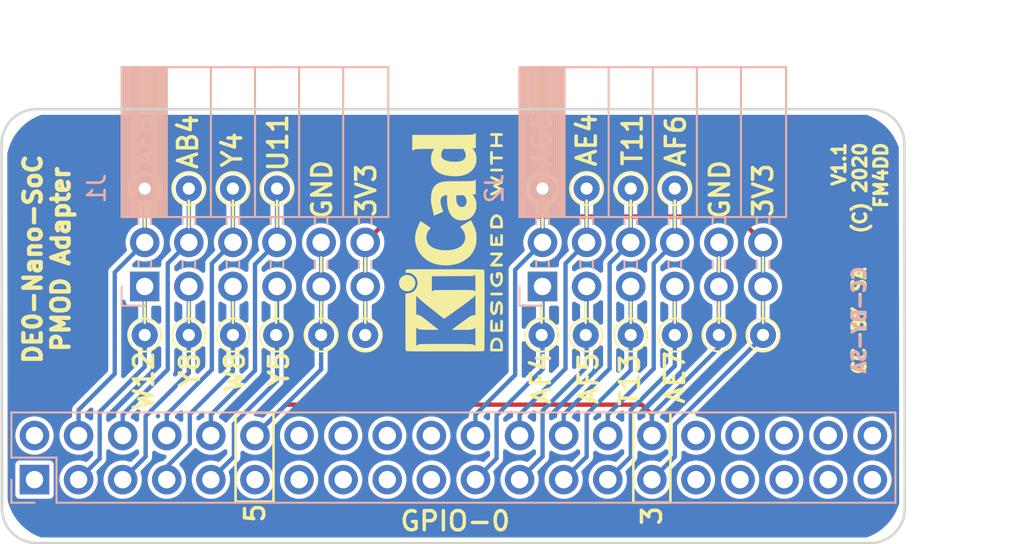
<source format=kicad_pcb>
(kicad_pcb (version 20171130) (host pcbnew "(5.1.10)-1")

  (general
    (thickness 0.8)
    (drawings 69)
    (tracks 109)
    (zones 0)
    (modules 24)
    (nets 40)
  )

  (page A4)
  (title_block
    (title "iCEBreaker PMOD - Hyperram")
    (rev V1.0b)
    (company 1BitSquared)
    (comment 1 "2018 (C) 1BitSquared <info@1bitsquared.com>")
    (comment 2 "2018 (C) Piotr Esden-Tempski <piotr@esden.net>")
    (comment 3 "License: CC-BY-SA 4.0")
  )

  (layers
    (0 F.Cu signal)
    (31 B.Cu signal)
    (33 F.Adhes user)
    (34 B.Paste user)
    (35 F.Paste user)
    (36 B.SilkS user)
    (37 F.SilkS user)
    (38 B.Mask user)
    (39 F.Mask user)
    (40 Dwgs.User user)
    (44 Edge.Cuts user)
    (45 Margin user)
    (46 B.CrtYd user)
    (47 F.CrtYd user)
    (48 B.Fab user)
    (49 F.Fab user hide)
  )

  (setup
    (last_trace_width 0.25)
    (trace_clearance 0.2)
    (zone_clearance 0.25)
    (zone_45_only yes)
    (trace_min 0.2)
    (via_size 0.5)
    (via_drill 0.3)
    (via_min_size 0.5)
    (via_min_drill 0.3)
    (uvia_size 0.3)
    (uvia_drill 0.1)
    (uvias_allowed no)
    (uvia_min_size 0.2)
    (uvia_min_drill 0.1)
    (edge_width 0.15)
    (segment_width 0.15)
    (pcb_text_width 0.3)
    (pcb_text_size 1.5 1.5)
    (mod_edge_width 0.15)
    (mod_text_size 1 1)
    (mod_text_width 0.15)
    (pad_size 1 1)
    (pad_drill 0.5)
    (pad_to_mask_clearance 0.05)
    (aux_axis_origin 0 0)
    (grid_origin 44 44)
    (visible_elements 7FFFFFFF)
    (pcbplotparams
      (layerselection 0x010fc_ffffffff)
      (usegerberextensions true)
      (usegerberattributes false)
      (usegerberadvancedattributes false)
      (creategerberjobfile false)
      (excludeedgelayer true)
      (linewidth 0.300000)
      (plotframeref false)
      (viasonmask false)
      (mode 1)
      (useauxorigin false)
      (hpglpennumber 1)
      (hpglpenspeed 20)
      (hpglpendiameter 15.000000)
      (psnegative false)
      (psa4output false)
      (plotreference true)
      (plotvalue true)
      (plotinvisibletext false)
      (padsonsilk false)
      (subtractmaskfromsilk true)
      (outputformat 1)
      (mirror false)
      (drillshape 0)
      (scaleselection 1)
      (outputdirectory "20200112 pmod2nano gerber v10/"))
  )

  (net 0 "")
  (net 1 GND)
  (net 2 +3V3)
  (net 3 /PIN_V12)
  (net 4 /PIN_AF7)
  (net 5 /PIN_W12)
  (net 6 /PIN_AF4)
  (net 7 /PIN_Y8)
  (net 8 /PIN_AB4)
  (net 9 /PIN_W8)
  (net 10 /PIN_Y4)
  (net 11 /PIN_Y5)
  (net 12 /PIN_U11)
  (net 13 /PIN_T8)
  (net 14 /PIN_T12)
  (net 15 /PIN_AH5)
  (net 16 /PIN_AH6)
  (net 17 /PIN_AH4)
  (net 18 /PIN_AG5)
  (net 19 /PIN_AH3)
  (net 20 /PIN_AH2)
  (net 21 /PIN_AG6)
  (net 22 /PIN_AF5)
  (net 23 /PIN_AE4)
  (net 24 /PIN_T13)
  (net 25 /PIN_T11)
  (net 26 /PIN_AE7)
  (net 27 /PIN_AF6)
  (net 28 /PIN_AF9)
  (net 29 /PIN_AE8)
  (net 30 /PIN_AD10)
  (net 31 /PIN_AE9)
  (net 32 /PIN_AD11)
  (net 33 /PIN_AF10)
  (net 34 /PIN_AD12)
  (net 35 /PIN_AE11)
  (net 36 /PIN_AF11)
  (net 37 /PIN_AE12)
  (net 38 /PIN_AF8)
  (net 39 /+5V)

  (net_class Default "This is the default net class."
    (clearance 0.2)
    (trace_width 0.25)
    (via_dia 0.5)
    (via_drill 0.3)
    (uvia_dia 0.3)
    (uvia_drill 0.1)
    (add_net +3V3)
    (add_net /+5V)
    (add_net /PIN_AB4)
    (add_net /PIN_AD10)
    (add_net /PIN_AD11)
    (add_net /PIN_AD12)
    (add_net /PIN_AE11)
    (add_net /PIN_AE12)
    (add_net /PIN_AE4)
    (add_net /PIN_AE7)
    (add_net /PIN_AE8)
    (add_net /PIN_AE9)
    (add_net /PIN_AF10)
    (add_net /PIN_AF11)
    (add_net /PIN_AF4)
    (add_net /PIN_AF5)
    (add_net /PIN_AF6)
    (add_net /PIN_AF7)
    (add_net /PIN_AF8)
    (add_net /PIN_AF9)
    (add_net /PIN_AG5)
    (add_net /PIN_AG6)
    (add_net /PIN_AH2)
    (add_net /PIN_AH3)
    (add_net /PIN_AH4)
    (add_net /PIN_AH5)
    (add_net /PIN_AH6)
    (add_net /PIN_T11)
    (add_net /PIN_T12)
    (add_net /PIN_T13)
    (add_net /PIN_T8)
    (add_net /PIN_U11)
    (add_net /PIN_V12)
    (add_net /PIN_W12)
    (add_net /PIN_W8)
    (add_net /PIN_Y4)
    (add_net /PIN_Y5)
    (add_net /PIN_Y8)
    (add_net GND)
  )

  (module TestPoint:TestPoint_THTPad_D1.5mm_Drill0.7mm (layer F.Cu) (tedit 5A0F774F) (tstamp 5E1B8C93)
    (at 77.8836 108.3128)
    (descr "THT pad as test Point, diameter 1.5mm, hole diameter 0.7mm")
    (tags "test point THT pad")
    (attr virtual)
    (fp_text reference REF** (at 0 -1.448) (layer F.SilkS) hide
      (effects (font (size 1 1) (thickness 0.15)))
    )
    (fp_text value TestPoint_THTPad_D1.5mm_Drill0.7mm (at 0 1.55) (layer F.Fab)
      (effects (font (size 1 1) (thickness 0.15)))
    )
    (fp_text user %R (at 0 -1.45) (layer F.Fab)
      (effects (font (size 1 1) (thickness 0.15)))
    )
    (fp_circle (center 0 0) (end 1.25 0) (layer F.CrtYd) (width 0.05))
    (fp_circle (center 0 0) (end 0 0.95) (layer F.SilkS) (width 0.12))
    (pad 1 thru_hole circle (at 0 0) (size 1.5 1.5) (drill 0.7) (layers *.Cu *.Mask)
      (net 2 +3V3))
  )

  (module TestPoint:TestPoint_THTPad_D1.5mm_Drill0.7mm (layer F.Cu) (tedit 5A0F774F) (tstamp 5E1B8C76)
    (at 75.3436 108.3128)
    (descr "THT pad as test Point, diameter 1.5mm, hole diameter 0.7mm")
    (tags "test point THT pad")
    (attr virtual)
    (fp_text reference REF** (at 0 -1.448) (layer F.SilkS) hide
      (effects (font (size 1 1) (thickness 0.15)))
    )
    (fp_text value TestPoint_THTPad_D1.5mm_Drill0.7mm (at 0 1.55) (layer F.Fab)
      (effects (font (size 1 1) (thickness 0.15)))
    )
    (fp_text user %R (at 0 -1.45) (layer F.Fab)
      (effects (font (size 1 1) (thickness 0.15)))
    )
    (fp_circle (center 0 0) (end 1.25 0) (layer F.CrtYd) (width 0.05))
    (fp_circle (center 0 0) (end 0 0.95) (layer F.SilkS) (width 0.12))
    (pad 1 thru_hole circle (at 0 0) (size 1.5 1.5) (drill 0.7) (layers *.Cu *.Mask)
      (net 1 GND))
  )

  (module TestPoint:TestPoint_THTPad_D1.5mm_Drill0.7mm (layer F.Cu) (tedit 5A0F774F) (tstamp 5E1B8796)
    (at 65.1836 99.88)
    (descr "THT pad as test Point, diameter 1.5mm, hole diameter 0.7mm")
    (tags "test point THT pad")
    (attr virtual)
    (fp_text reference REF** (at 0 -1.448) (layer F.SilkS) hide
      (effects (font (size 1 1) (thickness 0.15)))
    )
    (fp_text value TestPoint_THTPad_D1.5mm_Drill0.7mm (at 0 1.55) (layer F.Fab)
      (effects (font (size 1 1) (thickness 0.15)))
    )
    (fp_text user %R (at 0 -1.45) (layer F.Fab)
      (effects (font (size 1 1) (thickness 0.15)))
    )
    (fp_circle (center 0 0) (end 1.25 0) (layer F.CrtYd) (width 0.05))
    (fp_circle (center 0 0) (end 0 0.95) (layer F.SilkS) (width 0.12))
    (pad 1 thru_hole circle (at 0 0) (size 1.5 1.5) (drill 0.7) (layers *.Cu *.Mask)
      (net 38 /PIN_AF8))
  )

  (module TestPoint:TestPoint_THTPad_D1.5mm_Drill0.7mm (layer F.Cu) (tedit 5A0F774F) (tstamp 5E1B8779)
    (at 67.7236 99.88)
    (descr "THT pad as test Point, diameter 1.5mm, hole diameter 0.7mm")
    (tags "test point THT pad")
    (attr virtual)
    (fp_text reference REF** (at 0 -1.448) (layer F.SilkS) hide
      (effects (font (size 1 1) (thickness 0.15)))
    )
    (fp_text value TestPoint_THTPad_D1.5mm_Drill0.7mm (at 0 1.55) (layer F.Fab)
      (effects (font (size 1 1) (thickness 0.15)))
    )
    (fp_text user %R (at 0 -1.45) (layer F.Fab)
      (effects (font (size 1 1) (thickness 0.15)))
    )
    (fp_circle (center 0 0) (end 1.25 0) (layer F.CrtYd) (width 0.05))
    (fp_circle (center 0 0) (end 0 0.95) (layer F.SilkS) (width 0.12))
    (pad 1 thru_hole circle (at 0 0) (size 1.5 1.5) (drill 0.7) (layers *.Cu *.Mask)
      (net 8 /PIN_AB4))
  )

  (module TestPoint:TestPoint_THTPad_D1.5mm_Drill0.7mm (layer F.Cu) (tedit 5A0F774F) (tstamp 5E1B875C)
    (at 70.2636 99.88)
    (descr "THT pad as test Point, diameter 1.5mm, hole diameter 0.7mm")
    (tags "test point THT pad")
    (attr virtual)
    (fp_text reference REF** (at 0 -1.448) (layer F.SilkS) hide
      (effects (font (size 1 1) (thickness 0.15)))
    )
    (fp_text value TestPoint_THTPad_D1.5mm_Drill0.7mm (at 0 1.55) (layer F.Fab)
      (effects (font (size 1 1) (thickness 0.15)))
    )
    (fp_text user %R (at 0 -1.45) (layer F.Fab)
      (effects (font (size 1 1) (thickness 0.15)))
    )
    (fp_circle (center 0 0) (end 1.25 0) (layer F.CrtYd) (width 0.05))
    (fp_circle (center 0 0) (end 0 0.95) (layer F.SilkS) (width 0.12))
    (pad 1 thru_hole circle (at 0 0) (size 1.5 1.5) (drill 0.7) (layers *.Cu *.Mask)
      (net 10 /PIN_Y4))
  )

  (module TestPoint:TestPoint_THTPad_D1.5mm_Drill0.7mm (layer F.Cu) (tedit 5A0F774F) (tstamp 5E1B86BA)
    (at 72.8036 99.88)
    (descr "THT pad as test Point, diameter 1.5mm, hole diameter 0.7mm")
    (tags "test point THT pad")
    (attr virtual)
    (fp_text reference REF** (at 0 -1.448) (layer F.SilkS) hide
      (effects (font (size 1 1) (thickness 0.15)))
    )
    (fp_text value TestPoint_THTPad_D1.5mm_Drill0.7mm (at 0 1.55) (layer F.Fab)
      (effects (font (size 1 1) (thickness 0.15)))
    )
    (fp_text user %R (at 0 -1.45) (layer F.Fab)
      (effects (font (size 1 1) (thickness 0.15)))
    )
    (fp_circle (center 0 0) (end 1.25 0) (layer F.CrtYd) (width 0.05))
    (fp_circle (center 0 0) (end 0 0.95) (layer F.SilkS) (width 0.12))
    (pad 1 thru_hole circle (at 0 0) (size 1.5 1.5) (drill 0.7) (layers *.Cu *.Mask)
      (net 12 /PIN_U11))
  )

  (module TestPoint:TestPoint_THTPad_D1.5mm_Drill0.7mm (layer F.Cu) (tedit 5A0F774F) (tstamp 5E1B7B95)
    (at 88.0944 99.88)
    (descr "THT pad as test Point, diameter 1.5mm, hole diameter 0.7mm")
    (tags "test point THT pad")
    (attr virtual)
    (fp_text reference REF** (at 0 -1.448) (layer F.SilkS) hide
      (effects (font (size 1 1) (thickness 0.15)))
    )
    (fp_text value TestPoint_THTPad_D1.5mm_Drill0.7mm (at 0 1.55) (layer F.Fab)
      (effects (font (size 1 1) (thickness 0.15)))
    )
    (fp_text user %R (at 0 -1.45) (layer F.Fab)
      (effects (font (size 1 1) (thickness 0.15)))
    )
    (fp_circle (center 0 0) (end 1.25 0) (layer F.CrtYd) (width 0.05))
    (fp_circle (center 0 0) (end 0 0.95) (layer F.SilkS) (width 0.12))
    (pad 1 thru_hole circle (at 0 0) (size 1.5 1.5) (drill 0.7) (layers *.Cu *.Mask)
      (net 21 /PIN_AG6))
  )

  (module TestPoint:TestPoint_THTPad_D1.5mm_Drill0.7mm (layer F.Cu) (tedit 5A0F774F) (tstamp 5E1B7B78)
    (at 95.7144 99.88)
    (descr "THT pad as test Point, diameter 1.5mm, hole diameter 0.7mm")
    (tags "test point THT pad")
    (attr virtual)
    (fp_text reference REF** (at 0 -1.448) (layer F.SilkS) hide
      (effects (font (size 1 1) (thickness 0.15)))
    )
    (fp_text value TestPoint_THTPad_D1.5mm_Drill0.7mm (at 0 1.55) (layer F.Fab)
      (effects (font (size 1 1) (thickness 0.15)))
    )
    (fp_text user %R (at 0 -1.45) (layer F.Fab)
      (effects (font (size 1 1) (thickness 0.15)))
    )
    (fp_circle (center 0 0) (end 1.25 0) (layer F.CrtYd) (width 0.05))
    (fp_circle (center 0 0) (end 0 0.95) (layer F.SilkS) (width 0.12))
    (pad 1 thru_hole circle (at 0 0) (size 1.5 1.5) (drill 0.7) (layers *.Cu *.Mask)
      (net 27 /PIN_AF6))
  )

  (module TestPoint:TestPoint_THTPad_D1.5mm_Drill0.7mm (layer F.Cu) (tedit 5A0F774F) (tstamp 5E1B7B5B)
    (at 93.1744 99.88)
    (descr "THT pad as test Point, diameter 1.5mm, hole diameter 0.7mm")
    (tags "test point THT pad")
    (attr virtual)
    (fp_text reference REF** (at 0 -1.448) (layer F.SilkS) hide
      (effects (font (size 1 1) (thickness 0.15)))
    )
    (fp_text value TestPoint_THTPad_D1.5mm_Drill0.7mm (at 0 1.55) (layer F.Fab)
      (effects (font (size 1 1) (thickness 0.15)))
    )
    (fp_text user %R (at 0 -1.45) (layer F.Fab)
      (effects (font (size 1 1) (thickness 0.15)))
    )
    (fp_circle (center 0 0) (end 1.25 0) (layer F.CrtYd) (width 0.05))
    (fp_circle (center 0 0) (end 0 0.95) (layer F.SilkS) (width 0.12))
    (pad 1 thru_hole circle (at 0 0) (size 1.5 1.5) (drill 0.7) (layers *.Cu *.Mask)
      (net 25 /PIN_T11))
  )

  (module TestPoint:TestPoint_THTPad_D1.5mm_Drill0.7mm (layer F.Cu) (tedit 5A0F774F) (tstamp 5E1B7B3E)
    (at 90.6344 99.88)
    (descr "THT pad as test Point, diameter 1.5mm, hole diameter 0.7mm")
    (tags "test point THT pad")
    (attr virtual)
    (fp_text reference REF** (at 0 -1.448) (layer F.SilkS) hide
      (effects (font (size 1 1) (thickness 0.15)))
    )
    (fp_text value TestPoint_THTPad_D1.5mm_Drill0.7mm (at 0 1.55) (layer F.Fab)
      (effects (font (size 1 1) (thickness 0.15)))
    )
    (fp_text user %R (at 0 -1.45) (layer F.Fab)
      (effects (font (size 1 1) (thickness 0.15)))
    )
    (fp_circle (center 0 0) (end 1.25 0) (layer F.CrtYd) (width 0.05))
    (fp_circle (center 0 0) (end 0 0.95) (layer F.SilkS) (width 0.12))
    (pad 1 thru_hole circle (at 0 0) (size 1.5 1.5) (drill 0.7) (layers *.Cu *.Mask)
      (net 23 /PIN_AE4))
  )

  (module TestPoint:TestPoint_THTPad_D1.5mm_Drill0.7mm (layer F.Cu) (tedit 5A0F774F) (tstamp 5E1B750A)
    (at 95.7144 108.3128)
    (descr "THT pad as test Point, diameter 1.5mm, hole diameter 0.7mm")
    (tags "test point THT pad")
    (attr virtual)
    (fp_text reference REF** (at 0 -1.448) (layer F.SilkS) hide
      (effects (font (size 1 1) (thickness 0.15)))
    )
    (fp_text value TestPoint_THTPad_D1.5mm_Drill0.7mm (at 0 1.55) (layer F.Fab)
      (effects (font (size 1 1) (thickness 0.15)))
    )
    (fp_text user %R (at 0 -1.45) (layer F.Fab)
      (effects (font (size 1 1) (thickness 0.15)))
    )
    (fp_circle (center 0 0) (end 1.25 0) (layer F.CrtYd) (width 0.05))
    (fp_circle (center 0 0) (end 0 0.95) (layer F.SilkS) (width 0.12))
    (pad 1 thru_hole circle (at 0 0) (size 1.5 1.5) (drill 0.7) (layers *.Cu *.Mask)
      (net 26 /PIN_AE7))
  )

  (module TestPoint:TestPoint_THTPad_D1.5mm_Drill0.7mm (layer F.Cu) (tedit 5A0F774F) (tstamp 5E1B74ED)
    (at 93.1744 108.3128)
    (descr "THT pad as test Point, diameter 1.5mm, hole diameter 0.7mm")
    (tags "test point THT pad")
    (attr virtual)
    (fp_text reference REF** (at 0 -1.448) (layer F.SilkS) hide
      (effects (font (size 1 1) (thickness 0.15)))
    )
    (fp_text value TestPoint_THTPad_D1.5mm_Drill0.7mm (at 0 1.55) (layer F.Fab)
      (effects (font (size 1 1) (thickness 0.15)))
    )
    (fp_text user %R (at 0 -1.45) (layer F.Fab)
      (effects (font (size 1 1) (thickness 0.15)))
    )
    (fp_circle (center 0 0) (end 1.25 0) (layer F.CrtYd) (width 0.05))
    (fp_circle (center 0 0) (end 0 0.95) (layer F.SilkS) (width 0.12))
    (pad 1 thru_hole circle (at 0 0) (size 1.5 1.5) (drill 0.7) (layers *.Cu *.Mask)
      (net 24 /PIN_T13))
  )

  (module TestPoint:TestPoint_THTPad_D1.5mm_Drill0.7mm (layer F.Cu) (tedit 5A0F774F) (tstamp 5E1B74D0)
    (at 90.5836 108.3128)
    (descr "THT pad as test Point, diameter 1.5mm, hole diameter 0.7mm")
    (tags "test point THT pad")
    (attr virtual)
    (fp_text reference REF** (at 0 -1.448) (layer F.SilkS) hide
      (effects (font (size 1 1) (thickness 0.15)))
    )
    (fp_text value TestPoint_THTPad_D1.5mm_Drill0.7mm (at 0 1.55) (layer F.Fab)
      (effects (font (size 1 1) (thickness 0.15)))
    )
    (fp_text user %R (at 0 -1.45) (layer F.Fab)
      (effects (font (size 1 1) (thickness 0.15)))
    )
    (fp_circle (center 0 0) (end 1.25 0) (layer F.CrtYd) (width 0.05))
    (fp_circle (center 0 0) (end 0 0.95) (layer F.SilkS) (width 0.12))
    (pad 1 thru_hole circle (at 0 0) (size 1.5 1.5) (drill 0.7) (layers *.Cu *.Mask)
      (net 22 /PIN_AF5))
  )

  (module TestPoint:TestPoint_THTPad_D1.5mm_Drill0.7mm (layer F.Cu) (tedit 5A0F774F) (tstamp 5E1B74B3)
    (at 88.0436 108.3128)
    (descr "THT pad as test Point, diameter 1.5mm, hole diameter 0.7mm")
    (tags "test point THT pad")
    (attr virtual)
    (fp_text reference REF** (at 0 -1.448) (layer F.SilkS) hide
      (effects (font (size 1 1) (thickness 0.15)))
    )
    (fp_text value TestPoint_THTPad_D1.5mm_Drill0.7mm (at 0 1.55) (layer F.Fab)
      (effects (font (size 1 1) (thickness 0.15)))
    )
    (fp_text user %R (at 0 -1.45) (layer F.Fab)
      (effects (font (size 1 1) (thickness 0.15)))
    )
    (fp_circle (center 0 0) (end 1.25 0) (layer F.CrtYd) (width 0.05))
    (fp_circle (center 0 0) (end 0 0.95) (layer F.SilkS) (width 0.12))
    (pad 1 thru_hole circle (at 0 0) (size 1.5 1.5) (drill 0.7) (layers *.Cu *.Mask)
      (net 6 /PIN_AF4))
  )

  (module TestPoint:TestPoint_THTPad_D1.5mm_Drill0.7mm (layer F.Cu) (tedit 5A0F774F) (tstamp 5E1B7496)
    (at 72.7528 108.3128)
    (descr "THT pad as test Point, diameter 1.5mm, hole diameter 0.7mm")
    (tags "test point THT pad")
    (attr virtual)
    (fp_text reference REF** (at 0 -1.448) (layer F.SilkS) hide
      (effects (font (size 1 1) (thickness 0.15)))
    )
    (fp_text value TestPoint_THTPad_D1.5mm_Drill0.7mm (at 0 1.55) (layer F.Fab)
      (effects (font (size 1 1) (thickness 0.15)))
    )
    (fp_text user %R (at 0 -1.45) (layer F.Fab)
      (effects (font (size 1 1) (thickness 0.15)))
    )
    (fp_circle (center 0 0) (end 1.25 0) (layer F.CrtYd) (width 0.05))
    (fp_circle (center 0 0) (end 0 0.95) (layer F.SilkS) (width 0.12))
    (pad 1 thru_hole circle (at 0 0) (size 1.5 1.5) (drill 0.7) (layers *.Cu *.Mask)
      (net 11 /PIN_Y5))
  )

  (module TestPoint:TestPoint_THTPad_D1.5mm_Drill0.7mm (layer F.Cu) (tedit 5A0F774F) (tstamp 5E1B6976)
    (at 98.2544 108.3128)
    (descr "THT pad as test Point, diameter 1.5mm, hole diameter 0.7mm")
    (tags "test point THT pad")
    (attr virtual)
    (fp_text reference REF** (at 5.7404 -0.3556) (layer F.SilkS) hide
      (effects (font (size 1 1) (thickness 0.15)))
    )
    (fp_text value TestPoint_THTPad_D1.5mm_Drill0.7mm (at 0 1.55) (layer F.Fab)
      (effects (font (size 1 1) (thickness 0.15)))
    )
    (fp_text user %R (at 0 -1.65) (layer F.Fab)
      (effects (font (size 1 1) (thickness 0.15)))
    )
    (fp_circle (center 0 0) (end 1.25 0) (layer F.CrtYd) (width 0.05))
    (fp_circle (center 0 0) (end 0 0.95) (layer F.SilkS) (width 0.12))
    (pad 1 thru_hole circle (at 0 0) (size 1.5 1.5) (drill 0.7) (layers *.Cu *.Mask)
      (net 1 GND))
  )

  (module TestPoint:TestPoint_THTPad_D1.5mm_Drill0.7mm (layer F.Cu) (tedit 5A0F774F) (tstamp 5E1B6934)
    (at 100.7944 108.3128)
    (descr "THT pad as test Point, diameter 1.5mm, hole diameter 0.7mm")
    (tags "test point THT pad")
    (attr virtual)
    (fp_text reference REF** (at 3.2004 -0.3556) (layer F.SilkS) hide
      (effects (font (size 1 1) (thickness 0.15)))
    )
    (fp_text value TestPoint_THTPad_D1.5mm_Drill0.7mm (at 0 1.55) (layer F.Fab)
      (effects (font (size 1 1) (thickness 0.15)))
    )
    (fp_text user %R (at 3.2512 -0.3556) (layer F.Fab)
      (effects (font (size 1 1) (thickness 0.15)))
    )
    (fp_circle (center 0 0) (end 1.25 0) (layer F.CrtYd) (width 0.05))
    (fp_circle (center 0 0) (end 0 0.95) (layer F.SilkS) (width 0.12))
    (pad 1 thru_hole circle (at 0 0) (size 1.5 1.5) (drill 0.7) (layers *.Cu *.Mask)
      (net 2 +3V3))
  )

  (module TestPoint:TestPoint_THTPad_D1.5mm_Drill0.7mm (layer F.Cu) (tedit 5A0F774F) (tstamp 5E1B7479)
    (at 70.2636 108.3128)
    (descr "THT pad as test Point, diameter 1.5mm, hole diameter 0.7mm")
    (tags "test point THT pad")
    (attr virtual)
    (fp_text reference REF** (at 0 -1.448) (layer F.SilkS) hide
      (effects (font (size 1 1) (thickness 0.15)))
    )
    (fp_text value TestPoint_THTPad_D1.5mm_Drill0.7mm (at 0 1.55) (layer F.Fab)
      (effects (font (size 1 1) (thickness 0.15)))
    )
    (fp_text user %R (at 0 -1.45) (layer F.Fab)
      (effects (font (size 1 1) (thickness 0.15)))
    )
    (fp_circle (center 0 0) (end 1.25 0) (layer F.CrtYd) (width 0.05))
    (fp_circle (center 0 0) (end 0 0.95) (layer F.SilkS) (width 0.12))
    (pad 1 thru_hole circle (at 0 0) (size 1.5 1.5) (drill 0.7) (layers *.Cu *.Mask)
      (net 9 /PIN_W8))
  )

  (module TestPoint:TestPoint_THTPad_D1.5mm_Drill0.7mm (layer F.Cu) (tedit 5A0F774F) (tstamp 5E1B745C)
    (at 67.7236 108.3128)
    (descr "THT pad as test Point, diameter 1.5mm, hole diameter 0.7mm")
    (tags "test point THT pad")
    (attr virtual)
    (fp_text reference REF** (at 0 -1.448) (layer F.SilkS) hide
      (effects (font (size 1 1) (thickness 0.15)))
    )
    (fp_text value TestPoint_THTPad_D1.5mm_Drill0.7mm (at 0 1.55) (layer F.Fab)
      (effects (font (size 1 1) (thickness 0.15)))
    )
    (fp_text user %R (at 0 -1.45) (layer F.Fab)
      (effects (font (size 1 1) (thickness 0.15)))
    )
    (fp_circle (center 0 0) (end 1.25 0) (layer F.CrtYd) (width 0.05))
    (fp_circle (center 0 0) (end 0 0.95) (layer F.SilkS) (width 0.12))
    (pad 1 thru_hole circle (at 0 0) (size 1.5 1.5) (drill 0.7) (layers *.Cu *.Mask)
      (net 7 /PIN_Y8))
  )

  (module TestPoint:TestPoint_THTPad_D1.5mm_Drill0.7mm (layer F.Cu) (tedit 5A0F774F) (tstamp 5E1B742A)
    (at 65.1836 108.3128)
    (descr "THT pad as test Point, diameter 1.5mm, hole diameter 0.7mm")
    (tags "test point THT pad")
    (attr virtual)
    (fp_text reference REF** (at 0 -1.448) (layer F.SilkS) hide
      (effects (font (size 1 1) (thickness 0.15)))
    )
    (fp_text value TestPoint_THTPad_D1.5mm_Drill0.7mm (at 0 1.55) (layer F.Fab)
      (effects (font (size 1 1) (thickness 0.15)))
    )
    (fp_text user %R (at 0 -1.45) (layer F.Fab)
      (effects (font (size 1 1) (thickness 0.15)))
    )
    (fp_circle (center 0 0) (end 1.25 0) (layer F.CrtYd) (width 0.05))
    (fp_circle (center 0 0) (end 0 0.95) (layer F.SilkS) (width 0.12))
    (pad 1 thru_hole circle (at 0 0) (size 1.5 1.5) (drill 0.7) (layers *.Cu *.Mask)
      (net 5 /PIN_W12))
  )

  (module Connector_PinSocket_2.54mm:PinSocket_2x06_P2.54mm_Horizontal (layer B.Cu) (tedit 5A19A42C) (tstamp 5E1B2D9B)
    (at 88.0944 105.5188 270)
    (descr "Through hole angled socket strip, 2x06, 2.54mm pitch, 8.51mm socket length, double cols (from Kicad 4.0.7), script generated")
    (tags "Through hole angled socket strip THT 2x06 2.54mm double row")
    (path /5E1B4E33)
    (fp_text reference J2 (at -5.65 2.77 90) (layer B.SilkS)
      (effects (font (size 1 1) (thickness 0.15)) (justify mirror))
    )
    (fp_text value PMOD (at -5.65 -15.47 90) (layer B.Fab)
      (effects (font (size 1 1) (thickness 0.15)) (justify mirror))
    )
    (fp_line (start -12.57 1.27) (end -5.03 1.27) (layer B.Fab) (width 0.1))
    (fp_line (start -5.03 1.27) (end -4.06 0.3) (layer B.Fab) (width 0.1))
    (fp_line (start -4.06 0.3) (end -4.06 -13.97) (layer B.Fab) (width 0.1))
    (fp_line (start -4.06 -13.97) (end -12.57 -13.97) (layer B.Fab) (width 0.1))
    (fp_line (start -12.57 -13.97) (end -12.57 1.27) (layer B.Fab) (width 0.1))
    (fp_line (start 0 0.3) (end -4.06 0.3) (layer B.Fab) (width 0.1))
    (fp_line (start -4.06 -0.3) (end 0 -0.3) (layer B.Fab) (width 0.1))
    (fp_line (start 0 -0.3) (end 0 0.3) (layer B.Fab) (width 0.1))
    (fp_line (start 0 -2.24) (end -4.06 -2.24) (layer B.Fab) (width 0.1))
    (fp_line (start -4.06 -2.84) (end 0 -2.84) (layer B.Fab) (width 0.1))
    (fp_line (start 0 -2.84) (end 0 -2.24) (layer B.Fab) (width 0.1))
    (fp_line (start 0 -4.78) (end -4.06 -4.78) (layer B.Fab) (width 0.1))
    (fp_line (start -4.06 -5.38) (end 0 -5.38) (layer B.Fab) (width 0.1))
    (fp_line (start 0 -5.38) (end 0 -4.78) (layer B.Fab) (width 0.1))
    (fp_line (start 0 -7.32) (end -4.06 -7.32) (layer B.Fab) (width 0.1))
    (fp_line (start -4.06 -7.92) (end 0 -7.92) (layer B.Fab) (width 0.1))
    (fp_line (start 0 -7.92) (end 0 -7.32) (layer B.Fab) (width 0.1))
    (fp_line (start 0 -9.86) (end -4.06 -9.86) (layer B.Fab) (width 0.1))
    (fp_line (start -4.06 -10.46) (end 0 -10.46) (layer B.Fab) (width 0.1))
    (fp_line (start 0 -10.46) (end 0 -9.86) (layer B.Fab) (width 0.1))
    (fp_line (start 0 -12.4) (end -4.06 -12.4) (layer B.Fab) (width 0.1))
    (fp_line (start -4.06 -13) (end 0 -13) (layer B.Fab) (width 0.1))
    (fp_line (start 0 -13) (end 0 -12.4) (layer B.Fab) (width 0.1))
    (fp_line (start -12.63 1.21) (end -4 1.21) (layer B.SilkS) (width 0.12))
    (fp_line (start -12.63 1.091905) (end -4 1.091905) (layer B.SilkS) (width 0.12))
    (fp_line (start -12.63 0.97381) (end -4 0.97381) (layer B.SilkS) (width 0.12))
    (fp_line (start -12.63 0.855715) (end -4 0.855715) (layer B.SilkS) (width 0.12))
    (fp_line (start -12.63 0.73762) (end -4 0.73762) (layer B.SilkS) (width 0.12))
    (fp_line (start -12.63 0.619525) (end -4 0.619525) (layer B.SilkS) (width 0.12))
    (fp_line (start -12.63 0.50143) (end -4 0.50143) (layer B.SilkS) (width 0.12))
    (fp_line (start -12.63 0.383335) (end -4 0.383335) (layer B.SilkS) (width 0.12))
    (fp_line (start -12.63 0.26524) (end -4 0.26524) (layer B.SilkS) (width 0.12))
    (fp_line (start -12.63 0.147145) (end -4 0.147145) (layer B.SilkS) (width 0.12))
    (fp_line (start -12.63 0.02905) (end -4 0.02905) (layer B.SilkS) (width 0.12))
    (fp_line (start -12.63 -0.089045) (end -4 -0.089045) (layer B.SilkS) (width 0.12))
    (fp_line (start -12.63 -0.20714) (end -4 -0.20714) (layer B.SilkS) (width 0.12))
    (fp_line (start -12.63 -0.325235) (end -4 -0.325235) (layer B.SilkS) (width 0.12))
    (fp_line (start -12.63 -0.44333) (end -4 -0.44333) (layer B.SilkS) (width 0.12))
    (fp_line (start -12.63 -0.561425) (end -4 -0.561425) (layer B.SilkS) (width 0.12))
    (fp_line (start -12.63 -0.67952) (end -4 -0.67952) (layer B.SilkS) (width 0.12))
    (fp_line (start -12.63 -0.797615) (end -4 -0.797615) (layer B.SilkS) (width 0.12))
    (fp_line (start -12.63 -0.91571) (end -4 -0.91571) (layer B.SilkS) (width 0.12))
    (fp_line (start -12.63 -1.033805) (end -4 -1.033805) (layer B.SilkS) (width 0.12))
    (fp_line (start -12.63 -1.1519) (end -4 -1.1519) (layer B.SilkS) (width 0.12))
    (fp_line (start -4 0.36) (end -3.59 0.36) (layer B.SilkS) (width 0.12))
    (fp_line (start -1.49 0.36) (end -1.11 0.36) (layer B.SilkS) (width 0.12))
    (fp_line (start -4 -0.36) (end -3.59 -0.36) (layer B.SilkS) (width 0.12))
    (fp_line (start -1.49 -0.36) (end -1.11 -0.36) (layer B.SilkS) (width 0.12))
    (fp_line (start -4 -2.18) (end -3.59 -2.18) (layer B.SilkS) (width 0.12))
    (fp_line (start -1.49 -2.18) (end -1.05 -2.18) (layer B.SilkS) (width 0.12))
    (fp_line (start -4 -2.9) (end -3.59 -2.9) (layer B.SilkS) (width 0.12))
    (fp_line (start -1.49 -2.9) (end -1.05 -2.9) (layer B.SilkS) (width 0.12))
    (fp_line (start -4 -4.72) (end -3.59 -4.72) (layer B.SilkS) (width 0.12))
    (fp_line (start -1.49 -4.72) (end -1.05 -4.72) (layer B.SilkS) (width 0.12))
    (fp_line (start -4 -5.44) (end -3.59 -5.44) (layer B.SilkS) (width 0.12))
    (fp_line (start -1.49 -5.44) (end -1.05 -5.44) (layer B.SilkS) (width 0.12))
    (fp_line (start -4 -7.26) (end -3.59 -7.26) (layer B.SilkS) (width 0.12))
    (fp_line (start -1.49 -7.26) (end -1.05 -7.26) (layer B.SilkS) (width 0.12))
    (fp_line (start -4 -7.98) (end -3.59 -7.98) (layer B.SilkS) (width 0.12))
    (fp_line (start -1.49 -7.98) (end -1.05 -7.98) (layer B.SilkS) (width 0.12))
    (fp_line (start -4 -9.8) (end -3.59 -9.8) (layer B.SilkS) (width 0.12))
    (fp_line (start -1.49 -9.8) (end -1.05 -9.8) (layer B.SilkS) (width 0.12))
    (fp_line (start -4 -10.52) (end -3.59 -10.52) (layer B.SilkS) (width 0.12))
    (fp_line (start -1.49 -10.52) (end -1.05 -10.52) (layer B.SilkS) (width 0.12))
    (fp_line (start -4 -12.34) (end -3.59 -12.34) (layer B.SilkS) (width 0.12))
    (fp_line (start -1.49 -12.34) (end -1.05 -12.34) (layer B.SilkS) (width 0.12))
    (fp_line (start -4 -13.06) (end -3.59 -13.06) (layer B.SilkS) (width 0.12))
    (fp_line (start -1.49 -13.06) (end -1.05 -13.06) (layer B.SilkS) (width 0.12))
    (fp_line (start -12.63 -1.27) (end -4 -1.27) (layer B.SilkS) (width 0.12))
    (fp_line (start -12.63 -3.81) (end -4 -3.81) (layer B.SilkS) (width 0.12))
    (fp_line (start -12.63 -6.35) (end -4 -6.35) (layer B.SilkS) (width 0.12))
    (fp_line (start -12.63 -8.89) (end -4 -8.89) (layer B.SilkS) (width 0.12))
    (fp_line (start -12.63 -11.43) (end -4 -11.43) (layer B.SilkS) (width 0.12))
    (fp_line (start -12.63 1.33) (end -4 1.33) (layer B.SilkS) (width 0.12))
    (fp_line (start -4 1.33) (end -4 -14.03) (layer B.SilkS) (width 0.12))
    (fp_line (start -12.63 -14.03) (end -4 -14.03) (layer B.SilkS) (width 0.12))
    (fp_line (start -12.63 1.33) (end -12.63 -14.03) (layer B.SilkS) (width 0.12))
    (fp_line (start 1.11 1.33) (end 1.11 0) (layer B.SilkS) (width 0.12))
    (fp_line (start 0 1.33) (end 1.11 1.33) (layer B.SilkS) (width 0.12))
    (fp_line (start 1.8 1.8) (end -13.05 1.8) (layer B.CrtYd) (width 0.05))
    (fp_line (start -13.05 1.8) (end -13.05 -14.45) (layer B.CrtYd) (width 0.05))
    (fp_line (start -13.05 -14.45) (end 1.8 -14.45) (layer B.CrtYd) (width 0.05))
    (fp_line (start 1.8 -14.45) (end 1.8 1.8) (layer B.CrtYd) (width 0.05))
    (fp_text user %R (at -8.315 -6.35 180) (layer B.Fab)
      (effects (font (size 1 1) (thickness 0.15)) (justify mirror))
    )
    (pad 12 thru_hole oval (at -2.54 -12.7 270) (size 1.7 1.7) (drill 1) (layers *.Cu *.Mask)
      (net 2 +3V3))
    (pad 11 thru_hole oval (at 0 -12.7 270) (size 1.7 1.7) (drill 1) (layers *.Cu *.Mask)
      (net 2 +3V3))
    (pad 10 thru_hole oval (at -2.54 -10.16 270) (size 1.7 1.7) (drill 1) (layers *.Cu *.Mask)
      (net 1 GND))
    (pad 9 thru_hole oval (at 0 -10.16 270) (size 1.7 1.7) (drill 1) (layers *.Cu *.Mask)
      (net 1 GND))
    (pad 8 thru_hole oval (at -2.54 -7.62 270) (size 1.7 1.7) (drill 1) (layers *.Cu *.Mask)
      (net 27 /PIN_AF6))
    (pad 7 thru_hole oval (at 0 -7.62 270) (size 1.7 1.7) (drill 1) (layers *.Cu *.Mask)
      (net 26 /PIN_AE7))
    (pad 6 thru_hole oval (at -2.54 -5.08 270) (size 1.7 1.7) (drill 1) (layers *.Cu *.Mask)
      (net 25 /PIN_T11))
    (pad 5 thru_hole oval (at 0 -5.08 270) (size 1.7 1.7) (drill 1) (layers *.Cu *.Mask)
      (net 24 /PIN_T13))
    (pad 4 thru_hole oval (at -2.54 -2.54 270) (size 1.7 1.7) (drill 1) (layers *.Cu *.Mask)
      (net 23 /PIN_AE4))
    (pad 3 thru_hole oval (at 0 -2.54 270) (size 1.7 1.7) (drill 1) (layers *.Cu *.Mask)
      (net 22 /PIN_AF5))
    (pad 2 thru_hole oval (at -2.54 0 270) (size 1.7 1.7) (drill 1) (layers *.Cu *.Mask)
      (net 21 /PIN_AG6))
    (pad 1 thru_hole rect (at 0 0 270) (size 1.7 1.7) (drill 1) (layers *.Cu *.Mask)
      (net 6 /PIN_AF4))
    (model ${KISYS3DMOD}/Connector_PinSocket_2.54mm.3dshapes/PinSocket_2x06_P2.54mm_Horizontal.wrl
      (at (xyz 0 0 0))
      (scale (xyz 1 1 1))
      (rotate (xyz 0 0 0))
    )
  )

  (module Symbol:KiCad-Logo2_5mm_SilkScreen (layer F.Cu) (tedit 0) (tstamp 5E1B7993)
    (at 82.8112 102.9788 90)
    (descr "KiCad Logo")
    (tags "Logo KiCad")
    (attr virtual)
    (fp_text reference REF** (at 0 -5.08 -90) (layer B.SilkS) hide
      (effects (font (size 1 1) (thickness 0.15)) (justify mirror))
    )
    (fp_text value KiCad-Logo2_5mm_SilkScreen (at 0 5.08 -90) (layer F.Fab) hide
      (effects (font (size 1 1) (thickness 0.15)))
    )
    (fp_poly (pts (xy -2.9464 -2.510946) (xy -2.935535 -2.397007) (xy -2.903918 -2.289384) (xy -2.853015 -2.190385)
      (xy -2.784293 -2.102316) (xy -2.699219 -2.027484) (xy -2.602232 -1.969616) (xy -2.495964 -1.929995)
      (xy -2.38895 -1.911427) (xy -2.2833 -1.912566) (xy -2.181125 -1.93207) (xy -2.084534 -1.968594)
      (xy -1.995638 -2.020795) (xy -1.916546 -2.087327) (xy -1.849369 -2.166848) (xy -1.796217 -2.258013)
      (xy -1.759199 -2.359477) (xy -1.740427 -2.469898) (xy -1.738489 -2.519794) (xy -1.738489 -2.607733)
      (xy -1.68656 -2.607733) (xy -1.650253 -2.604889) (xy -1.623355 -2.593089) (xy -1.596249 -2.569351)
      (xy -1.557867 -2.530969) (xy -1.557867 -0.339398) (xy -1.557876 -0.077261) (xy -1.557908 0.163241)
      (xy -1.557972 0.383048) (xy -1.558076 0.583101) (xy -1.558227 0.764344) (xy -1.558434 0.927716)
      (xy -1.558706 1.07416) (xy -1.55905 1.204617) (xy -1.559474 1.320029) (xy -1.559987 1.421338)
      (xy -1.560597 1.509484) (xy -1.561312 1.58541) (xy -1.56214 1.650057) (xy -1.563089 1.704367)
      (xy -1.564167 1.74928) (xy -1.565383 1.78574) (xy -1.566745 1.814687) (xy -1.568261 1.837063)
      (xy -1.569938 1.853809) (xy -1.571786 1.865868) (xy -1.573813 1.87418) (xy -1.576025 1.879687)
      (xy -1.577108 1.881537) (xy -1.581271 1.888549) (xy -1.584805 1.894996) (xy -1.588635 1.9009)
      (xy -1.593682 1.906286) (xy -1.600871 1.911178) (xy -1.611123 1.915598) (xy -1.625364 1.919572)
      (xy -1.644514 1.923121) (xy -1.669499 1.92627) (xy -1.70124 1.929042) (xy -1.740662 1.931461)
      (xy -1.788686 1.933551) (xy -1.846237 1.935335) (xy -1.914237 1.936837) (xy -1.99361 1.93808)
      (xy -2.085279 1.939089) (xy -2.190166 1.939885) (xy -2.309196 1.940494) (xy -2.44329 1.940939)
      (xy -2.593373 1.941243) (xy -2.760367 1.94143) (xy -2.945196 1.941524) (xy -3.148783 1.941548)
      (xy -3.37205 1.941525) (xy -3.615922 1.94148) (xy -3.881321 1.941437) (xy -3.919704 1.941432)
      (xy -4.186682 1.941389) (xy -4.432002 1.941318) (xy -4.656583 1.941213) (xy -4.861345 1.941066)
      (xy -5.047206 1.940869) (xy -5.215088 1.940616) (xy -5.365908 1.9403) (xy -5.500587 1.939913)
      (xy -5.620044 1.939447) (xy -5.725199 1.938897) (xy -5.816971 1.938253) (xy -5.896279 1.937511)
      (xy -5.964043 1.936661) (xy -6.021182 1.935697) (xy -6.068617 1.934611) (xy -6.107266 1.933397)
      (xy -6.138049 1.932047) (xy -6.161885 1.930555) (xy -6.179694 1.928911) (xy -6.192395 1.927111)
      (xy -6.200908 1.925145) (xy -6.205266 1.923477) (xy -6.213728 1.919906) (xy -6.221497 1.91727)
      (xy -6.228602 1.914634) (xy -6.235073 1.911062) (xy -6.240939 1.905621) (xy -6.246229 1.897375)
      (xy -6.250974 1.88539) (xy -6.255202 1.868731) (xy -6.258943 1.846463) (xy -6.262227 1.817652)
      (xy -6.265083 1.781363) (xy -6.26754 1.736661) (xy -6.269629 1.682611) (xy -6.271378 1.618279)
      (xy -6.272817 1.54273) (xy -6.273976 1.45503) (xy -6.274883 1.354243) (xy -6.275569 1.239434)
      (xy -6.276063 1.10967) (xy -6.276395 0.964015) (xy -6.276593 0.801535) (xy -6.276687 0.621295)
      (xy -6.276708 0.42236) (xy -6.276685 0.203796) (xy -6.276646 -0.035332) (xy -6.276622 -0.29596)
      (xy -6.276622 -0.338111) (xy -6.276636 -0.601008) (xy -6.276661 -0.842268) (xy -6.276671 -1.062835)
      (xy -6.276642 -1.263648) (xy -6.276548 -1.445651) (xy -6.276362 -1.609784) (xy -6.276059 -1.756989)
      (xy -6.275614 -1.888208) (xy -6.275034 -1.998133) (xy -5.972197 -1.998133) (xy -5.932407 -1.940289)
      (xy -5.921236 -1.924521) (xy -5.911166 -1.910559) (xy -5.902138 -1.897216) (xy -5.894097 -1.883307)
      (xy -5.886986 -1.867644) (xy -5.880747 -1.849042) (xy -5.875325 -1.826314) (xy -5.870662 -1.798273)
      (xy -5.866701 -1.763733) (xy -5.863385 -1.721508) (xy -5.860659 -1.670411) (xy -5.858464 -1.609256)
      (xy -5.856745 -1.536856) (xy -5.855444 -1.452025) (xy -5.854505 -1.353578) (xy -5.85387 -1.240326)
      (xy -5.853484 -1.111084) (xy -5.853288 -0.964666) (xy -5.853227 -0.799884) (xy -5.853243 -0.615553)
      (xy -5.85328 -0.410487) (xy -5.853289 -0.287867) (xy -5.853265 -0.070918) (xy -5.853231 0.124642)
      (xy -5.853243 0.299999) (xy -5.853358 0.456341) (xy -5.85363 0.594857) (xy -5.854118 0.716734)
      (xy -5.854876 0.82316) (xy -5.855962 0.915322) (xy -5.857431 0.994409) (xy -5.85934 1.061608)
      (xy -5.861744 1.118107) (xy -5.864701 1.165093) (xy -5.868266 1.203755) (xy -5.872495 1.23528)
      (xy -5.877446 1.260855) (xy -5.883173 1.28167) (xy -5.889733 1.298911) (xy -5.897183 1.313765)
      (xy -5.905579 1.327422) (xy -5.914976 1.341069) (xy -5.925432 1.355893) (xy -5.931523 1.364783)
      (xy -5.970296 1.4224) (xy -5.438732 1.4224) (xy -5.315483 1.422365) (xy -5.212987 1.422215)
      (xy -5.12942 1.421878) (xy -5.062956 1.421286) (xy -5.011771 1.420367) (xy -4.974041 1.419051)
      (xy -4.94794 1.417269) (xy -4.931644 1.414951) (xy -4.923328 1.412026) (xy -4.921168 1.408424)
      (xy -4.923339 1.404075) (xy -4.924535 1.402645) (xy -4.949685 1.365573) (xy -4.975583 1.312772)
      (xy -4.999192 1.25077) (xy -5.007461 1.224357) (xy -5.012078 1.206416) (xy -5.015979 1.185355)
      (xy -5.019248 1.159089) (xy -5.021966 1.125532) (xy -5.024215 1.082599) (xy -5.026077 1.028204)
      (xy -5.027636 0.960262) (xy -5.028972 0.876688) (xy -5.030169 0.775395) (xy -5.031308 0.6543)
      (xy -5.031685 0.6096) (xy -5.032702 0.484449) (xy -5.03346 0.380082) (xy -5.033903 0.294707)
      (xy -5.03397 0.226533) (xy -5.033605 0.173765) (xy -5.032748 0.134614) (xy -5.031341 0.107285)
      (xy -5.029325 0.089986) (xy -5.026643 0.080926) (xy -5.023236 0.078312) (xy -5.019044 0.080351)
      (xy -5.014571 0.084667) (xy -5.004216 0.097602) (xy -4.982158 0.126676) (xy -4.949957 0.169759)
      (xy -4.909174 0.224718) (xy -4.86137 0.289423) (xy -4.808105 0.361742) (xy -4.75094 0.439544)
      (xy -4.691437 0.520698) (xy -4.631155 0.603072) (xy -4.571655 0.684536) (xy -4.514498 0.762957)
      (xy -4.461245 0.836204) (xy -4.413457 0.902147) (xy -4.372693 0.958654) (xy -4.340516 1.003593)
      (xy -4.318485 1.034834) (xy -4.313917 1.041466) (xy -4.290996 1.078369) (xy -4.264188 1.126359)
      (xy -4.238789 1.175897) (xy -4.235568 1.182577) (xy -4.21389 1.230772) (xy -4.201304 1.268334)
      (xy -4.195574 1.30416) (xy -4.194456 1.3462) (xy -4.19509 1.4224) (xy -3.040651 1.4224)
      (xy -3.131815 1.328669) (xy -3.178612 1.278775) (xy -3.228899 1.222295) (xy -3.274944 1.168026)
      (xy -3.295369 1.142673) (xy -3.325807 1.103128) (xy -3.365862 1.049916) (xy -3.414361 0.984667)
      (xy -3.470135 0.909011) (xy -3.532011 0.824577) (xy -3.598819 0.732994) (xy -3.669387 0.635892)
      (xy -3.742545 0.534901) (xy -3.817121 0.43165) (xy -3.891944 0.327768) (xy -3.965843 0.224885)
      (xy -4.037646 0.124631) (xy -4.106184 0.028636) (xy -4.170284 -0.061473) (xy -4.228775 -0.144064)
      (xy -4.280486 -0.217508) (xy -4.324247 -0.280176) (xy -4.358885 -0.330439) (xy -4.38323 -0.366666)
      (xy -4.396111 -0.387229) (xy -4.397869 -0.391332) (xy -4.38991 -0.402658) (xy -4.369115 -0.429838)
      (xy -4.336847 -0.471171) (xy -4.29447 -0.524956) (xy -4.243347 -0.589494) (xy -4.184841 -0.663082)
      (xy -4.120314 -0.744022) (xy -4.051131 -0.830612) (xy -3.978653 -0.921152) (xy -3.904246 -1.01394)
      (xy -3.844517 -1.088298) (xy -2.833511 -1.088298) (xy -2.827602 -1.075341) (xy -2.813272 -1.053092)
      (xy -2.812225 -1.051609) (xy -2.793438 -1.021456) (xy -2.773791 -0.984625) (xy -2.769892 -0.976489)
      (xy -2.766356 -0.96806) (xy -2.76323 -0.957941) (xy -2.760486 -0.94474) (xy -2.758092 -0.927062)
      (xy -2.756019 -0.903516) (xy -2.754235 -0.872707) (xy -2.752712 -0.833243) (xy -2.751419 -0.783731)
      (xy -2.750326 -0.722777) (xy -2.749403 -0.648989) (xy -2.748619 -0.560972) (xy -2.747945 -0.457335)
      (xy -2.74735 -0.336684) (xy -2.746805 -0.197626) (xy -2.746279 -0.038768) (xy -2.745745 0.140089)
      (xy -2.745206 0.325207) (xy -2.744772 0.489145) (xy -2.744509 0.633303) (xy -2.744484 0.759079)
      (xy -2.744765 0.867871) (xy -2.745419 0.961077) (xy -2.746514 1.040097) (xy -2.748118 1.106328)
      (xy -2.750297 1.16117) (xy -2.753119 1.206021) (xy -2.756651 1.242278) (xy -2.760961 1.271341)
      (xy -2.766117 1.294609) (xy -2.772185 1.313479) (xy -2.779233 1.329351) (xy -2.787329 1.343622)
      (xy -2.79654 1.357691) (xy -2.80504 1.370158) (xy -2.822176 1.396452) (xy -2.832322 1.414037)
      (xy -2.833511 1.417257) (xy -2.822604 1.418334) (xy -2.791411 1.419335) (xy -2.742223 1.420235)
      (xy -2.677333 1.42101) (xy -2.59903 1.421637) (xy -2.509607 1.422091) (xy -2.411356 1.422349)
      (xy -2.342445 1.4224) (xy -2.237452 1.42218) (xy -2.14061 1.421548) (xy -2.054107 1.420549)
      (xy -1.980132 1.419227) (xy -1.920874 1.417626) (xy -1.87852 1.415791) (xy -1.85526 1.413765)
      (xy -1.851378 1.412493) (xy -1.859076 1.397591) (xy -1.867074 1.38956) (xy -1.880246 1.372434)
      (xy -1.897485 1.342183) (xy -1.909407 1.317622) (xy -1.936045 1.258711) (xy -1.93912 0.081845)
      (xy -1.942195 -1.095022) (xy -2.387853 -1.095022) (xy -2.48567 -1.094858) (xy -2.576064 -1.094389)
      (xy -2.65663 -1.093653) (xy -2.724962 -1.092684) (xy -2.778656 -1.09152) (xy -2.815305 -1.090197)
      (xy -2.832504 -1.088751) (xy -2.833511 -1.088298) (xy -3.844517 -1.088298) (xy -3.82927 -1.107278)
      (xy -3.75509 -1.199463) (xy -3.683069 -1.288796) (xy -3.614569 -1.373576) (xy -3.550955 -1.452102)
      (xy -3.493588 -1.522674) (xy -3.443833 -1.583591) (xy -3.403052 -1.633153) (xy -3.385888 -1.653822)
      (xy -3.299596 -1.754484) (xy -3.222997 -1.837741) (xy -3.154183 -1.905562) (xy -3.091248 -1.959911)
      (xy -3.081867 -1.967278) (xy -3.042356 -1.997883) (xy -4.174116 -1.998133) (xy -4.168827 -1.950156)
      (xy -4.17213 -1.892812) (xy -4.193661 -1.824537) (xy -4.233635 -1.744788) (xy -4.278943 -1.672505)
      (xy -4.295161 -1.64986) (xy -4.323214 -1.612304) (xy -4.36143 -1.561979) (xy -4.408137 -1.501027)
      (xy -4.461661 -1.431589) (xy -4.520331 -1.355806) (xy -4.582475 -1.27582) (xy -4.646421 -1.193772)
      (xy -4.710495 -1.111804) (xy -4.773027 -1.032057) (xy -4.832343 -0.956673) (xy -4.886771 -0.887793)
      (xy -4.934639 -0.827558) (xy -4.974275 -0.778111) (xy -5.004006 -0.741592) (xy -5.022161 -0.720142)
      (xy -5.02522 -0.716844) (xy -5.028079 -0.724851) (xy -5.030293 -0.755145) (xy -5.031857 -0.807444)
      (xy -5.032767 -0.881469) (xy -5.03302 -0.976937) (xy -5.032613 -1.093566) (xy -5.031704 -1.213555)
      (xy -5.030382 -1.345667) (xy -5.028857 -1.457406) (xy -5.026881 -1.550975) (xy -5.024206 -1.628581)
      (xy -5.020582 -1.692426) (xy -5.015761 -1.744717) (xy -5.009494 -1.787656) (xy -5.001532 -1.823449)
      (xy -4.991627 -1.8543) (xy -4.979531 -1.882414) (xy -4.964993 -1.909995) (xy -4.950311 -1.935034)
      (xy -4.912314 -1.998133) (xy -5.972197 -1.998133) (xy -6.275034 -1.998133) (xy -6.275001 -2.004383)
      (xy -6.274195 -2.106456) (xy -6.27317 -2.195367) (xy -6.2719 -2.272059) (xy -6.27036 -2.337473)
      (xy -6.268524 -2.392551) (xy -6.266367 -2.438235) (xy -6.263863 -2.475466) (xy -6.260987 -2.505187)
      (xy -6.257713 -2.528338) (xy -6.254015 -2.545861) (xy -6.249869 -2.558699) (xy -6.245247 -2.567792)
      (xy -6.240126 -2.574082) (xy -6.234478 -2.578512) (xy -6.228279 -2.582022) (xy -6.221504 -2.585555)
      (xy -6.215508 -2.589124) (xy -6.210275 -2.5917) (xy -6.202099 -2.594028) (xy -6.189886 -2.596122)
      (xy -6.172541 -2.597993) (xy -6.148969 -2.599653) (xy -6.118077 -2.601116) (xy -6.078768 -2.602392)
      (xy -6.02995 -2.603496) (xy -5.970527 -2.604439) (xy -5.899404 -2.605233) (xy -5.815488 -2.605891)
      (xy -5.717683 -2.606425) (xy -5.604894 -2.606847) (xy -5.476029 -2.607171) (xy -5.329991 -2.607408)
      (xy -5.165686 -2.60757) (xy -4.98202 -2.60767) (xy -4.777897 -2.60772) (xy -4.566753 -2.607733)
      (xy -2.9464 -2.607733) (xy -2.9464 -2.510946)) (layer F.SilkS) (width 0.01))
    (fp_poly (pts (xy 0.328429 -2.050929) (xy 0.48857 -2.029755) (xy 0.65251 -1.989615) (xy 0.822313 -1.930111)
      (xy 1.000043 -1.850846) (xy 1.01131 -1.845301) (xy 1.069005 -1.817275) (xy 1.120552 -1.793198)
      (xy 1.162191 -1.774751) (xy 1.190162 -1.763614) (xy 1.199733 -1.761067) (xy 1.21895 -1.756059)
      (xy 1.223561 -1.751853) (xy 1.218458 -1.74142) (xy 1.202418 -1.715132) (xy 1.177288 -1.675743)
      (xy 1.144914 -1.626009) (xy 1.107143 -1.568685) (xy 1.065822 -1.506524) (xy 1.022798 -1.442282)
      (xy 0.979917 -1.378715) (xy 0.939026 -1.318575) (xy 0.901971 -1.26462) (xy 0.8706 -1.219603)
      (xy 0.846759 -1.186279) (xy 0.832294 -1.167403) (xy 0.830309 -1.165213) (xy 0.820191 -1.169862)
      (xy 0.79785 -1.187038) (xy 0.76728 -1.21356) (xy 0.751536 -1.228036) (xy 0.655047 -1.303318)
      (xy 0.548336 -1.358759) (xy 0.432832 -1.393859) (xy 0.309962 -1.40812) (xy 0.240561 -1.406949)
      (xy 0.119423 -1.389788) (xy 0.010205 -1.353906) (xy -0.087418 -1.299041) (xy -0.173772 -1.22493)
      (xy -0.249185 -1.131312) (xy -0.313982 -1.017924) (xy -0.351399 -0.931333) (xy -0.395252 -0.795634)
      (xy -0.427572 -0.64815) (xy -0.448443 -0.492686) (xy -0.457949 -0.333044) (xy -0.456173 -0.173027)
      (xy -0.443197 -0.016439) (xy -0.419106 0.132918) (xy -0.383982 0.27124) (xy -0.337908 0.394724)
      (xy -0.321627 0.428978) (xy -0.25338 0.543064) (xy -0.172921 0.639557) (xy -0.08143 0.71767)
      (xy 0.019911 0.776617) (xy 0.12992 0.815612) (xy 0.247415 0.833868) (xy 0.288883 0.835211)
      (xy 0.410441 0.82429) (xy 0.530878 0.791474) (xy 0.648666 0.737439) (xy 0.762277 0.662865)
      (xy 0.853685 0.584539) (xy 0.900215 0.540008) (xy 1.081483 0.837271) (xy 1.12658 0.911433)
      (xy 1.167819 0.979646) (xy 1.203735 1.039459) (xy 1.232866 1.08842) (xy 1.25375 1.124079)
      (xy 1.264924 1.143984) (xy 1.266375 1.147079) (xy 1.258146 1.156718) (xy 1.232567 1.173999)
      (xy 1.192873 1.197283) (xy 1.142297 1.224934) (xy 1.084074 1.255315) (xy 1.021437 1.28679)
      (xy 0.957621 1.317722) (xy 0.89586 1.346473) (xy 0.839388 1.371408) (xy 0.791438 1.390889)
      (xy 0.767986 1.399318) (xy 0.634221 1.437133) (xy 0.496327 1.462136) (xy 0.348622 1.47514)
      (xy 0.221833 1.477468) (xy 0.153878 1.476373) (xy 0.088277 1.474275) (xy 0.030847 1.471434)
      (xy -0.012597 1.468106) (xy -0.026702 1.466422) (xy -0.165716 1.437587) (xy -0.307243 1.392468)
      (xy -0.444725 1.33375) (xy -0.571606 1.26412) (xy -0.649111 1.211441) (xy -0.776519 1.103239)
      (xy -0.894822 0.976671) (xy -1.001828 0.834866) (xy -1.095348 0.680951) (xy -1.17319 0.518053)
      (xy -1.217044 0.400756) (xy -1.267292 0.217128) (xy -1.300791 0.022581) (xy -1.317551 -0.178675)
      (xy -1.317584 -0.382432) (xy -1.300899 -0.584479) (xy -1.267507 -0.780608) (xy -1.21742 -0.966609)
      (xy -1.213603 -0.978197) (xy -1.150719 -1.14025) (xy -1.073972 -1.288168) (xy -0.980758 -1.426135)
      (xy -0.868473 -1.558339) (xy -0.824608 -1.603601) (xy -0.688466 -1.727543) (xy -0.548509 -1.830085)
      (xy -0.402589 -1.912344) (xy -0.248558 -1.975436) (xy -0.084268 -2.020477) (xy 0.011289 -2.037967)
      (xy 0.170023 -2.053534) (xy 0.328429 -2.050929)) (layer F.SilkS) (width 0.01))
    (fp_poly (pts (xy 2.673574 -1.133448) (xy 2.825492 -1.113433) (xy 2.960756 -1.079798) (xy 3.080239 -1.032275)
      (xy 3.184815 -0.970595) (xy 3.262424 -0.907035) (xy 3.331265 -0.832901) (xy 3.385006 -0.753129)
      (xy 3.42791 -0.660909) (xy 3.443384 -0.617839) (xy 3.456244 -0.578858) (xy 3.467446 -0.542711)
      (xy 3.47712 -0.507566) (xy 3.485396 -0.47159) (xy 3.492403 -0.43295) (xy 3.498272 -0.389815)
      (xy 3.503131 -0.340351) (xy 3.50711 -0.282727) (xy 3.51034 -0.215109) (xy 3.512949 -0.135666)
      (xy 3.515067 -0.042564) (xy 3.516824 0.066027) (xy 3.518349 0.191942) (xy 3.519772 0.337012)
      (xy 3.521025 0.479778) (xy 3.522351 0.635968) (xy 3.523556 0.771239) (xy 3.524766 0.887246)
      (xy 3.526106 0.985645) (xy 3.5277 1.068093) (xy 3.529675 1.136246) (xy 3.532156 1.19176)
      (xy 3.535269 1.236292) (xy 3.539138 1.271498) (xy 3.543889 1.299034) (xy 3.549648 1.320556)
      (xy 3.556539 1.337722) (xy 3.564689 1.352186) (xy 3.574223 1.365606) (xy 3.585266 1.379638)
      (xy 3.589566 1.385071) (xy 3.605386 1.40791) (xy 3.612422 1.423463) (xy 3.612444 1.423922)
      (xy 3.601567 1.426121) (xy 3.570582 1.428147) (xy 3.521957 1.429942) (xy 3.458163 1.431451)
      (xy 3.381669 1.432616) (xy 3.294944 1.43338) (xy 3.200457 1.433686) (xy 3.18955 1.433689)
      (xy 2.766657 1.433689) (xy 2.763395 1.337622) (xy 2.760133 1.241556) (xy 2.698044 1.292543)
      (xy 2.600714 1.360057) (xy 2.490813 1.414749) (xy 2.404349 1.444978) (xy 2.335278 1.459666)
      (xy 2.251925 1.469659) (xy 2.162159 1.474646) (xy 2.073845 1.474313) (xy 1.994851 1.468351)
      (xy 1.958622 1.462638) (xy 1.818603 1.424776) (xy 1.692178 1.369932) (xy 1.58026 1.298924)
      (xy 1.483762 1.212568) (xy 1.4036 1.111679) (xy 1.340687 0.997076) (xy 1.296312 0.870984)
      (xy 1.283978 0.814401) (xy 1.276368 0.752202) (xy 1.272739 0.677363) (xy 1.272245 0.643467)
      (xy 1.27231 0.640282) (xy 2.032248 0.640282) (xy 2.041541 0.715333) (xy 2.069728 0.77916)
      (xy 2.118197 0.834798) (xy 2.123254 0.839211) (xy 2.171548 0.874037) (xy 2.223257 0.89662)
      (xy 2.283989 0.90854) (xy 2.359352 0.911383) (xy 2.377459 0.910978) (xy 2.431278 0.908325)
      (xy 2.471308 0.902909) (xy 2.506324 0.892745) (xy 2.545103 0.87585) (xy 2.555745 0.870672)
      (xy 2.616396 0.834844) (xy 2.663215 0.792212) (xy 2.675952 0.776973) (xy 2.720622 0.720462)
      (xy 2.720622 0.524586) (xy 2.720086 0.445939) (xy 2.718396 0.387988) (xy 2.715428 0.348875)
      (xy 2.711057 0.326741) (xy 2.706972 0.320274) (xy 2.691047 0.317111) (xy 2.657264 0.314488)
      (xy 2.61034 0.312655) (xy 2.554993 0.311857) (xy 2.546106 0.311842) (xy 2.42533 0.317096)
      (xy 2.32266 0.333263) (xy 2.236106 0.360961) (xy 2.163681 0.400808) (xy 2.108751 0.447758)
      (xy 2.064204 0.505645) (xy 2.03948 0.568693) (xy 2.032248 0.640282) (xy 1.27231 0.640282)
      (xy 1.274178 0.549712) (xy 1.282522 0.470812) (xy 1.298768 0.39959) (xy 1.324405 0.328864)
      (xy 1.348401 0.276493) (xy 1.40702 0.181196) (xy 1.485117 0.09317) (xy 1.580315 0.014017)
      (xy 1.690238 -0.05466) (xy 1.81251 -0.111259) (xy 1.944755 -0.154179) (xy 2.009422 -0.169118)
      (xy 2.145604 -0.191223) (xy 2.294049 -0.205806) (xy 2.445505 -0.212187) (xy 2.572064 -0.210555)
      (xy 2.73395 -0.203776) (xy 2.72653 -0.262755) (xy 2.707238 -0.361908) (xy 2.676104 -0.442628)
      (xy 2.632269 -0.505534) (xy 2.574871 -0.551244) (xy 2.503048 -0.580378) (xy 2.415941 -0.593553)
      (xy 2.312686 -0.591389) (xy 2.274711 -0.587388) (xy 2.13352 -0.56222) (xy 1.996707 -0.521186)
      (xy 1.902178 -0.483185) (xy 1.857018 -0.46381) (xy 1.818585 -0.44824) (xy 1.792234 -0.438595)
      (xy 1.784546 -0.436548) (xy 1.774802 -0.445626) (xy 1.758083 -0.474595) (xy 1.734232 -0.523783)
      (xy 1.703093 -0.593516) (xy 1.664507 -0.684121) (xy 1.65791 -0.699911) (xy 1.627853 -0.772228)
      (xy 1.600874 -0.837575) (xy 1.578136 -0.893094) (xy 1.560806 -0.935928) (xy 1.550048 -0.963219)
      (xy 1.546941 -0.972058) (xy 1.55694 -0.976813) (xy 1.583217 -0.98209) (xy 1.611489 -0.985769)
      (xy 1.641646 -0.990526) (xy 1.689433 -0.999972) (xy 1.750612 -1.01318) (xy 1.820946 -1.029224)
      (xy 1.896194 -1.04718) (xy 1.924755 -1.054203) (xy 2.029816 -1.079791) (xy 2.11748 -1.099853)
      (xy 2.192068 -1.115031) (xy 2.257903 -1.125965) (xy 2.319307 -1.133296) (xy 2.380602 -1.137665)
      (xy 2.44611 -1.139713) (xy 2.504128 -1.140111) (xy 2.673574 -1.133448)) (layer F.SilkS) (width 0.01))
    (fp_poly (pts (xy 6.186507 -0.527755) (xy 6.186526 -0.293338) (xy 6.186552 -0.080397) (xy 6.186625 0.112168)
      (xy 6.186782 0.285459) (xy 6.187064 0.440576) (xy 6.187509 0.57862) (xy 6.188156 0.700692)
      (xy 6.189045 0.807894) (xy 6.190213 0.901326) (xy 6.191701 0.98209) (xy 6.193546 1.051286)
      (xy 6.195789 1.110015) (xy 6.198469 1.159379) (xy 6.201623 1.200478) (xy 6.205292 1.234413)
      (xy 6.209513 1.262286) (xy 6.214327 1.285198) (xy 6.219773 1.304249) (xy 6.225888 1.32054)
      (xy 6.232712 1.335173) (xy 6.240285 1.349249) (xy 6.248645 1.363868) (xy 6.253839 1.372974)
      (xy 6.288104 1.433689) (xy 5.429955 1.433689) (xy 5.429955 1.337733) (xy 5.429224 1.29437)
      (xy 5.427272 1.261205) (xy 5.424463 1.243424) (xy 5.423221 1.241778) (xy 5.411799 1.248662)
      (xy 5.389084 1.266505) (xy 5.366385 1.285879) (xy 5.3118 1.326614) (xy 5.242321 1.367617)
      (xy 5.16527 1.405123) (xy 5.087965 1.435364) (xy 5.057113 1.445012) (xy 4.988616 1.459578)
      (xy 4.905764 1.469539) (xy 4.816371 1.474583) (xy 4.728248 1.474396) (xy 4.649207 1.468666)
      (xy 4.611511 1.462858) (xy 4.473414 1.424797) (xy 4.346113 1.367073) (xy 4.230292 1.290211)
      (xy 4.126637 1.194739) (xy 4.035833 1.081179) (xy 3.969031 0.970381) (xy 3.914164 0.853625)
      (xy 3.872163 0.734276) (xy 3.842167 0.608283) (xy 3.823311 0.471594) (xy 3.814732 0.320158)
      (xy 3.814006 0.242711) (xy 3.8161 0.185934) (xy 4.645217 0.185934) (xy 4.645424 0.279002)
      (xy 4.648337 0.366692) (xy 4.654 0.443772) (xy 4.662455 0.505009) (xy 4.665038 0.51735)
      (xy 4.69684 0.624633) (xy 4.738498 0.711658) (xy 4.790363 0.778642) (xy 4.852781 0.825805)
      (xy 4.9261 0.853365) (xy 5.010669 0.861541) (xy 5.106835 0.850551) (xy 5.170311 0.834829)
      (xy 5.219454 0.816639) (xy 5.273583 0.790791) (xy 5.314244 0.767089) (xy 5.3848 0.720721)
      (xy 5.3848 -0.42947) (xy 5.317392 -0.473038) (xy 5.238867 -0.51396) (xy 5.154681 -0.540611)
      (xy 5.069557 -0.552535) (xy 4.988216 -0.549278) (xy 4.91538 -0.530385) (xy 4.883426 -0.514816)
      (xy 4.825501 -0.471819) (xy 4.776544 -0.415047) (xy 4.73539 -0.342425) (xy 4.700874 -0.251879)
      (xy 4.671833 -0.141334) (xy 4.670552 -0.135467) (xy 4.660381 -0.073212) (xy 4.652739 0.004594)
      (xy 4.64767 0.09272) (xy 4.645217 0.185934) (xy 3.8161 0.185934) (xy 3.821857 0.029895)
      (xy 3.843802 -0.165941) (xy 3.879786 -0.344668) (xy 3.929759 -0.506155) (xy 3.993668 -0.650274)
      (xy 4.071462 -0.776894) (xy 4.163089 -0.885885) (xy 4.268497 -0.977117) (xy 4.313662 -1.008068)
      (xy 4.414611 -1.064215) (xy 4.517901 -1.103826) (xy 4.627989 -1.127986) (xy 4.74933 -1.137781)
      (xy 4.841836 -1.136735) (xy 4.97149 -1.125769) (xy 5.084084 -1.103954) (xy 5.182875 -1.070286)
      (xy 5.271121 -1.023764) (xy 5.319986 -0.989552) (xy 5.349353 -0.967638) (xy 5.371043 -0.952667)
      (xy 5.379253 -0.948267) (xy 5.380868 -0.959096) (xy 5.382159 -0.989749) (xy 5.383138 -1.037474)
      (xy 5.383817 -1.099521) (xy 5.38421 -1.173138) (xy 5.38433 -1.255573) (xy 5.384188 -1.344075)
      (xy 5.383797 -1.435893) (xy 5.383171 -1.528276) (xy 5.38232 -1.618472) (xy 5.38126 -1.703729)
      (xy 5.380001 -1.781297) (xy 5.378556 -1.848424) (xy 5.376938 -1.902359) (xy 5.375161 -1.94035)
      (xy 5.374669 -1.947333) (xy 5.367092 -2.017749) (xy 5.355531 -2.072898) (xy 5.337792 -2.120019)
      (xy 5.311682 -2.166353) (xy 5.305415 -2.175933) (xy 5.280983 -2.212622) (xy 6.186311 -2.212622)
      (xy 6.186507 -0.527755)) (layer F.SilkS) (width 0.01))
    (fp_poly (pts (xy -2.273043 -2.973429) (xy -2.176768 -2.949191) (xy -2.090184 -2.906359) (xy -2.015373 -2.846581)
      (xy -1.954418 -2.771506) (xy -1.909399 -2.68278) (xy -1.883136 -2.58647) (xy -1.877286 -2.489205)
      (xy -1.89214 -2.395346) (xy -1.92584 -2.307489) (xy -1.976528 -2.22823) (xy -2.042345 -2.160164)
      (xy -2.121434 -2.105888) (xy -2.211934 -2.067998) (xy -2.2632 -2.055574) (xy -2.307698 -2.048053)
      (xy -2.341999 -2.045081) (xy -2.37496 -2.046906) (xy -2.415434 -2.053775) (xy -2.448531 -2.06075)
      (xy -2.541947 -2.092259) (xy -2.625619 -2.143383) (xy -2.697665 -2.212571) (xy -2.7562 -2.298272)
      (xy -2.770148 -2.325511) (xy -2.786586 -2.361878) (xy -2.796894 -2.392418) (xy -2.80246 -2.42455)
      (xy -2.804669 -2.465693) (xy -2.804948 -2.511778) (xy -2.800861 -2.596135) (xy -2.787446 -2.665414)
      (xy -2.762256 -2.726039) (xy -2.722846 -2.784433) (xy -2.684298 -2.828698) (xy -2.612406 -2.894516)
      (xy -2.537313 -2.939947) (xy -2.454562 -2.96715) (xy -2.376928 -2.977424) (xy -2.273043 -2.973429)) (layer F.SilkS) (width 0.01))
    (fp_poly (pts (xy -6.121371 2.269066) (xy -6.081889 2.269467) (xy -5.9662 2.272259) (xy -5.869311 2.28055)
      (xy -5.787919 2.295232) (xy -5.718723 2.317193) (xy -5.65842 2.347322) (xy -5.603708 2.38651)
      (xy -5.584167 2.403532) (xy -5.55175 2.443363) (xy -5.52252 2.497413) (xy -5.499991 2.557323)
      (xy -5.487679 2.614739) (xy -5.4864 2.635956) (xy -5.494417 2.694769) (xy -5.515899 2.759013)
      (xy -5.546999 2.819821) (xy -5.583866 2.86833) (xy -5.589854 2.874182) (xy -5.640579 2.915321)
      (xy -5.696125 2.947435) (xy -5.759696 2.971365) (xy -5.834494 2.987953) (xy -5.923722 2.998041)
      (xy -6.030582 3.002469) (xy -6.079528 3.002845) (xy -6.141762 3.002545) (xy -6.185528 3.001292)
      (xy -6.214931 2.998554) (xy -6.234079 2.993801) (xy -6.247077 2.986501) (xy -6.254045 2.980267)
      (xy -6.260626 2.972694) (xy -6.265788 2.962924) (xy -6.269703 2.94834) (xy -6.272543 2.926326)
      (xy -6.27448 2.894264) (xy -6.275684 2.849536) (xy -6.276328 2.789526) (xy -6.276583 2.711617)
      (xy -6.276622 2.635956) (xy -6.27687 2.535041) (xy -6.276817 2.454427) (xy -6.275857 2.415822)
      (xy -6.129867 2.415822) (xy -6.129867 2.856089) (xy -6.036734 2.856004) (xy -5.980693 2.854396)
      (xy -5.921999 2.850256) (xy -5.873028 2.844464) (xy -5.871538 2.844226) (xy -5.792392 2.82509)
      (xy -5.731002 2.795287) (xy -5.684305 2.752878) (xy -5.654635 2.706961) (xy -5.636353 2.656026)
      (xy -5.637771 2.6082) (xy -5.658988 2.556933) (xy -5.700489 2.503899) (xy -5.757998 2.4646)
      (xy -5.83275 2.438331) (xy -5.882708 2.429035) (xy -5.939416 2.422507) (xy -5.999519 2.417782)
      (xy -6.050639 2.415817) (xy -6.053667 2.415808) (xy -6.129867 2.415822) (xy -6.275857 2.415822)
      (xy -6.27526 2.391851) (xy -6.270998 2.345055) (xy -6.26283 2.311778) (xy -6.249556 2.289759)
      (xy -6.229974 2.276739) (xy -6.202883 2.270457) (xy -6.167082 2.268653) (xy -6.121371 2.269066)) (layer F.SilkS) (width 0.01))
    (fp_poly (pts (xy -4.712794 2.269146) (xy -4.643386 2.269518) (xy -4.590997 2.270385) (xy -4.552847 2.271946)
      (xy -4.526159 2.274403) (xy -4.508153 2.277957) (xy -4.496049 2.28281) (xy -4.487069 2.289161)
      (xy -4.483818 2.292084) (xy -4.464043 2.323142) (xy -4.460482 2.358828) (xy -4.473491 2.39051)
      (xy -4.479506 2.396913) (xy -4.489235 2.403121) (xy -4.504901 2.40791) (xy -4.529408 2.411514)
      (xy -4.565661 2.414164) (xy -4.616565 2.416095) (xy -4.685026 2.417539) (xy -4.747617 2.418418)
      (xy -4.995334 2.421467) (xy -4.998719 2.486378) (xy -5.002105 2.551289) (xy -4.833958 2.551289)
      (xy -4.760959 2.551919) (xy -4.707517 2.554553) (xy -4.670628 2.560309) (xy -4.647288 2.570304)
      (xy -4.634494 2.585656) (xy -4.629242 2.607482) (xy -4.628445 2.627738) (xy -4.630923 2.652592)
      (xy -4.640277 2.670906) (xy -4.659383 2.683637) (xy -4.691118 2.691741) (xy -4.738359 2.696176)
      (xy -4.803983 2.697899) (xy -4.839801 2.698045) (xy -5.000978 2.698045) (xy -5.000978 2.856089)
      (xy -4.752622 2.856089) (xy -4.671213 2.856202) (xy -4.609342 2.856712) (xy -4.563968 2.85787)
      (xy -4.532054 2.85993) (xy -4.510559 2.863146) (xy -4.496443 2.867772) (xy -4.486668 2.874059)
      (xy -4.481689 2.878667) (xy -4.46461 2.90556) (xy -4.459111 2.929467) (xy -4.466963 2.958667)
      (xy -4.481689 2.980267) (xy -4.489546 2.987066) (xy -4.499688 2.992346) (xy -4.514844 2.996298)
      (xy -4.537741 2.999113) (xy -4.571109 3.000982) (xy -4.617675 3.002098) (xy -4.680167 3.002651)
      (xy -4.761314 3.002833) (xy -4.803422 3.002845) (xy -4.893598 3.002765) (xy -4.963924 3.002398)
      (xy -5.017129 3.001552) (xy -5.05594 3.000036) (xy -5.083087 2.997659) (xy -5.101298 2.994229)
      (xy -5.1133 2.989554) (xy -5.121822 2.983444) (xy -5.125156 2.980267) (xy -5.131755 2.97267)
      (xy -5.136927 2.96287) (xy -5.140846 2.948239) (xy -5.143684 2.926152) (xy -5.145615 2.893982)
      (xy -5.146812 2.849103) (xy -5.147448 2.788889) (xy -5.147697 2.710713) (xy -5.147734 2.637923)
      (xy -5.1477 2.544707) (xy -5.147465 2.471431) (xy -5.14683 2.415458) (xy -5.145594 2.374151)
      (xy -5.143556 2.344872) (xy -5.140517 2.324984) (xy -5.136277 2.31185) (xy -5.130635 2.302832)
      (xy -5.123391 2.295293) (xy -5.121606 2.293612) (xy -5.112945 2.286172) (xy -5.102882 2.280409)
      (xy -5.088625 2.276112) (xy -5.067383 2.273064) (xy -5.036364 2.271051) (xy -4.992777 2.26986)
      (xy -4.933831 2.269275) (xy -4.856734 2.269083) (xy -4.802001 2.269067) (xy -4.712794 2.269146)) (layer F.SilkS) (width 0.01))
    (fp_poly (pts (xy -3.691703 2.270351) (xy -3.616888 2.275581) (xy -3.547306 2.28375) (xy -3.487002 2.29455)
      (xy -3.44002 2.307673) (xy -3.410406 2.322813) (xy -3.40586 2.327269) (xy -3.390054 2.36185)
      (xy -3.394847 2.397351) (xy -3.419364 2.427725) (xy -3.420534 2.428596) (xy -3.434954 2.437954)
      (xy -3.450008 2.442876) (xy -3.471005 2.443473) (xy -3.503257 2.439861) (xy -3.552073 2.432154)
      (xy -3.556 2.431505) (xy -3.628739 2.422569) (xy -3.707217 2.418161) (xy -3.785927 2.418119)
      (xy -3.859361 2.422279) (xy -3.922011 2.430479) (xy -3.96837 2.442557) (xy -3.971416 2.443771)
      (xy -4.005048 2.462615) (xy -4.016864 2.481685) (xy -4.007614 2.500439) (xy -3.978047 2.518337)
      (xy -3.928911 2.534837) (xy -3.860957 2.549396) (xy -3.815645 2.556406) (xy -3.721456 2.569889)
      (xy -3.646544 2.582214) (xy -3.587717 2.594449) (xy -3.541785 2.607661) (xy -3.505555 2.622917)
      (xy -3.475838 2.641285) (xy -3.449442 2.663831) (xy -3.42823 2.685971) (xy -3.403065 2.716819)
      (xy -3.390681 2.743345) (xy -3.386808 2.776026) (xy -3.386667 2.787995) (xy -3.389576 2.827712)
      (xy -3.401202 2.857259) (xy -3.421323 2.883486) (xy -3.462216 2.923576) (xy -3.507817 2.954149)
      (xy -3.561513 2.976203) (xy -3.626692 2.990735) (xy -3.706744 2.998741) (xy -3.805057 3.001218)
      (xy -3.821289 3.001177) (xy -3.886849 2.999818) (xy -3.951866 2.99673) (xy -4.009252 2.992356)
      (xy -4.051922 2.98714) (xy -4.055372 2.986541) (xy -4.097796 2.976491) (xy -4.13378 2.963796)
      (xy -4.15415 2.95219) (xy -4.173107 2.921572) (xy -4.174427 2.885918) (xy -4.158085 2.854144)
      (xy -4.154429 2.850551) (xy -4.139315 2.839876) (xy -4.120415 2.835276) (xy -4.091162 2.836059)
      (xy -4.055651 2.840127) (xy -4.01597 2.843762) (xy -3.960345 2.846828) (xy -3.895406 2.849053)
      (xy -3.827785 2.850164) (xy -3.81 2.850237) (xy -3.742128 2.849964) (xy -3.692454 2.848646)
      (xy -3.65661 2.845827) (xy -3.630224 2.84105) (xy -3.608926 2.833857) (xy -3.596126 2.827867)
      (xy -3.568 2.811233) (xy -3.550068 2.796168) (xy -3.547447 2.791897) (xy -3.552976 2.774263)
      (xy -3.57926 2.757192) (xy -3.624478 2.741458) (xy -3.686808 2.727838) (xy -3.705171 2.724804)
      (xy -3.80109 2.709738) (xy -3.877641 2.697146) (xy -3.93778 2.686111) (xy -3.98446 2.67572)
      (xy -4.020637 2.665056) (xy -4.049265 2.653205) (xy -4.073298 2.639251) (xy -4.095692 2.622281)
      (xy -4.119402 2.601378) (xy -4.12738 2.594049) (xy -4.155353 2.566699) (xy -4.17016 2.545029)
      (xy -4.175952 2.520232) (xy -4.176889 2.488983) (xy -4.166575 2.427705) (xy -4.135752 2.37564)
      (xy -4.084595 2.332958) (xy -4.013283 2.299825) (xy -3.9624 2.284964) (xy -3.9071 2.275366)
      (xy -3.840853 2.269936) (xy -3.767706 2.268367) (xy -3.691703 2.270351)) (layer F.SilkS) (width 0.01))
    (fp_poly (pts (xy -2.923822 2.291645) (xy -2.917242 2.299218) (xy -2.912079 2.308987) (xy -2.908164 2.323571)
      (xy -2.905324 2.345585) (xy -2.903387 2.377648) (xy -2.902183 2.422375) (xy -2.901539 2.482385)
      (xy -2.901284 2.560294) (xy -2.901245 2.635956) (xy -2.901314 2.729802) (xy -2.901638 2.803689)
      (xy -2.902386 2.860232) (xy -2.903732 2.902049) (xy -2.905846 2.931757) (xy -2.9089 2.951973)
      (xy -2.913066 2.965314) (xy -2.918516 2.974398) (xy -2.923822 2.980267) (xy -2.956826 2.999947)
      (xy -2.991991 2.998181) (xy -3.023455 2.976717) (xy -3.030684 2.968337) (xy -3.036334 2.958614)
      (xy -3.040599 2.944861) (xy -3.043673 2.924389) (xy -3.045752 2.894512) (xy -3.04703 2.852541)
      (xy -3.047701 2.795789) (xy -3.047959 2.721567) (xy -3.048 2.637537) (xy -3.048 2.324485)
      (xy -3.020291 2.296776) (xy -2.986137 2.273463) (xy -2.953006 2.272623) (xy -2.923822 2.291645)) (layer F.SilkS) (width 0.01))
    (fp_poly (pts (xy -1.950081 2.274599) (xy -1.881565 2.286095) (xy -1.828943 2.303967) (xy -1.794708 2.327499)
      (xy -1.785379 2.340924) (xy -1.775893 2.372148) (xy -1.782277 2.400395) (xy -1.80243 2.427182)
      (xy -1.833745 2.439713) (xy -1.879183 2.438696) (xy -1.914326 2.431906) (xy -1.992419 2.418971)
      (xy -2.072226 2.417742) (xy -2.161555 2.428241) (xy -2.186229 2.43269) (xy -2.269291 2.456108)
      (xy -2.334273 2.490945) (xy -2.380461 2.536604) (xy -2.407145 2.592494) (xy -2.412663 2.621388)
      (xy -2.409051 2.680012) (xy -2.385729 2.731879) (xy -2.344824 2.775978) (xy -2.288459 2.811299)
      (xy -2.21876 2.836829) (xy -2.137852 2.851559) (xy -2.04786 2.854478) (xy -1.95091 2.844575)
      (xy -1.945436 2.843641) (xy -1.906875 2.836459) (xy -1.885494 2.829521) (xy -1.876227 2.819227)
      (xy -1.874006 2.801976) (xy -1.873956 2.792841) (xy -1.873956 2.754489) (xy -1.942431 2.754489)
      (xy -2.0029 2.750347) (xy -2.044165 2.737147) (xy -2.068175 2.71373) (xy -2.076877 2.678936)
      (xy -2.076983 2.674394) (xy -2.071892 2.644654) (xy -2.054433 2.623419) (xy -2.021939 2.609366)
      (xy -1.971743 2.601173) (xy -1.923123 2.598161) (xy -1.852456 2.596433) (xy -1.801198 2.59907)
      (xy -1.766239 2.6088) (xy -1.74447 2.628353) (xy -1.73278 2.660456) (xy -1.72806 2.707838)
      (xy -1.7272 2.770071) (xy -1.728609 2.839535) (xy -1.732848 2.886786) (xy -1.739936 2.912012)
      (xy -1.741311 2.913988) (xy -1.780228 2.945508) (xy -1.837286 2.97047) (xy -1.908869 2.98834)
      (xy -1.991358 2.998586) (xy -2.081139 3.000673) (xy -2.174592 2.994068) (xy -2.229556 2.985956)
      (xy -2.315766 2.961554) (xy -2.395892 2.921662) (xy -2.462977 2.869887) (xy -2.473173 2.859539)
      (xy -2.506302 2.816035) (xy -2.536194 2.762118) (xy -2.559357 2.705592) (xy -2.572298 2.654259)
      (xy -2.573858 2.634544) (xy -2.567218 2.593419) (xy -2.549568 2.542252) (xy -2.524297 2.488394)
      (xy -2.494789 2.439195) (xy -2.468719 2.406334) (xy -2.407765 2.357452) (xy -2.328969 2.318545)
      (xy -2.235157 2.290494) (xy -2.12915 2.274179) (xy -2.032 2.270192) (xy -1.950081 2.274599)) (layer F.SilkS) (width 0.01))
    (fp_poly (pts (xy -1.300114 2.273448) (xy -1.276548 2.287273) (xy -1.245735 2.309881) (xy -1.206078 2.342338)
      (xy -1.15598 2.385708) (xy -1.093843 2.441058) (xy -1.018072 2.509451) (xy -0.931334 2.588084)
      (xy -0.750711 2.751878) (xy -0.745067 2.532029) (xy -0.743029 2.456351) (xy -0.741063 2.399994)
      (xy -0.738734 2.359706) (xy -0.735606 2.332235) (xy -0.731245 2.314329) (xy -0.725216 2.302737)
      (xy -0.717084 2.294208) (xy -0.712772 2.290623) (xy -0.678241 2.27167) (xy -0.645383 2.274441)
      (xy -0.619318 2.290633) (xy -0.592667 2.312199) (xy -0.589352 2.627151) (xy -0.588435 2.719779)
      (xy -0.587968 2.792544) (xy -0.588113 2.848161) (xy -0.589032 2.889342) (xy -0.590887 2.918803)
      (xy -0.593839 2.939255) (xy -0.59805 2.953413) (xy -0.603682 2.963991) (xy -0.609927 2.972474)
      (xy -0.623439 2.988207) (xy -0.636883 2.998636) (xy -0.652124 3.002639) (xy -0.671026 2.999094)
      (xy -0.695455 2.986879) (xy -0.727273 2.964871) (xy -0.768348 2.931949) (xy -0.820542 2.886991)
      (xy -0.885722 2.828875) (xy -0.959556 2.762099) (xy -1.224845 2.521458) (xy -1.230489 2.740589)
      (xy -1.232531 2.816128) (xy -1.234502 2.872354) (xy -1.236839 2.912524) (xy -1.239981 2.939896)
      (xy -1.244364 2.957728) (xy -1.250424 2.969279) (xy -1.2586 2.977807) (xy -1.262784 2.981282)
      (xy -1.299765 3.000372) (xy -1.334708 2.997493) (xy -1.365136 2.9731) (xy -1.372097 2.963286)
      (xy -1.377523 2.951826) (xy -1.381603 2.935968) (xy -1.384529 2.912963) (xy -1.386492 2.880062)
      (xy -1.387683 2.834516) (xy -1.388292 2.773573) (xy -1.388511 2.694486) (xy -1.388534 2.635956)
      (xy -1.38846 2.544407) (xy -1.388113 2.472687) (xy -1.387301 2.418045) (xy -1.385833 2.377732)
      (xy -1.383519 2.348998) (xy -1.380167 2.329093) (xy -1.375588 2.315268) (xy -1.369589 2.304772)
      (xy -1.365136 2.298811) (xy -1.35385 2.284691) (xy -1.343301 2.274029) (xy -1.331893 2.267892)
      (xy -1.31803 2.267343) (xy -1.300114 2.273448)) (layer F.SilkS) (width 0.01))
    (fp_poly (pts (xy 0.230343 2.26926) (xy 0.306701 2.270174) (xy 0.365217 2.272311) (xy 0.408255 2.276175)
      (xy 0.438183 2.282267) (xy 0.457368 2.29109) (xy 0.468176 2.303146) (xy 0.472973 2.318939)
      (xy 0.474127 2.33897) (xy 0.474133 2.341335) (xy 0.473131 2.363992) (xy 0.468396 2.381503)
      (xy 0.457333 2.394574) (xy 0.437348 2.403913) (xy 0.405846 2.410227) (xy 0.360232 2.414222)
      (xy 0.297913 2.416606) (xy 0.216293 2.418086) (xy 0.191277 2.418414) (xy -0.0508 2.421467)
      (xy -0.054186 2.486378) (xy -0.057571 2.551289) (xy 0.110576 2.551289) (xy 0.176266 2.551531)
      (xy 0.223172 2.552556) (xy 0.255083 2.554811) (xy 0.275791 2.558742) (xy 0.289084 2.564798)
      (xy 0.298755 2.573424) (xy 0.298817 2.573493) (xy 0.316356 2.607112) (xy 0.315722 2.643448)
      (xy 0.297314 2.674423) (xy 0.293671 2.677607) (xy 0.280741 2.685812) (xy 0.263024 2.691521)
      (xy 0.23657 2.695162) (xy 0.197432 2.697167) (xy 0.141662 2.697964) (xy 0.105994 2.698045)
      (xy -0.056445 2.698045) (xy -0.056445 2.856089) (xy 0.190161 2.856089) (xy 0.27158 2.856231)
      (xy 0.33341 2.856814) (xy 0.378637 2.858068) (xy 0.410248 2.860227) (xy 0.431231 2.863523)
      (xy 0.444573 2.868189) (xy 0.453261 2.874457) (xy 0.45545 2.876733) (xy 0.471614 2.90828)
      (xy 0.472797 2.944168) (xy 0.459536 2.975285) (xy 0.449043 2.985271) (xy 0.438129 2.990769)
      (xy 0.421217 2.995022) (xy 0.395633 2.99818) (xy 0.358701 3.000392) (xy 0.307746 3.001806)
      (xy 0.240094 3.002572) (xy 0.153069 3.002838) (xy 0.133394 3.002845) (xy 0.044911 3.002787)
      (xy -0.023773 3.002467) (xy -0.075436 3.001667) (xy -0.112855 3.000167) (xy -0.13881 2.997749)
      (xy -0.156078 2.994194) (xy -0.167438 2.989282) (xy -0.175668 2.982795) (xy -0.180183 2.978138)
      (xy -0.186979 2.969889) (xy -0.192288 2.959669) (xy -0.196294 2.9448) (xy -0.199179 2.922602)
      (xy -0.201126 2.890393) (xy -0.202319 2.845496) (xy -0.202939 2.785228) (xy -0.203171 2.706911)
      (xy -0.2032 2.640994) (xy -0.203129 2.548628) (xy -0.202792 2.476117) (xy -0.202002 2.420737)
      (xy -0.200574 2.379765) (xy -0.198321 2.350478) (xy -0.195057 2.330153) (xy -0.190596 2.316066)
      (xy -0.184752 2.305495) (xy -0.179803 2.298811) (xy -0.156406 2.269067) (xy 0.133774 2.269067)
      (xy 0.230343 2.26926)) (layer F.SilkS) (width 0.01))
    (fp_poly (pts (xy 1.018309 2.269275) (xy 1.147288 2.273636) (xy 1.256991 2.286861) (xy 1.349226 2.309741)
      (xy 1.425802 2.34307) (xy 1.488527 2.387638) (xy 1.539212 2.444236) (xy 1.579663 2.513658)
      (xy 1.580459 2.515351) (xy 1.604601 2.577483) (xy 1.613203 2.632509) (xy 1.606231 2.687887)
      (xy 1.583654 2.751073) (xy 1.579372 2.760689) (xy 1.550172 2.816966) (xy 1.517356 2.860451)
      (xy 1.475002 2.897417) (xy 1.41719 2.934135) (xy 1.413831 2.936052) (xy 1.363504 2.960227)
      (xy 1.306621 2.978282) (xy 1.239527 2.990839) (xy 1.158565 2.998522) (xy 1.060082 3.001953)
      (xy 1.025286 3.002251) (xy 0.859594 3.002845) (xy 0.836197 2.9731) (xy 0.829257 2.963319)
      (xy 0.823842 2.951897) (xy 0.819765 2.936095) (xy 0.816837 2.913175) (xy 0.814867 2.880396)
      (xy 0.814225 2.856089) (xy 0.970844 2.856089) (xy 1.064726 2.856089) (xy 1.119664 2.854483)
      (xy 1.17606 2.850255) (xy 1.222345 2.844292) (xy 1.225139 2.84379) (xy 1.307348 2.821736)
      (xy 1.371114 2.7886) (xy 1.418452 2.742847) (xy 1.451382 2.682939) (xy 1.457108 2.667061)
      (xy 1.462721 2.642333) (xy 1.460291 2.617902) (xy 1.448467 2.5854) (xy 1.44134 2.569434)
      (xy 1.418 2.527006) (xy 1.38988 2.49724) (xy 1.35894 2.476511) (xy 1.296966 2.449537)
      (xy 1.217651 2.429998) (xy 1.125253 2.418746) (xy 1.058333 2.41627) (xy 0.970844 2.415822)
      (xy 0.970844 2.856089) (xy 0.814225 2.856089) (xy 0.813668 2.835021) (xy 0.81305 2.774311)
      (xy 0.812825 2.695526) (xy 0.8128 2.63392) (xy 0.8128 2.324485) (xy 0.840509 2.296776)
      (xy 0.852806 2.285544) (xy 0.866103 2.277853) (xy 0.884672 2.27304) (xy 0.912786 2.270446)
      (xy 0.954717 2.26941) (xy 1.014737 2.26927) (xy 1.018309 2.269275)) (layer F.SilkS) (width 0.01))
    (fp_poly (pts (xy 3.744665 2.271034) (xy 3.764255 2.278035) (xy 3.76501 2.278377) (xy 3.791613 2.298678)
      (xy 3.80627 2.319561) (xy 3.809138 2.329352) (xy 3.808996 2.342361) (xy 3.804961 2.360895)
      (xy 3.796146 2.387257) (xy 3.781669 2.423752) (xy 3.760645 2.472687) (xy 3.732188 2.536365)
      (xy 3.695415 2.617093) (xy 3.675175 2.661216) (xy 3.638625 2.739985) (xy 3.604315 2.812423)
      (xy 3.573552 2.87588) (xy 3.547648 2.927708) (xy 3.52791 2.965259) (xy 3.51565 2.985884)
      (xy 3.513224 2.988733) (xy 3.482183 3.001302) (xy 3.447121 2.999619) (xy 3.419 2.984332)
      (xy 3.417854 2.983089) (xy 3.406668 2.966154) (xy 3.387904 2.93317) (xy 3.363875 2.88838)
      (xy 3.336897 2.836032) (xy 3.327201 2.816742) (xy 3.254014 2.67015) (xy 3.17424 2.829393)
      (xy 3.145767 2.884415) (xy 3.11935 2.932132) (xy 3.097148 2.968893) (xy 3.081319 2.991044)
      (xy 3.075954 2.995741) (xy 3.034257 3.002102) (xy 2.999849 2.988733) (xy 2.989728 2.974446)
      (xy 2.972214 2.942692) (xy 2.948735 2.896597) (xy 2.92072 2.839285) (xy 2.889599 2.77388)
      (xy 2.856799 2.703507) (xy 2.82375 2.631291) (xy 2.791881 2.560355) (xy 2.762619 2.493825)
      (xy 2.737395 2.434826) (xy 2.717636 2.386481) (xy 2.704772 2.351915) (xy 2.700231 2.334253)
      (xy 2.700277 2.333613) (xy 2.711326 2.311388) (xy 2.73341 2.288753) (xy 2.73471 2.287768)
      (xy 2.761853 2.272425) (xy 2.786958 2.272574) (xy 2.796368 2.275466) (xy 2.807834 2.281718)
      (xy 2.82001 2.294014) (xy 2.834357 2.314908) (xy 2.852336 2.346949) (xy 2.875407 2.392688)
      (xy 2.90503 2.454677) (xy 2.931745 2.511898) (xy 2.96248 2.578226) (xy 2.990021 2.637874)
      (xy 3.012938 2.687725) (xy 3.029798 2.724664) (xy 3.039173 2.745573) (xy 3.04054 2.748845)
      (xy 3.046689 2.743497) (xy 3.060822 2.721109) (xy 3.081057 2.684946) (xy 3.105515 2.638277)
      (xy 3.115248 2.619022) (xy 3.148217 2.554004) (xy 3.173643 2.506654) (xy 3.193612 2.474219)
      (xy 3.21021 2.453946) (xy 3.225524 2.443082) (xy 3.24164 2.438875) (xy 3.252143 2.4384)
      (xy 3.27067 2.440042) (xy 3.286904 2.446831) (xy 3.303035 2.461566) (xy 3.321251 2.487044)
      (xy 3.343739 2.526061) (xy 3.372689 2.581414) (xy 3.388662 2.612903) (xy 3.41457 2.663087)
      (xy 3.437167 2.704704) (xy 3.454458 2.734242) (xy 3.46445 2.748189) (xy 3.465809 2.74877)
      (xy 3.472261 2.737793) (xy 3.486708 2.70929) (xy 3.507703 2.666244) (xy 3.533797 2.611638)
      (xy 3.563546 2.548454) (xy 3.57818 2.517071) (xy 3.61625 2.436078) (xy 3.646905 2.373756)
      (xy 3.671737 2.328071) (xy 3.692337 2.296989) (xy 3.710298 2.278478) (xy 3.72721 2.270504)
      (xy 3.744665 2.271034)) (layer F.SilkS) (width 0.01))
    (fp_poly (pts (xy 4.188614 2.275877) (xy 4.212327 2.290647) (xy 4.238978 2.312227) (xy 4.238978 2.633773)
      (xy 4.238893 2.72783) (xy 4.238529 2.801932) (xy 4.237724 2.858704) (xy 4.236313 2.900768)
      (xy 4.234133 2.930748) (xy 4.231021 2.951267) (xy 4.226814 2.964949) (xy 4.221348 2.974416)
      (xy 4.217472 2.979082) (xy 4.186034 2.999575) (xy 4.150233 2.998739) (xy 4.118873 2.981264)
      (xy 4.092222 2.959684) (xy 4.092222 2.312227) (xy 4.118873 2.290647) (xy 4.144594 2.274949)
      (xy 4.1656 2.269067) (xy 4.188614 2.275877)) (layer F.SilkS) (width 0.01))
    (fp_poly (pts (xy 4.963065 2.269163) (xy 5.041772 2.269542) (xy 5.102863 2.270333) (xy 5.148817 2.27167)
      (xy 5.182114 2.273683) (xy 5.205236 2.276506) (xy 5.220662 2.280269) (xy 5.230871 2.285105)
      (xy 5.235813 2.288822) (xy 5.261457 2.321358) (xy 5.264559 2.355138) (xy 5.248711 2.385826)
      (xy 5.238348 2.398089) (xy 5.227196 2.40645) (xy 5.211035 2.411657) (xy 5.185642 2.414457)
      (xy 5.146798 2.415596) (xy 5.09028 2.415821) (xy 5.07918 2.415822) (xy 4.933244 2.415822)
      (xy 4.933244 2.686756) (xy 4.933148 2.772154) (xy 4.932711 2.837864) (xy 4.931712 2.886774)
      (xy 4.929928 2.921773) (xy 4.927137 2.945749) (xy 4.923117 2.961593) (xy 4.917645 2.972191)
      (xy 4.910666 2.980267) (xy 4.877734 3.000112) (xy 4.843354 2.998548) (xy 4.812176 2.975906)
      (xy 4.809886 2.9731) (xy 4.802429 2.962492) (xy 4.796747 2.950081) (xy 4.792601 2.93285)
      (xy 4.78975 2.907784) (xy 4.787954 2.871867) (xy 4.786972 2.822083) (xy 4.786564 2.755417)
      (xy 4.786489 2.679589) (xy 4.786489 2.415822) (xy 4.647127 2.415822) (xy 4.587322 2.415418)
      (xy 4.545918 2.41384) (xy 4.518748 2.410547) (xy 4.501646 2.404992) (xy 4.490443 2.396631)
      (xy 4.489083 2.395178) (xy 4.472725 2.361939) (xy 4.474172 2.324362) (xy 4.492978 2.291645)
      (xy 4.50025 2.285298) (xy 4.509627 2.280266) (xy 4.523609 2.276396) (xy 4.544696 2.273537)
      (xy 4.575389 2.271535) (xy 4.618189 2.270239) (xy 4.675595 2.269498) (xy 4.75011 2.269158)
      (xy 4.844233 2.269068) (xy 4.86426 2.269067) (xy 4.963065 2.269163)) (layer F.SilkS) (width 0.01))
    (fp_poly (pts (xy 6.228823 2.274533) (xy 6.260202 2.296776) (xy 6.287911 2.324485) (xy 6.287911 2.63392)
      (xy 6.287838 2.725799) (xy 6.287495 2.79784) (xy 6.286692 2.85278) (xy 6.285241 2.89336)
      (xy 6.282952 2.922317) (xy 6.279636 2.942391) (xy 6.275105 2.956321) (xy 6.269169 2.966845)
      (xy 6.264514 2.9731) (xy 6.233783 2.997673) (xy 6.198496 3.000341) (xy 6.166245 2.985271)
      (xy 6.155588 2.976374) (xy 6.148464 2.964557) (xy 6.144167 2.945526) (xy 6.141991 2.914992)
      (xy 6.141228 2.868662) (xy 6.141155 2.832871) (xy 6.141155 2.698045) (xy 5.644444 2.698045)
      (xy 5.644444 2.8207) (xy 5.643931 2.876787) (xy 5.641876 2.915333) (xy 5.637508 2.941361)
      (xy 5.630056 2.959897) (xy 5.621047 2.9731) (xy 5.590144 2.997604) (xy 5.555196 3.000506)
      (xy 5.521738 2.983089) (xy 5.512604 2.973959) (xy 5.506152 2.961855) (xy 5.501897 2.943001)
      (xy 5.499352 2.91362) (xy 5.498029 2.869937) (xy 5.497443 2.808175) (xy 5.497375 2.794)
      (xy 5.496891 2.677631) (xy 5.496641 2.581727) (xy 5.496723 2.504177) (xy 5.497231 2.442869)
      (xy 5.498262 2.39569) (xy 5.499913 2.36053) (xy 5.502279 2.335276) (xy 5.505457 2.317817)
      (xy 5.509544 2.306041) (xy 5.514634 2.297835) (xy 5.520266 2.291645) (xy 5.552128 2.271844)
      (xy 5.585357 2.274533) (xy 5.616735 2.296776) (xy 5.629433 2.311126) (xy 5.637526 2.326978)
      (xy 5.642042 2.349554) (xy 5.644006 2.384078) (xy 5.644444 2.435776) (xy 5.644444 2.551289)
      (xy 6.141155 2.551289) (xy 6.141155 2.432756) (xy 6.141662 2.378148) (xy 6.143698 2.341275)
      (xy 6.148035 2.317307) (xy 6.155447 2.301415) (xy 6.163733 2.291645) (xy 6.195594 2.271844)
      (xy 6.228823 2.274533)) (layer F.SilkS) (width 0.01))
  )

  (module Connector_PinSocket_2.54mm:PinSocket_2x20_P2.54mm_Vertical (layer B.Cu) (tedit 5A19A433) (tstamp 5E1B12CA)
    (at 58.8336 116.644 270)
    (descr "Through hole straight socket strip, 2x20, 2.54mm pitch, double cols (from Kicad 4.0.7), script generated")
    (tags "Through hole socket strip THT 2x20 2.54mm double row")
    (path /5E1B2AE5)
    (fp_text reference J3 (at 2.9718 -25.3492 90) (layer F.Fab) hide
      (effects (font (size 1 1) (thickness 0.15)))
    )
    (fp_text value Conn_02x20_Odd_Even (at -1.27 -51.03 90) (layer F.Fab)
      (effects (font (size 1 1) (thickness 0.15)))
    )
    (fp_line (start -4.34 -50) (end -4.34 1.8) (layer B.CrtYd) (width 0.05))
    (fp_line (start 1.76 -50) (end -4.34 -50) (layer B.CrtYd) (width 0.05))
    (fp_line (start 1.76 1.8) (end 1.76 -50) (layer B.CrtYd) (width 0.05))
    (fp_line (start -4.34 1.8) (end 1.76 1.8) (layer B.CrtYd) (width 0.05))
    (fp_line (start 0 1.33) (end 1.33 1.33) (layer B.SilkS) (width 0.12))
    (fp_line (start 1.33 1.33) (end 1.33 0) (layer B.SilkS) (width 0.12))
    (fp_line (start -1.27 1.33) (end -1.27 -1.27) (layer B.SilkS) (width 0.12))
    (fp_line (start -1.27 -1.27) (end 1.33 -1.27) (layer B.SilkS) (width 0.12))
    (fp_line (start 1.33 -1.27) (end 1.33 -49.59) (layer B.SilkS) (width 0.12))
    (fp_line (start -3.87 -49.59) (end 1.33 -49.59) (layer B.SilkS) (width 0.12))
    (fp_line (start -3.87 1.33) (end -3.87 -49.59) (layer B.SilkS) (width 0.12))
    (fp_line (start -3.87 1.33) (end -1.27 1.33) (layer B.SilkS) (width 0.12))
    (fp_line (start -3.81 -49.53) (end -3.81 1.27) (layer B.Fab) (width 0.1))
    (fp_line (start 1.27 -49.53) (end -3.81 -49.53) (layer B.Fab) (width 0.1))
    (fp_line (start 1.27 0.27) (end 1.27 -49.53) (layer B.Fab) (width 0.1))
    (fp_line (start 0.27 1.27) (end 1.27 0.27) (layer B.Fab) (width 0.1))
    (fp_line (start -3.81 1.27) (end 0.27 1.27) (layer B.Fab) (width 0.1))
    (fp_text user %R (at -1.27 -24.13 180) (layer F.Fab)
      (effects (font (size 1 1) (thickness 0.15)))
    )
    (pad 1 thru_hole rect (at 0 0 270) (size 1.7 1.7) (drill 1) (layers *.Cu *.Mask)
      (net 3 /PIN_V12))
    (pad 2 thru_hole oval (at -2.54 0 270) (size 1.7 1.7) (drill 1) (layers *.Cu *.Mask)
      (net 4 /PIN_AF7))
    (pad 3 thru_hole oval (at 0 -2.54 270) (size 1.7 1.7) (drill 1) (layers *.Cu *.Mask)
      (net 5 /PIN_W12))
    (pad 4 thru_hole oval (at -2.54 -2.54 270) (size 1.7 1.7) (drill 1) (layers *.Cu *.Mask)
      (net 38 /PIN_AF8))
    (pad 5 thru_hole oval (at 0 -5.08 270) (size 1.7 1.7) (drill 1) (layers *.Cu *.Mask)
      (net 7 /PIN_Y8))
    (pad 6 thru_hole oval (at -2.54 -5.08 270) (size 1.7 1.7) (drill 1) (layers *.Cu *.Mask)
      (net 8 /PIN_AB4))
    (pad 7 thru_hole oval (at 0 -7.62 270) (size 1.7 1.7) (drill 1) (layers *.Cu *.Mask)
      (net 9 /PIN_W8))
    (pad 8 thru_hole oval (at -2.54 -7.62 270) (size 1.7 1.7) (drill 1) (layers *.Cu *.Mask)
      (net 10 /PIN_Y4))
    (pad 9 thru_hole oval (at 0 -10.16 270) (size 1.7 1.7) (drill 1) (layers *.Cu *.Mask)
      (net 11 /PIN_Y5))
    (pad 10 thru_hole oval (at -2.54 -10.16 270) (size 1.7 1.7) (drill 1) (layers *.Cu *.Mask)
      (net 12 /PIN_U11))
    (pad 11 thru_hole oval (at 0 -12.7 270) (size 1.7 1.7) (drill 1) (layers *.Cu *.Mask)
      (net 39 /+5V))
    (pad 12 thru_hole oval (at -2.54 -12.7 270) (size 1.7 1.7) (drill 1) (layers *.Cu *.Mask)
      (net 1 GND))
    (pad 13 thru_hole oval (at 0 -15.24 270) (size 1.7 1.7) (drill 1) (layers *.Cu *.Mask)
      (net 13 /PIN_T8))
    (pad 14 thru_hole oval (at -2.54 -15.24 270) (size 1.7 1.7) (drill 1) (layers *.Cu *.Mask)
      (net 14 /PIN_T12))
    (pad 15 thru_hole oval (at 0 -17.78 270) (size 1.7 1.7) (drill 1) (layers *.Cu *.Mask)
      (net 15 /PIN_AH5))
    (pad 16 thru_hole oval (at -2.54 -17.78 270) (size 1.7 1.7) (drill 1) (layers *.Cu *.Mask)
      (net 16 /PIN_AH6))
    (pad 17 thru_hole oval (at 0 -20.32 270) (size 1.7 1.7) (drill 1) (layers *.Cu *.Mask)
      (net 17 /PIN_AH4))
    (pad 18 thru_hole oval (at -2.54 -20.32 270) (size 1.7 1.7) (drill 1) (layers *.Cu *.Mask)
      (net 18 /PIN_AG5))
    (pad 19 thru_hole oval (at 0 -22.86 270) (size 1.7 1.7) (drill 1) (layers *.Cu *.Mask)
      (net 19 /PIN_AH3))
    (pad 20 thru_hole oval (at -2.54 -22.86 270) (size 1.7 1.7) (drill 1) (layers *.Cu *.Mask)
      (net 20 /PIN_AH2))
    (pad 21 thru_hole oval (at 0 -25.4 270) (size 1.7 1.7) (drill 1) (layers *.Cu *.Mask)
      (net 6 /PIN_AF4))
    (pad 22 thru_hole oval (at -2.54 -25.4 270) (size 1.7 1.7) (drill 1) (layers *.Cu *.Mask)
      (net 21 /PIN_AG6))
    (pad 23 thru_hole oval (at 0 -27.94 270) (size 1.7 1.7) (drill 1) (layers *.Cu *.Mask)
      (net 22 /PIN_AF5))
    (pad 24 thru_hole oval (at -2.54 -27.94 270) (size 1.7 1.7) (drill 1) (layers *.Cu *.Mask)
      (net 23 /PIN_AE4))
    (pad 25 thru_hole oval (at 0 -30.48 270) (size 1.7 1.7) (drill 1) (layers *.Cu *.Mask)
      (net 24 /PIN_T13))
    (pad 26 thru_hole oval (at -2.54 -30.48 270) (size 1.7 1.7) (drill 1) (layers *.Cu *.Mask)
      (net 25 /PIN_T11))
    (pad 27 thru_hole oval (at 0 -33.02 270) (size 1.7 1.7) (drill 1) (layers *.Cu *.Mask)
      (net 26 /PIN_AE7))
    (pad 28 thru_hole oval (at -2.54 -33.02 270) (size 1.7 1.7) (drill 1) (layers *.Cu *.Mask)
      (net 27 /PIN_AF6))
    (pad 29 thru_hole oval (at 0 -35.56 270) (size 1.7 1.7) (drill 1) (layers *.Cu *.Mask)
      (net 2 +3V3))
    (pad 30 thru_hole oval (at -2.54 -35.56 270) (size 1.7 1.7) (drill 1) (layers *.Cu *.Mask)
      (net 1 GND))
    (pad 31 thru_hole oval (at 0 -38.1 270) (size 1.7 1.7) (drill 1) (layers *.Cu *.Mask)
      (net 28 /PIN_AF9))
    (pad 32 thru_hole oval (at -2.54 -38.1 270) (size 1.7 1.7) (drill 1) (layers *.Cu *.Mask)
      (net 29 /PIN_AE8))
    (pad 33 thru_hole oval (at 0 -40.64 270) (size 1.7 1.7) (drill 1) (layers *.Cu *.Mask)
      (net 30 /PIN_AD10))
    (pad 34 thru_hole oval (at -2.54 -40.64 270) (size 1.7 1.7) (drill 1) (layers *.Cu *.Mask)
      (net 31 /PIN_AE9))
    (pad 35 thru_hole oval (at 0 -43.18 270) (size 1.7 1.7) (drill 1) (layers *.Cu *.Mask)
      (net 32 /PIN_AD11))
    (pad 36 thru_hole oval (at -2.54 -43.18 270) (size 1.7 1.7) (drill 1) (layers *.Cu *.Mask)
      (net 33 /PIN_AF10))
    (pad 37 thru_hole oval (at 0 -45.72 270) (size 1.7 1.7) (drill 1) (layers *.Cu *.Mask)
      (net 34 /PIN_AD12))
    (pad 38 thru_hole oval (at -2.54 -45.72 270) (size 1.7 1.7) (drill 1) (layers *.Cu *.Mask)
      (net 35 /PIN_AE11))
    (pad 39 thru_hole oval (at 0 -48.26 270) (size 1.7 1.7) (drill 1) (layers *.Cu *.Mask)
      (net 36 /PIN_AF11))
    (pad 40 thru_hole oval (at -2.54 -48.26 270) (size 1.7 1.7) (drill 1) (layers *.Cu *.Mask)
      (net 37 /PIN_AE12))
    (model ${KISYS3DMOD}/Connector_PinSocket_2.54mm.3dshapes/PinSocket_2x20_P2.54mm_Vertical.wrl
      (at (xyz 0 0 0))
      (scale (xyz 1 1 1))
      (rotate (xyz 0 0 0))
    )
  )

  (module Connector_PinSocket_2.54mm:PinSocket_2x06_P2.54mm_Horizontal (layer B.Cu) (tedit 5A19A42C) (tstamp 5E1B4D3A)
    (at 65.1836 105.5188 270)
    (descr "Through hole angled socket strip, 2x06, 2.54mm pitch, 8.51mm socket length, double cols (from Kicad 4.0.7), script generated")
    (tags "Through hole angled socket strip THT 2x06 2.54mm double row")
    (path /5E1B36A4)
    (fp_text reference J1 (at -5.65 2.77 270) (layer B.SilkS)
      (effects (font (size 1 1) (thickness 0.15)) (justify mirror))
    )
    (fp_text value PMOD (at -5.65 -15.47 270) (layer B.Fab)
      (effects (font (size 1 1) (thickness 0.15)) (justify mirror))
    )
    (fp_line (start 1.8 -14.45) (end 1.8 1.8) (layer B.CrtYd) (width 0.05))
    (fp_line (start -13.05 -14.45) (end 1.8 -14.45) (layer B.CrtYd) (width 0.05))
    (fp_line (start -13.05 1.8) (end -13.05 -14.45) (layer B.CrtYd) (width 0.05))
    (fp_line (start 1.8 1.8) (end -13.05 1.8) (layer B.CrtYd) (width 0.05))
    (fp_line (start 0 1.33) (end 1.11 1.33) (layer B.SilkS) (width 0.12))
    (fp_line (start 1.11 1.33) (end 1.11 0) (layer B.SilkS) (width 0.12))
    (fp_line (start -12.63 1.33) (end -12.63 -14.03) (layer B.SilkS) (width 0.12))
    (fp_line (start -12.63 -14.03) (end -4 -14.03) (layer B.SilkS) (width 0.12))
    (fp_line (start -4 1.33) (end -4 -14.03) (layer B.SilkS) (width 0.12))
    (fp_line (start -12.63 1.33) (end -4 1.33) (layer B.SilkS) (width 0.12))
    (fp_line (start -12.63 -11.43) (end -4 -11.43) (layer B.SilkS) (width 0.12))
    (fp_line (start -12.63 -8.89) (end -4 -8.89) (layer B.SilkS) (width 0.12))
    (fp_line (start -12.63 -6.35) (end -4 -6.35) (layer B.SilkS) (width 0.12))
    (fp_line (start -12.63 -3.81) (end -4 -3.81) (layer B.SilkS) (width 0.12))
    (fp_line (start -12.63 -1.27) (end -4 -1.27) (layer B.SilkS) (width 0.12))
    (fp_line (start -1.49 -13.06) (end -1.05 -13.06) (layer B.SilkS) (width 0.12))
    (fp_line (start -4 -13.06) (end -3.59 -13.06) (layer B.SilkS) (width 0.12))
    (fp_line (start -1.49 -12.34) (end -1.05 -12.34) (layer B.SilkS) (width 0.12))
    (fp_line (start -4 -12.34) (end -3.59 -12.34) (layer B.SilkS) (width 0.12))
    (fp_line (start -1.49 -10.52) (end -1.05 -10.52) (layer B.SilkS) (width 0.12))
    (fp_line (start -4 -10.52) (end -3.59 -10.52) (layer B.SilkS) (width 0.12))
    (fp_line (start -1.49 -9.8) (end -1.05 -9.8) (layer B.SilkS) (width 0.12))
    (fp_line (start -4 -9.8) (end -3.59 -9.8) (layer B.SilkS) (width 0.12))
    (fp_line (start -1.49 -7.98) (end -1.05 -7.98) (layer B.SilkS) (width 0.12))
    (fp_line (start -4 -7.98) (end -3.59 -7.98) (layer B.SilkS) (width 0.12))
    (fp_line (start -1.49 -7.26) (end -1.05 -7.26) (layer B.SilkS) (width 0.12))
    (fp_line (start -4 -7.26) (end -3.59 -7.26) (layer B.SilkS) (width 0.12))
    (fp_line (start -1.49 -5.44) (end -1.05 -5.44) (layer B.SilkS) (width 0.12))
    (fp_line (start -4 -5.44) (end -3.59 -5.44) (layer B.SilkS) (width 0.12))
    (fp_line (start -1.49 -4.72) (end -1.05 -4.72) (layer B.SilkS) (width 0.12))
    (fp_line (start -4 -4.72) (end -3.59 -4.72) (layer B.SilkS) (width 0.12))
    (fp_line (start -1.49 -2.9) (end -1.05 -2.9) (layer B.SilkS) (width 0.12))
    (fp_line (start -4 -2.9) (end -3.59 -2.9) (layer B.SilkS) (width 0.12))
    (fp_line (start -1.49 -2.18) (end -1.05 -2.18) (layer B.SilkS) (width 0.12))
    (fp_line (start -4 -2.18) (end -3.59 -2.18) (layer B.SilkS) (width 0.12))
    (fp_line (start -1.49 -0.36) (end -1.11 -0.36) (layer B.SilkS) (width 0.12))
    (fp_line (start -4 -0.36) (end -3.59 -0.36) (layer B.SilkS) (width 0.12))
    (fp_line (start -1.49 0.36) (end -1.11 0.36) (layer B.SilkS) (width 0.12))
    (fp_line (start -4 0.36) (end -3.59 0.36) (layer B.SilkS) (width 0.12))
    (fp_line (start -12.63 -1.1519) (end -4 -1.1519) (layer B.SilkS) (width 0.12))
    (fp_line (start -12.63 -1.033805) (end -4 -1.033805) (layer B.SilkS) (width 0.12))
    (fp_line (start -12.63 -0.91571) (end -4 -0.91571) (layer B.SilkS) (width 0.12))
    (fp_line (start -12.63 -0.797615) (end -4 -0.797615) (layer B.SilkS) (width 0.12))
    (fp_line (start -12.63 -0.67952) (end -4 -0.67952) (layer B.SilkS) (width 0.12))
    (fp_line (start -12.63 -0.561425) (end -4 -0.561425) (layer B.SilkS) (width 0.12))
    (fp_line (start -12.63 -0.44333) (end -4 -0.44333) (layer B.SilkS) (width 0.12))
    (fp_line (start -12.63 -0.325235) (end -4 -0.325235) (layer B.SilkS) (width 0.12))
    (fp_line (start -12.63 -0.20714) (end -4 -0.20714) (layer B.SilkS) (width 0.12))
    (fp_line (start -12.63 -0.089045) (end -4 -0.089045) (layer B.SilkS) (width 0.12))
    (fp_line (start -12.63 0.02905) (end -4 0.02905) (layer B.SilkS) (width 0.12))
    (fp_line (start -12.63 0.147145) (end -4 0.147145) (layer B.SilkS) (width 0.12))
    (fp_line (start -12.63 0.26524) (end -4 0.26524) (layer B.SilkS) (width 0.12))
    (fp_line (start -12.63 0.383335) (end -4 0.383335) (layer B.SilkS) (width 0.12))
    (fp_line (start -12.63 0.50143) (end -4 0.50143) (layer B.SilkS) (width 0.12))
    (fp_line (start -12.63 0.619525) (end -4 0.619525) (layer B.SilkS) (width 0.12))
    (fp_line (start -12.63 0.73762) (end -4 0.73762) (layer B.SilkS) (width 0.12))
    (fp_line (start -12.63 0.855715) (end -4 0.855715) (layer B.SilkS) (width 0.12))
    (fp_line (start -12.63 0.97381) (end -4 0.97381) (layer B.SilkS) (width 0.12))
    (fp_line (start -12.63 1.091905) (end -4 1.091905) (layer B.SilkS) (width 0.12))
    (fp_line (start -12.63 1.21) (end -4 1.21) (layer B.SilkS) (width 0.12))
    (fp_line (start 0 -13) (end 0 -12.4) (layer B.Fab) (width 0.1))
    (fp_line (start -4.06 -13) (end 0 -13) (layer B.Fab) (width 0.1))
    (fp_line (start 0 -12.4) (end -4.06 -12.4) (layer B.Fab) (width 0.1))
    (fp_line (start 0 -10.46) (end 0 -9.86) (layer B.Fab) (width 0.1))
    (fp_line (start -4.06 -10.46) (end 0 -10.46) (layer B.Fab) (width 0.1))
    (fp_line (start 0 -9.86) (end -4.06 -9.86) (layer B.Fab) (width 0.1))
    (fp_line (start 0 -7.92) (end 0 -7.32) (layer B.Fab) (width 0.1))
    (fp_line (start -4.06 -7.92) (end 0 -7.92) (layer B.Fab) (width 0.1))
    (fp_line (start 0 -7.32) (end -4.06 -7.32) (layer B.Fab) (width 0.1))
    (fp_line (start 0 -5.38) (end 0 -4.78) (layer B.Fab) (width 0.1))
    (fp_line (start -4.06 -5.38) (end 0 -5.38) (layer B.Fab) (width 0.1))
    (fp_line (start 0 -4.78) (end -4.06 -4.78) (layer B.Fab) (width 0.1))
    (fp_line (start 0 -2.84) (end 0 -2.24) (layer B.Fab) (width 0.1))
    (fp_line (start -4.06 -2.84) (end 0 -2.84) (layer B.Fab) (width 0.1))
    (fp_line (start 0 -2.24) (end -4.06 -2.24) (layer B.Fab) (width 0.1))
    (fp_line (start 0 -0.3) (end 0 0.3) (layer B.Fab) (width 0.1))
    (fp_line (start -4.06 -0.3) (end 0 -0.3) (layer B.Fab) (width 0.1))
    (fp_line (start 0 0.3) (end -4.06 0.3) (layer B.Fab) (width 0.1))
    (fp_line (start -12.57 -13.97) (end -12.57 1.27) (layer B.Fab) (width 0.1))
    (fp_line (start -4.06 -13.97) (end -12.57 -13.97) (layer B.Fab) (width 0.1))
    (fp_line (start -4.06 0.3) (end -4.06 -13.97) (layer B.Fab) (width 0.1))
    (fp_line (start -5.03 1.27) (end -4.06 0.3) (layer B.Fab) (width 0.1))
    (fp_line (start -12.57 1.27) (end -5.03 1.27) (layer B.Fab) (width 0.1))
    (fp_text user %R (at -8.315 -6.35) (layer B.Fab)
      (effects (font (size 1 1) (thickness 0.15)) (justify mirror))
    )
    (pad 1 thru_hole rect (at 0 0 270) (size 1.7 1.7) (drill 1) (layers *.Cu *.Mask)
      (net 5 /PIN_W12))
    (pad 2 thru_hole oval (at -2.54 0 270) (size 1.7 1.7) (drill 1) (layers *.Cu *.Mask)
      (net 38 /PIN_AF8))
    (pad 3 thru_hole oval (at 0 -2.54 270) (size 1.7 1.7) (drill 1) (layers *.Cu *.Mask)
      (net 7 /PIN_Y8))
    (pad 4 thru_hole oval (at -2.54 -2.54 270) (size 1.7 1.7) (drill 1) (layers *.Cu *.Mask)
      (net 8 /PIN_AB4))
    (pad 5 thru_hole oval (at 0 -5.08 270) (size 1.7 1.7) (drill 1) (layers *.Cu *.Mask)
      (net 9 /PIN_W8))
    (pad 6 thru_hole oval (at -2.54 -5.08 270) (size 1.7 1.7) (drill 1) (layers *.Cu *.Mask)
      (net 10 /PIN_Y4))
    (pad 7 thru_hole oval (at 0 -7.62 270) (size 1.7 1.7) (drill 1) (layers *.Cu *.Mask)
      (net 11 /PIN_Y5))
    (pad 8 thru_hole oval (at -2.54 -7.62 270) (size 1.7 1.7) (drill 1) (layers *.Cu *.Mask)
      (net 12 /PIN_U11))
    (pad 9 thru_hole oval (at 0 -10.16 270) (size 1.7 1.7) (drill 1) (layers *.Cu *.Mask)
      (net 1 GND))
    (pad 10 thru_hole oval (at -2.54 -10.16 270) (size 1.7 1.7) (drill 1) (layers *.Cu *.Mask)
      (net 1 GND))
    (pad 11 thru_hole oval (at 0 -12.7 270) (size 1.7 1.7) (drill 1) (layers *.Cu *.Mask)
      (net 2 +3V3))
    (pad 12 thru_hole oval (at -2.54 -12.7 270) (size 1.7 1.7) (drill 1) (layers *.Cu *.Mask)
      (net 2 +3V3))
    (model ${KISYS3DMOD}/Connector_PinSocket_2.54mm.3dshapes/PinSocket_2x06_P2.54mm_Horizontal.wrl
      (at (xyz 0 0 0))
      (scale (xyz 1 1 1))
      (rotate (xyz 0 0 0))
    )
  )

  (gr_text GPIO-0 (at 83.0652 119.0316) (layer F.SilkS)
    (effects (font (size 1.1 1.1) (thickness 0.2)))
  )
  (gr_text 3 (at 94.3936 118.7268 90) (layer F.SilkS)
    (effects (font (size 1.1 1.1) (thickness 0.2)))
  )
  (gr_line (start 95.4604 112.7832) (end 93.3776 112.7832) (layer F.SilkS) (width 0.15))
  (gr_line (start 95.4604 117.9648) (end 95.4604 112.7832) (layer F.SilkS) (width 0.15))
  (gr_line (start 93.3268 117.9648) (end 95.4604 117.9648) (layer F.SilkS) (width 0.15))
  (gr_line (start 93.3268 112.7832) (end 93.3268 117.9648) (layer F.SilkS) (width 0.15))
  (gr_text 5 (at 71.5336 118.5744 90) (layer F.SilkS)
    (effects (font (size 1.1 1.1) (thickness 0.2)))
  )
  (gr_line (start 72.6004 112.7832) (end 70.416 112.7832) (layer F.SilkS) (width 0.15))
  (gr_line (start 72.6004 117.914) (end 72.6004 112.7832) (layer F.SilkS) (width 0.15))
  (gr_line (start 70.416 117.914) (end 72.6004 117.914) (layer F.SilkS) (width 0.15))
  (gr_line (start 70.416 112.7832) (end 70.416 117.914) (layer F.SilkS) (width 0.15))
  (gr_line (start 77.8836 107.6128) (end 77.8836 106.4332) (layer F.SilkS) (width 0.15))
  (gr_line (start 75.3436 107.6128) (end 75.3436 106.4332) (layer F.SilkS) (width 0.15))
  (gr_line (start 72.8036 100.58) (end 72.8036 102.0644) (layer F.SilkS) (width 0.15))
  (gr_line (start 70.2636 100.58) (end 70.2636 102.0644) (layer F.SilkS) (width 0.15))
  (gr_line (start 67.7236 100.58) (end 67.7236 102.1152) (layer F.SilkS) (width 0.15))
  (gr_line (start 65.1836 100.58) (end 65.1836 102.0644) (layer F.SilkS) (width 0.15))
  (gr_line (start 75.3436 104.6552) (end 75.3436 103.8424) (layer F.SilkS) (width 0.15))
  (gr_line (start 77.8836 104.6552) (end 77.8836 103.8932) (layer F.SilkS) (width 0.15))
  (gr_line (start 100.7944 104.6552) (end 100.7944 103.8424) (layer F.SilkS) (width 0.15))
  (gr_line (start 98.2544 104.6552) (end 98.2544 103.8424) (layer F.SilkS) (width 0.15))
  (gr_line (start 95.7144 100.58) (end 95.7144 102.1152) (layer F.SilkS) (width 0.15))
  (gr_line (start 93.1744 100.58) (end 93.1744 102.0644) (layer F.SilkS) (width 0.15))
  (gr_line (start 90.6344 100.58) (end 90.6344 102.0644) (layer F.SilkS) (width 0.15))
  (gr_line (start 88.0944 100.58) (end 88.0944 102.1152) (layer F.SilkS) (width 0.15))
  (gr_text AE7 (at 95.7144 110.7512 90) (layer F.SilkS) (tstamp 5E1B70E3)
    (effects (font (size 1.1 1.1) (thickness 0.2)))
  )
  (gr_text T13 (at 93.1236 110.9036 90) (layer F.SilkS) (tstamp 5E1B70E3)
    (effects (font (size 1.1 1.1) (thickness 0.2)))
  )
  (gr_text AF5 (at 90.736 110.802 90) (layer F.SilkS) (tstamp 5E1B70E3)
    (effects (font (size 1.1 1.1) (thickness 0.2)))
  )
  (gr_text AF4 (at 87.9928 110.802 90) (layer F.SilkS) (tstamp 5E1B70E3)
    (effects (font (size 1.1 1.1) (thickness 0.2)))
  )
  (gr_line (start 100.7944 107.6128) (end 100.7944 106.4332) (layer F.SilkS) (width 0.15))
  (gr_line (start 98.2544 107.6128) (end 98.2544 106.4332) (layer F.SilkS) (width 0.15))
  (gr_line (start 95.7144 107.6128) (end 95.7144 106.4332) (layer F.SilkS) (width 0.15))
  (gr_line (start 93.1744 107.6128) (end 93.1744 106.4332) (layer F.SilkS) (width 0.15))
  (gr_line (start 90.5836 107.6128) (end 90.5836 106.4332) (layer F.SilkS) (width 0.15))
  (gr_line (start 88.0436 107.6128) (end 88.0436 106.4332) (layer F.SilkS) (width 0.15))
  (gr_line (start 72.7528 107.6128) (end 72.7528 106.4332) (layer F.SilkS) (width 0.15))
  (gr_line (start 70.2636 107.6128) (end 70.2636 106.4332) (layer F.SilkS) (width 0.15))
  (gr_line (start 67.7236 107.6016) (end 67.7236 106.4332) (layer F.SilkS) (width 0.15))
  (gr_line (start 65.1836 107.6128) (end 65.1836 106.4332) (layer F.SilkS) (width 0.15))
  (gr_text Y5 (at 72.9052 110.294 90) (layer F.SilkS) (tstamp 5E1B70E3)
    (effects (font (size 1.1 1.1) (thickness 0.2)))
  )
  (gr_text W8 (at 70.3652 110.4464 90) (layer F.SilkS) (tstamp 5E1B70E3)
    (effects (font (size 1.1 1.1) (thickness 0.2)))
  )
  (gr_text Y8 (at 67.7744 110.3448 90) (layer F.SilkS) (tstamp 5E1B70E3)
    (effects (font (size 1.1 1.1) (thickness 0.2)))
  )
  (gr_text W12 (at 65.1328 110.9544 90) (layer F.SilkS) (tstamp 5E1B70E3)
    (effects (font (size 1.1 1.1) (thickness 0.2)))
  )
  (gr_text AF8 (at 65.1836 97.1368 90) (layer F.SilkS) (tstamp 5E1B70E3)
    (effects (font (size 1.1 1.1) (thickness 0.2)))
  )
  (gr_text AB4 (at 67.6728 97.1876 90) (layer F.SilkS) (tstamp 5E1B70E3)
    (effects (font (size 1.1 1.1) (thickness 0.2)))
  )
  (gr_text Y4 (at 70.2128 97.6448 90) (layer F.SilkS) (tstamp 5E1B70E3)
    (effects (font (size 1.1 1.1) (thickness 0.2)))
  )
  (gr_text U11 (at 72.8544 97.2384 90) (layer F.SilkS) (tstamp 5E1B70E3)
    (effects (font (size 1.1 1.1) (thickness 0.2)))
  )
  (gr_text 3V3 (at 77.9344 99.9816 90) (layer F.SilkS) (tstamp 5E1B70E3)
    (effects (font (size 1.1 1.1) (thickness 0.2)))
  )
  (gr_text GND (at 75.3944 99.9308 90) (layer F.SilkS) (tstamp 5E1B70E3)
    (effects (font (size 1.1 1.1) (thickness 0.2)))
  )
  (gr_text AG6 (at 88.0436 97.086 90) (layer F.SilkS) (tstamp 5E1B70E3)
    (effects (font (size 1.1 1.1) (thickness 0.2)))
  )
  (gr_text AE4 (at 90.6344 97.086 90) (layer F.SilkS) (tstamp 5E1B70E3)
    (effects (font (size 1.1 1.1) (thickness 0.2)))
  )
  (gr_text T11 (at 93.276 97.086 90) (layer F.SilkS) (tstamp 5E1B70E3)
    (effects (font (size 1.1 1.1) (thickness 0.2)))
  )
  (gr_text AF6 (at 95.7652 97.1368 90) (layer F.SilkS) (tstamp 5E1B70E3)
    (effects (font (size 1.1 1.1) (thickness 0.2)))
  )
  (gr_text 3V3 (at 100.7944 99.9816 90) (layer F.SilkS) (tstamp 5E1B70E3)
    (effects (font (size 1.1 1.1) (thickness 0.2)))
  )
  (gr_text GND (at 98.3052 99.9308 90) (layer F.SilkS)
    (effects (font (size 1.1 1.1) (thickness 0.2)))
  )
  (dimension 52 (width 0.15) (layer Dwgs.User)
    (gr_text "52.000 mm" (at 82.9224 89.716598) (layer Dwgs.User)
      (effects (font (size 1 1) (thickness 0.15)))
    )
    (feature1 (pts (xy 56.9224 97.2384) (xy 56.9224 90.430177)))
    (feature2 (pts (xy 108.9224 97.2384) (xy 108.9224 90.430177)))
    (crossbar (pts (xy 108.9224 91.016598) (xy 56.9224 91.016598)))
    (arrow1a (pts (xy 56.9224 91.016598) (xy 58.048904 90.430177)))
    (arrow1b (pts (xy 56.9224 91.016598) (xy 58.048904 91.603019)))
    (arrow2a (pts (xy 108.9224 91.016598) (xy 107.795896 90.430177)))
    (arrow2b (pts (xy 108.9224 91.016598) (xy 107.795896 91.603019)))
  )
  (dimension 24.9682 (width 0.15) (layer Dwgs.User)
    (gr_text "24.968 mm" (at 114.471204 107.7921 90) (layer Dwgs.User)
      (effects (font (size 1 1) (thickness 0.15)))
    )
    (feature1 (pts (xy 107.8556 95.308) (xy 113.757625 95.308)))
    (feature2 (pts (xy 107.8556 120.2762) (xy 113.757625 120.2762)))
    (crossbar (pts (xy 113.171204 120.2762) (xy 113.171204 95.308)))
    (arrow1a (pts (xy 113.171204 95.308) (xy 113.757625 96.434504)))
    (arrow1b (pts (xy 113.171204 95.308) (xy 112.584783 96.434504)))
    (arrow2a (pts (xy 113.171204 120.2762) (xy 113.757625 119.149696)))
    (arrow2b (pts (xy 113.171204 120.2762) (xy 112.584783 119.149696)))
  )
  (gr_text CC-BY-SA (at 106.3316 107.4492 90) (layer B.SilkS) (tstamp 5AABB431)
    (effects (font (size 0.75 0.75) (thickness 0.1875)) (justify mirror))
  )
  (gr_text CC-BY-SA (at 106.3316 107.5 90) (layer F.SilkS) (tstamp 5AABB42B)
    (effects (font (size 0.75 0.75) (thickness 0.1875)))
  )
  (gr_text "V1.1\n(C) 2020\nFM4DD" (at 106.3824 97.1368 90) (layer F.SilkS) (tstamp 5AABB427)
    (effects (font (size 0.75 0.75) (thickness 0.1875)) (justify right))
  )
  (gr_text "DE0-Nano-SoC\nPMOD Adapter" (at 59.5448 103.944 90) (layer F.SilkS)
    (effects (font (size 1 1) (thickness 0.25)))
  )
  (gr_arc (start 58.9412 97.308) (end 58.9412 95.308) (angle -90) (layer Edge.Cuts) (width 0.15))
  (gr_arc (start 58.9636 118.2992) (end 56.9636 118.2992) (angle -90) (layer Edge.Cuts) (width 0.15))
  (gr_arc (start 106.9636 118.2992) (end 106.9636 120.2992) (angle -90) (layer Edge.Cuts) (width 0.15))
  (gr_arc (start 106.9412 97.308) (end 108.9412 97.308) (angle -90) (layer Edge.Cuts) (width 0.15))
  (gr_line (start 58.9412 95.308) (end 106.9412 95.308) (layer Edge.Cuts) (width 0.15))
  (gr_line (start 56.9636 118.2992) (end 56.9412 97.308) (layer Edge.Cuts) (width 0.15))
  (gr_line (start 106.9636 120.2992) (end 58.9636 120.2992) (layer Edge.Cuts) (width 0.15))
  (gr_line (start 108.9412 97.308) (end 108.9636 118.2992) (layer Edge.Cuts) (width 0.15))

  (segment (start 75.3436 110.294) (end 75.3436 105.5188) (width 0.25) (layer B.Cu) (net 1))
  (segment (start 71.5336 114.104) (end 75.3436 110.294) (width 0.25) (layer B.Cu) (net 1))
  (segment (start 75.3436 104.316719) (end 75.3436 102.9788) (width 0.25) (layer B.Cu) (net 1))
  (segment (start 75.3436 105.5188) (end 75.3436 104.316719) (width 0.25) (layer B.Cu) (net 1))
  (segment (start 98.2544 106.720881) (end 98.2544 105.5188) (width 0.25) (layer B.Cu) (net 1))
  (segment (start 98.2544 109.041119) (end 98.2544 106.720881) (width 0.25) (layer B.Cu) (net 1))
  (segment (start 94.3936 112.901919) (end 98.2544 109.041119) (width 0.25) (layer B.Cu) (net 1))
  (segment (start 94.3936 114.104) (end 94.3936 112.901919) (width 0.25) (layer B.Cu) (net 1))
  (segment (start 98.2544 104.316719) (end 98.2544 102.9788) (width 0.25) (layer B.Cu) (net 1))
  (segment (start 98.2544 105.5188) (end 98.2544 104.316719) (width 0.25) (layer B.Cu) (net 1))
  (segment (start 94.3936 112.901919) (end 93.817681 112.326) (width 0.25) (layer F.Cu) (net 1))
  (segment (start 94.3936 114.104) (end 94.3936 112.901919) (width 0.25) (layer F.Cu) (net 1))
  (segment (start 72.383599 113.254001) (end 71.5336 114.104) (width 0.25) (layer F.Cu) (net 1))
  (segment (start 73.3116 112.326) (end 72.383599 113.254001) (width 0.25) (layer F.Cu) (net 1))
  (segment (start 93.817681 112.326) (end 73.3116 112.326) (width 0.25) (layer F.Cu) (net 1))
  (segment (start 100.7944 104.180881) (end 100.7944 105.5188) (width 0.25) (layer B.Cu) (net 2))
  (segment (start 100.7944 102.9788) (end 100.7944 104.180881) (width 0.25) (layer B.Cu) (net 2))
  (segment (start 77.8836 104.180881) (end 77.8836 105.5188) (width 0.25) (layer B.Cu) (net 2))
  (segment (start 77.8836 102.9788) (end 77.8836 104.180881) (width 0.25) (layer B.Cu) (net 2))
  (segment (start 100.7944 106.720881) (end 100.7944 105.5188) (width 0.25) (layer B.Cu) (net 2))
  (segment (start 100.7944 108.396178) (end 100.7944 106.720881) (width 0.25) (layer B.Cu) (net 2))
  (segment (start 95.718599 113.471979) (end 100.7944 108.396178) (width 0.25) (layer B.Cu) (net 2))
  (segment (start 95.718599 115.319001) (end 95.718599 113.471979) (width 0.25) (layer B.Cu) (net 2))
  (segment (start 94.3936 116.644) (end 95.718599 115.319001) (width 0.25) (layer B.Cu) (net 2))
  (segment (start 77.8836 106.720881) (end 77.8836 108.3128) (width 0.25) (layer B.Cu) (net 2))
  (segment (start 77.8836 105.5188) (end 77.8836 106.720881) (width 0.25) (layer B.Cu) (net 2))
  (segment (start 79.3695 101.4929) (end 99.3085 101.4929) (width 0.25) (layer F.Cu) (net 2))
  (segment (start 77.8836 102.9788) (end 79.3695 101.4929) (width 0.25) (layer F.Cu) (net 2))
  (segment (start 99.3085 101.4929) (end 100.7944 102.9788) (width 0.25) (layer F.Cu) (net 2))
  (segment (start 61.3736 116.644) (end 62.588601 115.428999) (width 0.25) (layer B.Cu) (net 5))
  (segment (start 65.1836 105.5188) (end 65.1836 110.1416) (width 0.25) (layer B.Cu) (net 5))
  (segment (start 62.588601 112.736599) (end 62.588601 114.209799) (width 0.25) (layer B.Cu) (net 5))
  (segment (start 65.1836 110.1416) (end 62.588601 112.736599) (width 0.25) (layer B.Cu) (net 5))
  (segment (start 62.588601 115.428999) (end 62.588601 114.209799) (width 0.25) (layer B.Cu) (net 5))
  (segment (start 62.588601 114.209799) (end 62.588601 114.006599) (width 0.25) (layer B.Cu) (net 5))
  (segment (start 85.448601 115.428999) (end 85.448601 112.939799) (width 0.25) (layer B.Cu) (net 6))
  (segment (start 84.2336 116.644) (end 85.448601 115.428999) (width 0.25) (layer B.Cu) (net 6))
  (segment (start 88.0944 110.294) (end 88.0944 105.5188) (width 0.25) (layer B.Cu) (net 6))
  (segment (start 85.448601 112.939799) (end 88.0944 110.294) (width 0.25) (layer B.Cu) (net 6))
  (segment (start 63.9136 116.644) (end 65.2344 115.3232) (width 0.25) (layer B.Cu) (net 7))
  (segment (start 65.2344 115.3232) (end 65.2344 112.9864) (width 0.25) (layer B.Cu) (net 7))
  (segment (start 67.7236 110.4972) (end 67.7236 105.5188) (width 0.25) (layer B.Cu) (net 7))
  (segment (start 65.2344 112.9864) (end 67.7236 110.4972) (width 0.25) (layer B.Cu) (net 7))
  (segment (start 63.9136 112.901919) (end 63.9136 114.104) (width 0.25) (layer B.Cu) (net 8))
  (segment (start 66.508599 110.30692) (end 63.9136 112.901919) (width 0.25) (layer B.Cu) (net 8))
  (segment (start 66.508599 104.193801) (end 66.508599 110.30692) (width 0.25) (layer B.Cu) (net 8))
  (segment (start 67.7236 102.9788) (end 66.508599 104.193801) (width 0.25) (layer B.Cu) (net 8))
  (segment (start 67.7236 102.9788) (end 67.7236 99.88) (width 0.25) (layer B.Cu) (net 8))
  (segment (start 66.4536 115.902202) (end 66.4536 116.644) (width 0.25) (layer B.Cu) (net 9))
  (segment (start 67.778599 114.577203) (end 66.4536 115.902202) (width 0.25) (layer B.Cu) (net 9))
  (segment (start 67.778599 112.880601) (end 67.778599 114.577203) (width 0.25) (layer B.Cu) (net 9))
  (segment (start 70.2636 110.3956) (end 67.778599 112.880601) (width 0.25) (layer B.Cu) (net 9))
  (segment (start 70.2636 105.5188) (end 70.2636 110.3956) (width 0.25) (layer B.Cu) (net 9))
  (segment (start 66.4536 112.901919) (end 66.4536 114.104) (width 0.25) (layer B.Cu) (net 10))
  (segment (start 69.048599 110.30692) (end 66.4536 112.901919) (width 0.25) (layer B.Cu) (net 10))
  (segment (start 69.048599 104.193801) (end 69.048599 110.30692) (width 0.25) (layer B.Cu) (net 10))
  (segment (start 70.2636 102.9788) (end 69.048599 104.193801) (width 0.25) (layer B.Cu) (net 10))
  (segment (start 70.2636 102.9788) (end 70.2636 99.88) (width 0.25) (layer B.Cu) (net 10))
  (segment (start 70.318599 115.319001) (end 70.318599 113.439401) (width 0.25) (layer B.Cu) (net 11))
  (segment (start 68.9936 116.644) (end 70.318599 115.319001) (width 0.25) (layer B.Cu) (net 11))
  (segment (start 72.8036 110.9544) (end 72.8036 105.5188) (width 0.25) (layer B.Cu) (net 11))
  (segment (start 70.318599 113.439401) (end 72.8036 110.9544) (width 0.25) (layer B.Cu) (net 11))
  (segment (start 72.8036 102.9788) (end 71.5336 104.2488) (width 0.25) (layer B.Cu) (net 12))
  (segment (start 71.5336 110.361919) (end 71.5336 104.2488) (width 0.25) (layer B.Cu) (net 12))
  (segment (start 68.9936 112.901919) (end 71.5336 110.361919) (width 0.25) (layer B.Cu) (net 12))
  (segment (start 68.9936 114.104) (end 68.9936 112.901919) (width 0.25) (layer B.Cu) (net 12))
  (segment (start 72.8036 102.9788) (end 72.8036 99.88) (width 0.25) (layer B.Cu) (net 12))
  (segment (start 84.2336 112.901919) (end 84.2336 114.104) (width 0.25) (layer B.Cu) (net 21))
  (segment (start 86.5196 110.615919) (end 84.2336 112.901919) (width 0.25) (layer B.Cu) (net 21))
  (segment (start 88.0944 102.9788) (end 86.5196 104.5536) (width 0.25) (layer B.Cu) (net 21))
  (segment (start 86.5196 104.5536) (end 86.5196 110.615919) (width 0.25) (layer B.Cu) (net 21))
  (segment (start 88.0944 102.9788) (end 88.0944 99.88) (width 0.25) (layer B.Cu) (net 21))
  (segment (start 88.098599 115.319001) (end 88.098599 112.677401) (width 0.25) (layer B.Cu) (net 22))
  (segment (start 86.7736 116.644) (end 88.098599 115.319001) (width 0.25) (layer B.Cu) (net 22))
  (segment (start 90.6344 110.1416) (end 90.6344 105.5188) (width 0.25) (layer B.Cu) (net 22))
  (segment (start 88.098599 112.677401) (end 90.6344 110.1416) (width 0.25) (layer B.Cu) (net 22))
  (segment (start 89.784401 103.828799) (end 90.6344 102.9788) (width 0.25) (layer B.Cu) (net 23))
  (segment (start 89.419399 104.193801) (end 89.784401 103.828799) (width 0.25) (layer B.Cu) (net 23))
  (segment (start 89.419399 110.25612) (end 89.419399 104.193801) (width 0.25) (layer B.Cu) (net 23))
  (segment (start 86.7736 112.901919) (end 89.419399 110.25612) (width 0.25) (layer B.Cu) (net 23))
  (segment (start 86.7736 114.104) (end 86.7736 112.901919) (width 0.25) (layer B.Cu) (net 23))
  (segment (start 90.6344 102.9788) (end 90.6344 99.88) (width 0.25) (layer B.Cu) (net 23))
  (segment (start 90.638599 115.319001) (end 90.638599 112.880601) (width 0.25) (layer B.Cu) (net 24))
  (segment (start 89.3136 116.644) (end 90.638599 115.319001) (width 0.25) (layer B.Cu) (net 24))
  (segment (start 93.1744 110.3448) (end 93.1744 105.5188) (width 0.25) (layer B.Cu) (net 24))
  (segment (start 90.638599 112.880601) (end 93.1744 110.3448) (width 0.25) (layer B.Cu) (net 24))
  (segment (start 92.324401 103.828799) (end 93.1744 102.9788) (width 0.25) (layer B.Cu) (net 25))
  (segment (start 91.959399 104.193801) (end 92.324401 103.828799) (width 0.25) (layer B.Cu) (net 25))
  (segment (start 91.959399 110.25612) (end 91.959399 104.193801) (width 0.25) (layer B.Cu) (net 25))
  (segment (start 89.3136 112.901919) (end 91.959399 110.25612) (width 0.25) (layer B.Cu) (net 25))
  (segment (start 89.3136 114.104) (end 89.3136 112.901919) (width 0.25) (layer B.Cu) (net 25))
  (segment (start 93.1744 101.776719) (end 93.1744 99.88) (width 0.25) (layer B.Cu) (net 25))
  (segment (start 93.1744 102.9788) (end 93.1744 101.776719) (width 0.25) (layer B.Cu) (net 25))
  (segment (start 93.178599 115.319001) (end 93.178599 112.626601) (width 0.25) (layer B.Cu) (net 26))
  (segment (start 91.8536 116.644) (end 93.178599 115.319001) (width 0.25) (layer B.Cu) (net 26))
  (segment (start 95.7144 110.0908) (end 95.7144 105.5188) (width 0.25) (layer B.Cu) (net 26))
  (segment (start 93.178599 112.626601) (end 95.7144 110.0908) (width 0.25) (layer B.Cu) (net 26))
  (segment (start 94.864401 103.828799) (end 95.7144 102.9788) (width 0.25) (layer B.Cu) (net 27))
  (segment (start 94.499399 104.193801) (end 94.864401 103.828799) (width 0.25) (layer B.Cu) (net 27))
  (segment (start 94.499399 110.25612) (end 94.499399 104.193801) (width 0.25) (layer B.Cu) (net 27))
  (segment (start 91.8536 112.901919) (end 94.499399 110.25612) (width 0.25) (layer B.Cu) (net 27))
  (segment (start 91.8536 114.104) (end 91.8536 112.901919) (width 0.25) (layer B.Cu) (net 27))
  (segment (start 95.7144 101.776719) (end 95.7144 99.88) (width 0.25) (layer B.Cu) (net 27))
  (segment (start 95.7144 102.9788) (end 95.7144 101.776719) (width 0.25) (layer B.Cu) (net 27))
  (segment (start 65.1836 102.9788) (end 63.4564 104.706) (width 0.25) (layer B.Cu) (net 38))
  (segment (start 63.4564 104.706) (end 63.4564 110.548) (width 0.25) (layer B.Cu) (net 38))
  (segment (start 61.3736 112.6308) (end 61.3736 114.104) (width 0.25) (layer B.Cu) (net 38))
  (segment (start 63.4564 110.548) (end 61.3736 112.6308) (width 0.25) (layer B.Cu) (net 38))
  (segment (start 65.1836 102.9788) (end 65.1836 99.88) (width 0.25) (layer B.Cu) (net 38))

  (zone (net 0) (net_name "") (layer B.Cu) (tstamp 5E1B9201) (hatch edge 0.508)
    (connect_pads (clearance 0.25))
    (min_thickness 0.254)
    (fill yes (arc_segments 32) (thermal_gap 0.508) (thermal_bridge_width 0.508) (smoothing fillet) (radius 3))
    (polygon
      (pts
        (xy 57.208 95.4604) (xy 108.77 95.4604) (xy 108.77 120.1492) (xy 57.208 120.1492)
      )
    )
    (filled_polygon
      (pts
        (xy 107.016468 95.8721) (xy 107.298421 96.027929) (xy 107.561156 96.214351) (xy 107.801376 96.429024) (xy 108.016049 96.669244)
        (xy 108.202471 96.931979) (xy 108.3583 97.213932) (xy 108.481591 97.511582) (xy 108.489446 97.538848) (xy 108.511275 117.994984)
        (xy 108.481591 118.098018) (xy 108.3583 118.395668) (xy 108.202471 118.677621) (xy 108.016049 118.940356) (xy 107.801376 119.180576)
        (xy 107.561156 119.395249) (xy 107.298421 119.581671) (xy 107.016468 119.7375) (xy 106.751629 119.8472) (xy 59.226371 119.8472)
        (xy 58.961532 119.7375) (xy 58.679579 119.581671) (xy 58.416844 119.395249) (xy 58.176624 119.180576) (xy 57.961951 118.940356)
        (xy 57.775529 118.677621) (xy 57.6197 118.395668) (xy 57.496409 118.098018) (xy 57.415084 117.815735) (xy 57.412927 115.794)
        (xy 57.604776 115.794) (xy 57.604776 117.494) (xy 57.612055 117.567905) (xy 57.633612 117.63897) (xy 57.668619 117.704463)
        (xy 57.715731 117.761869) (xy 57.773137 117.808981) (xy 57.83863 117.843988) (xy 57.909695 117.865545) (xy 57.9836 117.872824)
        (xy 59.6836 117.872824) (xy 59.757505 117.865545) (xy 59.82857 117.843988) (xy 59.894063 117.808981) (xy 59.951469 117.761869)
        (xy 59.998581 117.704463) (xy 60.033588 117.63897) (xy 60.055145 117.567905) (xy 60.062424 117.494) (xy 60.062424 115.794)
        (xy 60.055145 115.720095) (xy 60.033588 115.64903) (xy 59.998581 115.583537) (xy 59.951469 115.526131) (xy 59.894063 115.479019)
        (xy 59.82857 115.444012) (xy 59.757505 115.422455) (xy 59.6836 115.415176) (xy 57.9836 115.415176) (xy 57.909695 115.422455)
        (xy 57.83863 115.444012) (xy 57.773137 115.479019) (xy 57.715731 115.526131) (xy 57.668619 115.583537) (xy 57.633612 115.64903)
        (xy 57.612055 115.720095) (xy 57.604776 115.794) (xy 57.412927 115.794) (xy 57.410995 113.983151) (xy 57.6066 113.983151)
        (xy 57.6066 114.224849) (xy 57.653753 114.461903) (xy 57.746247 114.685202) (xy 57.880527 114.886167) (xy 58.051433 115.057073)
        (xy 58.252398 115.191353) (xy 58.475697 115.283847) (xy 58.712751 115.331) (xy 58.954449 115.331) (xy 59.191503 115.283847)
        (xy 59.414802 115.191353) (xy 59.615767 115.057073) (xy 59.786673 114.886167) (xy 59.920953 114.685202) (xy 60.013447 114.461903)
        (xy 60.0606 114.224849) (xy 60.0606 113.983151) (xy 60.1466 113.983151) (xy 60.1466 114.224849) (xy 60.193753 114.461903)
        (xy 60.286247 114.685202) (xy 60.420527 114.886167) (xy 60.591433 115.057073) (xy 60.792398 115.191353) (xy 61.015697 115.283847)
        (xy 61.252751 115.331) (xy 61.494449 115.331) (xy 61.731503 115.283847) (xy 61.954802 115.191353) (xy 62.086601 115.103288)
        (xy 62.086601 115.221064) (xy 61.810705 115.49696) (xy 61.731503 115.464153) (xy 61.494449 115.417) (xy 61.252751 115.417)
        (xy 61.015697 115.464153) (xy 60.792398 115.556647) (xy 60.591433 115.690927) (xy 60.420527 115.861833) (xy 60.286247 116.062798)
        (xy 60.193753 116.286097) (xy 60.1466 116.523151) (xy 60.1466 116.764849) (xy 60.193753 117.001903) (xy 60.286247 117.225202)
        (xy 60.420527 117.426167) (xy 60.591433 117.597073) (xy 60.792398 117.731353) (xy 61.015697 117.823847) (xy 61.252751 117.871)
        (xy 61.494449 117.871) (xy 61.731503 117.823847) (xy 61.954802 117.731353) (xy 62.155767 117.597073) (xy 62.326673 117.426167)
        (xy 62.460953 117.225202) (xy 62.553447 117.001903) (xy 62.6006 116.764849) (xy 62.6006 116.523151) (xy 62.553447 116.286097)
        (xy 62.52064 116.206895) (xy 62.926139 115.801396) (xy 62.945285 115.785683) (xy 63.008018 115.709244) (xy 63.054632 115.622035)
        (xy 63.083337 115.527408) (xy 63.090601 115.453652) (xy 63.090601 115.453642) (xy 63.093028 115.428999) (xy 63.090601 115.404356)
        (xy 63.090601 115.016241) (xy 63.131433 115.057073) (xy 63.332398 115.191353) (xy 63.555697 115.283847) (xy 63.792751 115.331)
        (xy 64.034449 115.331) (xy 64.271503 115.283847) (xy 64.494802 115.191353) (xy 64.695767 115.057073) (xy 64.7324 115.02044)
        (xy 64.7324 115.115265) (xy 64.350705 115.49696) (xy 64.271503 115.464153) (xy 64.034449 115.417) (xy 63.792751 115.417)
        (xy 63.555697 115.464153) (xy 63.332398 115.556647) (xy 63.131433 115.690927) (xy 62.960527 115.861833) (xy 62.826247 116.062798)
        (xy 62.733753 116.286097) (xy 62.6866 116.523151) (xy 62.6866 116.764849) (xy 62.733753 117.001903) (xy 62.826247 117.225202)
        (xy 62.960527 117.426167) (xy 63.131433 117.597073) (xy 63.332398 117.731353) (xy 63.555697 117.823847) (xy 63.792751 117.871)
        (xy 64.034449 117.871) (xy 64.271503 117.823847) (xy 64.494802 117.731353) (xy 64.695767 117.597073) (xy 64.866673 117.426167)
        (xy 65.000953 117.225202) (xy 65.093447 117.001903) (xy 65.1406 116.764849) (xy 65.1406 116.523151) (xy 65.093447 116.286097)
        (xy 65.06064 116.206895) (xy 65.571938 115.695597) (xy 65.591084 115.679884) (xy 65.653817 115.603445) (xy 65.700431 115.516236)
        (xy 65.729136 115.421609) (xy 65.7364 115.347853) (xy 65.7364 115.347844) (xy 65.738827 115.323201) (xy 65.7364 115.298558)
        (xy 65.7364 115.100482) (xy 65.872398 115.191353) (xy 66.095697 115.283847) (xy 66.317835 115.328033) (xy 66.203073 115.442794)
        (xy 66.095697 115.464153) (xy 65.872398 115.556647) (xy 65.671433 115.690927) (xy 65.500527 115.861833) (xy 65.366247 116.062798)
        (xy 65.273753 116.286097) (xy 65.2266 116.523151) (xy 65.2266 116.764849) (xy 65.273753 117.001903) (xy 65.366247 117.225202)
        (xy 65.500527 117.426167) (xy 65.671433 117.597073) (xy 65.872398 117.731353) (xy 66.095697 117.823847) (xy 66.332751 117.871)
        (xy 66.574449 117.871) (xy 66.811503 117.823847) (xy 67.034802 117.731353) (xy 67.235767 117.597073) (xy 67.406673 117.426167)
        (xy 67.540953 117.225202) (xy 67.633447 117.001903) (xy 67.6806 116.764849) (xy 67.6806 116.523151) (xy 67.633447 116.286097)
        (xy 67.540953 116.062798) (xy 67.406673 115.861833) (xy 67.305288 115.760448) (xy 68.110048 114.955688) (xy 68.211433 115.057073)
        (xy 68.412398 115.191353) (xy 68.635697 115.283847) (xy 68.872751 115.331) (xy 69.114449 115.331) (xy 69.351503 115.283847)
        (xy 69.574802 115.191353) (xy 69.775767 115.057073) (xy 69.816599 115.016241) (xy 69.816599 115.111066) (xy 69.430705 115.49696)
        (xy 69.351503 115.464153) (xy 69.114449 115.417) (xy 68.872751 115.417) (xy 68.635697 115.464153) (xy 68.412398 115.556647)
        (xy 68.211433 115.690927) (xy 68.040527 115.861833) (xy 67.906247 116.062798) (xy 67.813753 116.286097) (xy 67.7666 116.523151)
        (xy 67.7666 116.764849) (xy 67.813753 117.001903) (xy 67.906247 117.225202) (xy 68.040527 117.426167) (xy 68.211433 117.597073)
        (xy 68.412398 117.731353) (xy 68.635697 117.823847) (xy 68.872751 117.871) (xy 69.114449 117.871) (xy 69.351503 117.823847)
        (xy 69.574802 117.731353) (xy 69.775767 117.597073) (xy 69.946673 117.426167) (xy 70.080953 117.225202) (xy 70.173447 117.001903)
        (xy 70.2206 116.764849) (xy 70.2206 116.523151) (xy 70.3066 116.523151) (xy 70.3066 116.764849) (xy 70.353753 117.001903)
        (xy 70.446247 117.225202) (xy 70.580527 117.426167) (xy 70.751433 117.597073) (xy 70.952398 117.731353) (xy 71.175697 117.823847)
        (xy 71.412751 117.871) (xy 71.654449 117.871) (xy 71.891503 117.823847) (xy 72.114802 117.731353) (xy 72.315767 117.597073)
        (xy 72.486673 117.426167) (xy 72.620953 117.225202) (xy 72.713447 117.001903) (xy 72.7606 116.764849) (xy 72.7606 116.523151)
        (xy 72.8466 116.523151) (xy 72.8466 116.764849) (xy 72.893753 117.001903) (xy 72.986247 117.225202) (xy 73.120527 117.426167)
        (xy 73.291433 117.597073) (xy 73.492398 117.731353) (xy 73.715697 117.823847) (xy 73.952751 117.871) (xy 74.194449 117.871)
        (xy 74.431503 117.823847) (xy 74.654802 117.731353) (xy 74.855767 117.597073) (xy 75.026673 117.426167) (xy 75.160953 117.225202)
        (xy 75.253447 117.001903) (xy 75.3006 116.764849) (xy 75.3006 116.523151) (xy 75.3866 116.523151) (xy 75.3866 116.764849)
        (xy 75.433753 117.001903) (xy 75.526247 117.225202) (xy 75.660527 117.426167) (xy 75.831433 117.597073) (xy 76.032398 117.731353)
        (xy 76.255697 117.823847) (xy 76.492751 117.871) (xy 76.734449 117.871) (xy 76.971503 117.823847) (xy 77.194802 117.731353)
        (xy 77.395767 117.597073) (xy 77.566673 117.426167) (xy 77.700953 117.225202) (xy 77.793447 117.001903) (xy 77.8406 116.764849)
        (xy 77.8406 116.523151) (xy 77.9266 116.523151) (xy 77.9266 116.764849) (xy 77.973753 117.001903) (xy 78.066247 117.225202)
        (xy 78.200527 117.426167) (xy 78.371433 117.597073) (xy 78.572398 117.731353) (xy 78.795697 117.823847) (xy 79.032751 117.871)
        (xy 79.274449 117.871) (xy 79.511503 117.823847) (xy 79.734802 117.731353) (xy 79.935767 117.597073) (xy 80.106673 117.426167)
        (xy 80.240953 117.225202) (xy 80.333447 117.001903) (xy 80.3806 116.764849) (xy 80.3806 116.523151) (xy 80.4666 116.523151)
        (xy 80.4666 116.764849) (xy 80.513753 117.001903) (xy 80.606247 117.225202) (xy 80.740527 117.426167) (xy 80.911433 117.597073)
        (xy 81.112398 117.731353) (xy 81.335697 117.823847) (xy 81.572751 117.871) (xy 81.814449 117.871) (xy 82.051503 117.823847)
        (xy 82.274802 117.731353) (xy 82.475767 117.597073) (xy 82.646673 117.426167) (xy 82.780953 117.225202) (xy 82.873447 117.001903)
        (xy 82.9206 116.764849) (xy 82.9206 116.523151) (xy 82.873447 116.286097) (xy 82.780953 116.062798) (xy 82.646673 115.861833)
        (xy 82.475767 115.690927) (xy 82.274802 115.556647) (xy 82.051503 115.464153) (xy 81.814449 115.417) (xy 81.572751 115.417)
        (xy 81.335697 115.464153) (xy 81.112398 115.556647) (xy 80.911433 115.690927) (xy 80.740527 115.861833) (xy 80.606247 116.062798)
        (xy 80.513753 116.286097) (xy 80.4666 116.523151) (xy 80.3806 116.523151) (xy 80.333447 116.286097) (xy 80.240953 116.062798)
        (xy 80.106673 115.861833) (xy 79.935767 115.690927) (xy 79.734802 115.556647) (xy 79.511503 115.464153) (xy 79.274449 115.417)
        (xy 79.032751 115.417) (xy 78.795697 115.464153) (xy 78.572398 115.556647) (xy 78.371433 115.690927) (xy 78.200527 115.861833)
        (xy 78.066247 116.062798) (xy 77.973753 116.286097) (xy 77.9266 116.523151) (xy 77.8406 116.523151) (xy 77.793447 116.286097)
        (xy 77.700953 116.062798) (xy 77.566673 115.861833) (xy 77.395767 115.690927) (xy 77.194802 115.556647) (xy 76.971503 115.464153)
        (xy 76.734449 115.417) (xy 76.492751 115.417) (xy 76.255697 115.464153) (xy 76.032398 115.556647) (xy 75.831433 115.690927)
        (xy 75.660527 115.861833) (xy 75.526247 116.062798) (xy 75.433753 116.286097) (xy 75.3866 116.523151) (xy 75.3006 116.523151)
        (xy 75.253447 116.286097) (xy 75.160953 116.062798) (xy 75.026673 115.861833) (xy 74.855767 115.690927) (xy 74.654802 115.556647)
        (xy 74.431503 115.464153) (xy 74.194449 115.417) (xy 73.952751 115.417) (xy 73.715697 115.464153) (xy 73.492398 115.556647)
        (xy 73.291433 115.690927) (xy 73.120527 115.861833) (xy 72.986247 116.062798) (xy 72.893753 116.286097) (xy 72.8466 116.523151)
        (xy 72.7606 116.523151) (xy 72.713447 116.286097) (xy 72.620953 116.062798) (xy 72.486673 115.861833) (xy 72.315767 115.690927)
        (xy 72.114802 115.556647) (xy 71.891503 115.464153) (xy 71.654449 115.417) (xy 71.412751 115.417) (xy 71.175697 115.464153)
        (xy 70.952398 115.556647) (xy 70.751433 115.690927) (xy 70.580527 115.861833) (xy 70.446247 116.062798) (xy 70.353753 116.286097)
        (xy 70.3066 116.523151) (xy 70.2206 116.523151) (xy 70.173447 116.286097) (xy 70.14064 116.206895) (xy 70.656137 115.691398)
        (xy 70.675283 115.675685) (xy 70.690996 115.656539) (xy 70.690999 115.656536) (xy 70.738016 115.599247) (xy 70.78463 115.512038)
        (xy 70.813335 115.417411) (xy 70.820185 115.347853) (xy 70.820599 115.343654) (xy 70.820599 115.343647) (xy 70.823026 115.319001)
        (xy 70.820599 115.294356) (xy 70.820599 115.103288) (xy 70.952398 115.191353) (xy 71.175697 115.283847) (xy 71.412751 115.331)
        (xy 71.654449 115.331) (xy 71.891503 115.283847) (xy 72.114802 115.191353) (xy 72.315767 115.057073) (xy 72.486673 114.886167)
        (xy 72.620953 114.685202) (xy 72.713447 114.461903) (xy 72.7606 114.224849) (xy 72.7606 113.983151) (xy 72.8466 113.983151)
        (xy 72.8466 114.224849) (xy 72.893753 114.461903) (xy 72.986247 114.685202) (xy 73.120527 114.886167) (xy 73.291433 115.057073)
        (xy 73.492398 115.191353) (xy 73.715697 115.283847) (xy 73.952751 115.331) (xy 74.194449 115.331) (xy 74.431503 115.283847)
        (xy 74.654802 115.191353) (xy 74.855767 115.057073) (xy 75.026673 114.886167) (xy 75.160953 114.685202) (xy 75.253447 114.461903)
        (xy 75.3006 114.224849) (xy 75.3006 113.983151) (xy 75.3866 113.983151) (xy 75.3866 114.224849) (xy 75.433753 114.461903)
        (xy 75.526247 114.685202) (xy 75.660527 114.886167) (xy 75.831433 115.057073) (xy 76.032398 115.191353) (xy 76.255697 115.283847)
        (xy 76.492751 115.331) (xy 76.734449 115.331) (xy 76.971503 115.283847) (xy 77.194802 115.191353) (xy 77.395767 115.057073)
        (xy 77.566673 114.886167) (xy 77.700953 114.685202) (xy 77.793447 114.461903) (xy 77.8406 114.224849) (xy 77.8406 113.983151)
        (xy 77.9266 113.983151) (xy 77.9266 114.224849) (xy 77.973753 114.461903) (xy 78.066247 114.685202) (xy 78.200527 114.886167)
        (xy 78.371433 115.057073) (xy 78.572398 115.191353) (xy 78.795697 115.283847) (xy 79.032751 115.331) (xy 79.274449 115.331)
        (xy 79.511503 115.283847) (xy 79.734802 115.191353) (xy 79.935767 115.057073) (xy 80.106673 114.886167) (xy 80.240953 114.685202)
        (xy 80.333447 114.461903) (xy 80.3806 114.224849) (xy 80.3806 113.983151) (xy 80.4666 113.983151) (xy 80.4666 114.224849)
        (xy 80.513753 114.461903) (xy 80.606247 114.685202) (xy 80.740527 114.886167) (xy 80.911433 115.057073) (xy 81.112398 115.191353)
        (xy 81.335697 115.283847) (xy 81.572751 115.331) (xy 81.814449 115.331) (xy 82.051503 115.283847) (xy 82.274802 115.191353)
        (xy 82.475767 115.057073) (xy 82.646673 114.886167) (xy 82.780953 114.685202) (xy 82.873447 114.461903) (xy 82.9206 114.224849)
        (xy 82.9206 113.983151) (xy 83.0066 113.983151) (xy 83.0066 114.224849) (xy 83.053753 114.461903) (xy 83.146247 114.685202)
        (xy 83.280527 114.886167) (xy 83.451433 115.057073) (xy 83.652398 115.191353) (xy 83.875697 115.283847) (xy 84.112751 115.331)
        (xy 84.354449 115.331) (xy 84.591503 115.283847) (xy 84.814802 115.191353) (xy 84.946601 115.103288) (xy 84.946601 115.221064)
        (xy 84.670705 115.49696) (xy 84.591503 115.464153) (xy 84.354449 115.417) (xy 84.112751 115.417) (xy 83.875697 115.464153)
        (xy 83.652398 115.556647) (xy 83.451433 115.690927) (xy 83.280527 115.861833) (xy 83.146247 116.062798) (xy 83.053753 116.286097)
        (xy 83.0066 116.523151) (xy 83.0066 116.764849) (xy 83.053753 117.001903) (xy 83.146247 117.225202) (xy 83.280527 117.426167)
        (xy 83.451433 117.597073) (xy 83.652398 117.731353) (xy 83.875697 117.823847) (xy 84.112751 117.871) (xy 84.354449 117.871)
        (xy 84.591503 117.823847) (xy 84.814802 117.731353) (xy 85.015767 117.597073) (xy 85.186673 117.426167) (xy 85.320953 117.225202)
        (xy 85.413447 117.001903) (xy 85.4606 116.764849) (xy 85.4606 116.523151) (xy 85.413447 116.286097) (xy 85.38064 116.206895)
        (xy 85.786139 115.801396) (xy 85.805285 115.785683) (xy 85.868018 115.709244) (xy 85.914632 115.622035) (xy 85.943337 115.527408)
        (xy 85.950601 115.453652) (xy 85.950601 115.453642) (xy 85.953028 115.428999) (xy 85.950601 115.404356) (xy 85.950601 115.016241)
        (xy 85.991433 115.057073) (xy 86.192398 115.191353) (xy 86.415697 115.283847) (xy 86.652751 115.331) (xy 86.894449 115.331)
        (xy 87.131503 115.283847) (xy 87.354802 115.191353) (xy 87.555767 115.057073) (xy 87.596599 115.016241) (xy 87.596599 115.111066)
        (xy 87.210705 115.49696) (xy 87.131503 115.464153) (xy 86.894449 115.417) (xy 86.652751 115.417) (xy 86.415697 115.464153)
        (xy 86.192398 115.556647) (xy 85.991433 115.690927) (xy 85.820527 115.861833) (xy 85.686247 116.062798) (xy 85.593753 116.286097)
        (xy 85.5466 116.523151) (xy 85.5466 116.764849) (xy 85.593753 117.001903) (xy 85.686247 117.225202) (xy 85.820527 117.426167)
        (xy 85.991433 117.597073) (xy 86.192398 117.731353) (xy 86.415697 117.823847) (xy 86.652751 117.871) (xy 86.894449 117.871)
        (xy 87.131503 117.823847) (xy 87.354802 117.731353) (xy 87.555767 117.597073) (xy 87.726673 117.426167) (xy 87.860953 117.225202)
        (xy 87.953447 117.001903) (xy 88.0006 116.764849) (xy 88.0006 116.523151) (xy 87.953447 116.286097) (xy 87.92064 116.206895)
        (xy 88.436137 115.691398) (xy 88.455283 115.675685) (xy 88.470996 115.656539) (xy 88.470999 115.656536) (xy 88.518016 115.599247)
        (xy 88.56463 115.512038) (xy 88.593335 115.417411) (xy 88.600185 115.347853) (xy 88.600599 115.343654) (xy 88.600599 115.343647)
        (xy 88.603026 115.319001) (xy 88.600599 115.294356) (xy 88.600599 115.103288) (xy 88.732398 115.191353) (xy 88.955697 115.283847)
        (xy 89.192751 115.331) (xy 89.434449 115.331) (xy 89.671503 115.283847) (xy 89.894802 115.191353) (xy 90.095767 115.057073)
        (xy 90.136599 115.016241) (xy 90.136599 115.111066) (xy 89.750705 115.49696) (xy 89.671503 115.464153) (xy 89.434449 115.417)
        (xy 89.192751 115.417) (xy 88.955697 115.464153) (xy 88.732398 115.556647) (xy 88.531433 115.690927) (xy 88.360527 115.861833)
        (xy 88.226247 116.062798) (xy 88.133753 116.286097) (xy 88.0866 116.523151) (xy 88.0866 116.764849) (xy 88.133753 117.001903)
        (xy 88.226247 117.225202) (xy 88.360527 117.426167) (xy 88.531433 117.597073) (xy 88.732398 117.731353) (xy 88.955697 117.823847)
        (xy 89.192751 117.871) (xy 89.434449 117.871) (xy 89.671503 117.823847) (xy 89.894802 117.731353) (xy 90.095767 117.597073)
        (xy 90.266673 117.426167) (xy 90.400953 117.225202) (xy 90.493447 117.001903) (xy 90.5406 116.764849) (xy 90.5406 116.523151)
        (xy 90.493447 116.286097) (xy 90.46064 116.206895) (xy 90.976137 115.691398) (xy 90.995283 115.675685) (xy 91.010996 115.656539)
        (xy 91.010999 115.656536) (xy 91.058016 115.599247) (xy 91.10463 115.512038) (xy 91.133335 115.417411) (xy 91.140185 115.347853)
        (xy 91.140599 115.343654) (xy 91.140599 115.343647) (xy 91.143026 115.319001) (xy 91.140599 115.294356) (xy 91.140599 115.103288)
        (xy 91.272398 115.191353) (xy 91.495697 115.283847) (xy 91.732751 115.331) (xy 91.974449 115.331) (xy 92.211503 115.283847)
        (xy 92.434802 115.191353) (xy 92.635767 115.057073) (xy 92.676599 115.016241) (xy 92.676599 115.111066) (xy 92.290705 115.49696)
        (xy 92.211503 115.464153) (xy 91.974449 115.417) (xy 91.732751 115.417) (xy 91.495697 115.464153) (xy 91.272398 115.556647)
        (xy 91.071433 115.690927) (xy 90.900527 115.861833) (xy 90.766247 116.062798) (xy 90.673753 116.286097) (xy 90.6266 116.523151)
        (xy 90.6266 116.764849) (xy 90.673753 117.001903) (xy 90.766247 117.225202) (xy 90.900527 117.426167) (xy 91.071433 117.597073)
        (xy 91.272398 117.731353) (xy 91.495697 117.823847) (xy 91.732751 117.871) (xy 91.974449 117.871) (xy 92.211503 117.823847)
        (xy 92.434802 117.731353) (xy 92.635767 117.597073) (xy 92.806673 117.426167) (xy 92.940953 117.225202) (xy 93.033447 117.001903)
        (xy 93.0806 116.764849) (xy 93.0806 116.523151) (xy 93.033447 116.286097) (xy 93.00064 116.206895) (xy 93.516137 115.691398)
        (xy 93.535283 115.675685) (xy 93.550996 115.656539) (xy 93.550999 115.656536) (xy 93.598016 115.599247) (xy 93.64463 115.512038)
        (xy 93.673335 115.417411) (xy 93.680185 115.347853) (xy 93.680599 115.343654) (xy 93.680599 115.343647) (xy 93.683026 115.319001)
        (xy 93.680599 115.294356) (xy 93.680599 115.103288) (xy 93.812398 115.191353) (xy 94.035697 115.283847) (xy 94.272751 115.331)
        (xy 94.514449 115.331) (xy 94.751503 115.283847) (xy 94.974802 115.191353) (xy 95.175767 115.057073) (xy 95.216599 115.016241)
        (xy 95.216599 115.111066) (xy 94.830705 115.49696) (xy 94.751503 115.464153) (xy 94.514449 115.417) (xy 94.272751 115.417)
        (xy 94.035697 115.464153) (xy 93.812398 115.556647) (xy 93.611433 115.690927) (xy 93.440527 115.861833) (xy 93.306247 116.062798)
        (xy 93.213753 116.286097) (xy 93.1666 116.523151) (xy 93.1666 116.764849) (xy 93.213753 117.001903) (xy 93.306247 117.225202)
        (xy 93.440527 117.426167) (xy 93.611433 117.597073) (xy 93.812398 117.731353) (xy 94.035697 117.823847) (xy 94.272751 117.871)
        (xy 94.514449 117.871) (xy 94.751503 117.823847) (xy 94.974802 117.731353) (xy 95.175767 117.597073) (xy 95.346673 117.426167)
        (xy 95.480953 117.225202) (xy 95.573447 117.001903) (xy 95.6206 116.764849) (xy 95.6206 116.523151) (xy 95.7066 116.523151)
        (xy 95.7066 116.764849) (xy 95.753753 117.001903) (xy 95.846247 117.225202) (xy 95.980527 117.426167) (xy 96.151433 117.597073)
        (xy 96.352398 117.731353) (xy 96.575697 117.823847) (xy 96.812751 117.871) (xy 97.054449 117.871) (xy 97.291503 117.823847)
        (xy 97.514802 117.731353) (xy 97.715767 117.597073) (xy 97.886673 117.426167) (xy 98.020953 117.225202) (xy 98.113447 117.001903)
        (xy 98.1606 116.764849) (xy 98.1606 116.523151) (xy 98.2466 116.523151) (xy 98.2466 116.764849) (xy 98.293753 117.001903)
        (xy 98.386247 117.225202) (xy 98.520527 117.426167) (xy 98.691433 117.597073) (xy 98.892398 117.731353) (xy 99.115697 117.823847)
        (xy 99.352751 117.871) (xy 99.594449 117.871) (xy 99.831503 117.823847) (xy 100.054802 117.731353) (xy 100.255767 117.597073)
        (xy 100.426673 117.426167) (xy 100.560953 117.225202) (xy 100.653447 117.001903) (xy 100.7006 116.764849) (xy 100.7006 116.523151)
        (xy 100.7866 116.523151) (xy 100.7866 116.764849) (xy 100.833753 117.001903) (xy 100.926247 117.225202) (xy 101.060527 117.426167)
        (xy 101.231433 117.597073) (xy 101.432398 117.731353) (xy 101.655697 117.823847) (xy 101.892751 117.871) (xy 102.134449 117.871)
        (xy 102.371503 117.823847) (xy 102.594802 117.731353) (xy 102.795767 117.597073) (xy 102.966673 117.426167) (xy 103.100953 117.225202)
        (xy 103.193447 117.001903) (xy 103.2406 116.764849) (xy 103.2406 116.523151) (xy 103.3266 116.523151) (xy 103.3266 116.764849)
        (xy 103.373753 117.001903) (xy 103.466247 117.225202) (xy 103.600527 117.426167) (xy 103.771433 117.597073) (xy 103.972398 117.731353)
        (xy 104.195697 117.823847) (xy 104.432751 117.871) (xy 104.674449 117.871) (xy 104.911503 117.823847) (xy 105.134802 117.731353)
        (xy 105.335767 117.597073) (xy 105.506673 117.426167) (xy 105.640953 117.225202) (xy 105.733447 117.001903) (xy 105.7806 116.764849)
        (xy 105.7806 116.523151) (xy 105.8666 116.523151) (xy 105.8666 116.764849) (xy 105.913753 117.001903) (xy 106.006247 117.225202)
        (xy 106.140527 117.426167) (xy 106.311433 117.597073) (xy 106.512398 117.731353) (xy 106.735697 117.823847) (xy 106.972751 117.871)
        (xy 107.214449 117.871) (xy 107.451503 117.823847) (xy 107.674802 117.731353) (xy 107.875767 117.597073) (xy 108.046673 117.426167)
        (xy 108.180953 117.225202) (xy 108.273447 117.001903) (xy 108.3206 116.764849) (xy 108.3206 116.523151) (xy 108.273447 116.286097)
        (xy 108.180953 116.062798) (xy 108.046673 115.861833) (xy 107.875767 115.690927) (xy 107.674802 115.556647) (xy 107.451503 115.464153)
        (xy 107.214449 115.417) (xy 106.972751 115.417) (xy 106.735697 115.464153) (xy 106.512398 115.556647) (xy 106.311433 115.690927)
        (xy 106.140527 115.861833) (xy 106.006247 116.062798) (xy 105.913753 116.286097) (xy 105.8666 116.523151) (xy 105.7806 116.523151)
        (xy 105.733447 116.286097) (xy 105.640953 116.062798) (xy 105.506673 115.861833) (xy 105.335767 115.690927) (xy 105.134802 115.556647)
        (xy 104.911503 115.464153) (xy 104.674449 115.417) (xy 104.432751 115.417) (xy 104.195697 115.464153) (xy 103.972398 115.556647)
        (xy 103.771433 115.690927) (xy 103.600527 115.861833) (xy 103.466247 116.062798) (xy 103.373753 116.286097) (xy 103.3266 116.523151)
        (xy 103.2406 116.523151) (xy 103.193447 116.286097) (xy 103.100953 116.062798) (xy 102.966673 115.861833) (xy 102.795767 115.690927)
        (xy 102.594802 115.556647) (xy 102.371503 115.464153) (xy 102.134449 115.417) (xy 101.892751 115.417) (xy 101.655697 115.464153)
        (xy 101.432398 115.556647) (xy 101.231433 115.690927) (xy 101.060527 115.861833) (xy 100.926247 116.062798) (xy 100.833753 116.286097)
        (xy 100.7866 116.523151) (xy 100.7006 116.523151) (xy 100.653447 116.286097) (xy 100.560953 116.062798) (xy 100.426673 115.861833)
        (xy 100.255767 115.690927) (xy 100.054802 115.556647) (xy 99.831503 115.464153) (xy 99.594449 115.417) (xy 99.352751 115.417)
        (xy 99.115697 115.464153) (xy 98.892398 115.556647) (xy 98.691433 115.690927) (xy 98.520527 115.861833) (xy 98.386247 116.062798)
        (xy 98.293753 116.286097) (xy 98.2466 116.523151) (xy 98.1606 116.523151) (xy 98.113447 116.286097) (xy 98.020953 116.062798)
        (xy 97.886673 115.861833) (xy 97.715767 115.690927) (xy 97.514802 115.556647) (xy 97.291503 115.464153) (xy 97.054449 115.417)
        (xy 96.812751 115.417) (xy 96.575697 115.464153) (xy 96.352398 115.556647) (xy 96.151433 115.690927) (xy 95.980527 115.861833)
        (xy 95.846247 116.062798) (xy 95.753753 116.286097) (xy 95.7066 116.523151) (xy 95.6206 116.523151) (xy 95.573447 116.286097)
        (xy 95.54064 116.206895) (xy 96.056137 115.691398) (xy 96.075283 115.675685) (xy 96.090996 115.656539) (xy 96.090999 115.656536)
        (xy 96.138016 115.599247) (xy 96.18463 115.512038) (xy 96.213335 115.417411) (xy 96.220185 115.347853) (xy 96.220599 115.343654)
        (xy 96.220599 115.343647) (xy 96.223026 115.319001) (xy 96.220599 115.294356) (xy 96.220599 115.103288) (xy 96.352398 115.191353)
        (xy 96.575697 115.283847) (xy 96.812751 115.331) (xy 97.054449 115.331) (xy 97.291503 115.283847) (xy 97.514802 115.191353)
        (xy 97.715767 115.057073) (xy 97.886673 114.886167) (xy 98.020953 114.685202) (xy 98.113447 114.461903) (xy 98.1606 114.224849)
        (xy 98.1606 113.983151) (xy 98.2466 113.983151) (xy 98.2466 114.224849) (xy 98.293753 114.461903) (xy 98.386247 114.685202)
        (xy 98.520527 114.886167) (xy 98.691433 115.057073) (xy 98.892398 115.191353) (xy 99.115697 115.283847) (xy 99.352751 115.331)
        (xy 99.594449 115.331) (xy 99.831503 115.283847) (xy 100.054802 115.191353) (xy 100.255767 115.057073) (xy 100.426673 114.886167)
        (xy 100.560953 114.685202) (xy 100.653447 114.461903) (xy 100.7006 114.224849) (xy 100.7006 113.983151) (xy 100.7866 113.983151)
        (xy 100.7866 114.224849) (xy 100.833753 114.461903) (xy 100.926247 114.685202) (xy 101.060527 114.886167) (xy 101.231433 115.057073)
        (xy 101.432398 115.191353) (xy 101.655697 115.283847) (xy 101.892751 115.331) (xy 102.134449 115.331) (xy 102.371503 115.283847)
        (xy 102.594802 115.191353) (xy 102.795767 115.057073) (xy 102.966673 114.886167) (xy 103.100953 114.685202) (xy 103.193447 114.461903)
        (xy 103.2406 114.224849) (xy 103.2406 113.983151) (xy 103.3266 113.983151) (xy 103.3266 114.224849) (xy 103.373753 114.461903)
        (xy 103.466247 114.685202) (xy 103.600527 114.886167) (xy 103.771433 115.057073) (xy 103.972398 115.191353) (xy 104.195697 115.283847)
        (xy 104.432751 115.331) (xy 104.674449 115.331) (xy 104.911503 115.283847) (xy 105.134802 115.191353) (xy 105.335767 115.057073)
        (xy 105.506673 114.886167) (xy 105.640953 114.685202) (xy 105.733447 114.461903) (xy 105.7806 114.224849) (xy 105.7806 113.983151)
        (xy 105.8666 113.983151) (xy 105.8666 114.224849) (xy 105.913753 114.461903) (xy 106.006247 114.685202) (xy 106.140527 114.886167)
        (xy 106.311433 115.057073) (xy 106.512398 115.191353) (xy 106.735697 115.283847) (xy 106.972751 115.331) (xy 107.214449 115.331)
        (xy 107.451503 115.283847) (xy 107.674802 115.191353) (xy 107.875767 115.057073) (xy 108.046673 114.886167) (xy 108.180953 114.685202)
        (xy 108.273447 114.461903) (xy 108.3206 114.224849) (xy 108.3206 113.983151) (xy 108.273447 113.746097) (xy 108.180953 113.522798)
        (xy 108.046673 113.321833) (xy 107.875767 113.150927) (xy 107.674802 113.016647) (xy 107.451503 112.924153) (xy 107.214449 112.877)
        (xy 106.972751 112.877) (xy 106.735697 112.924153) (xy 106.512398 113.016647) (xy 106.311433 113.150927) (xy 106.140527 113.321833)
        (xy 106.006247 113.522798) (xy 105.913753 113.746097) (xy 105.8666 113.983151) (xy 105.7806 113.983151) (xy 105.733447 113.746097)
        (xy 105.640953 113.522798) (xy 105.506673 113.321833) (xy 105.335767 113.150927) (xy 105.134802 113.016647) (xy 104.911503 112.924153)
        (xy 104.674449 112.877) (xy 104.432751 112.877) (xy 104.195697 112.924153) (xy 103.972398 113.016647) (xy 103.771433 113.150927)
        (xy 103.600527 113.321833) (xy 103.466247 113.522798) (xy 103.373753 113.746097) (xy 103.3266 113.983151) (xy 103.2406 113.983151)
        (xy 103.193447 113.746097) (xy 103.100953 113.522798) (xy 102.966673 113.321833) (xy 102.795767 113.150927) (xy 102.594802 113.016647)
        (xy 102.371503 112.924153) (xy 102.134449 112.877) (xy 101.892751 112.877) (xy 101.655697 112.924153) (xy 101.432398 113.016647)
        (xy 101.231433 113.150927) (xy 101.060527 113.321833) (xy 100.926247 113.522798) (xy 100.833753 113.746097) (xy 100.7866 113.983151)
        (xy 100.7006 113.983151) (xy 100.653447 113.746097) (xy 100.560953 113.522798) (xy 100.426673 113.321833) (xy 100.255767 113.150927)
        (xy 100.054802 113.016647) (xy 99.831503 112.924153) (xy 99.594449 112.877) (xy 99.352751 112.877) (xy 99.115697 112.924153)
        (xy 98.892398 113.016647) (xy 98.691433 113.150927) (xy 98.520527 113.321833) (xy 98.386247 113.522798) (xy 98.293753 113.746097)
        (xy 98.2466 113.983151) (xy 98.1606 113.983151) (xy 98.113447 113.746097) (xy 98.020953 113.522798) (xy 97.886673 113.321833)
        (xy 97.715767 113.150927) (xy 97.514802 113.016647) (xy 97.291503 112.924153) (xy 97.054449 112.877) (xy 97.023512 112.877)
        (xy 100.49766 109.402854) (xy 100.6834 109.4398) (xy 100.9054 109.4398) (xy 101.123134 109.39649) (xy 101.328235 109.311534)
        (xy 101.512821 109.188198) (xy 101.669798 109.031221) (xy 101.793134 108.846635) (xy 101.87809 108.641534) (xy 101.9214 108.4238)
        (xy 101.9214 108.2018) (xy 101.87809 107.984066) (xy 101.793134 107.778965) (xy 101.669798 107.594379) (xy 101.512821 107.437402)
        (xy 101.328235 107.314066) (xy 101.2964 107.300879) (xy 101.2964 106.63896) (xy 101.375602 106.606153) (xy 101.576567 106.471873)
        (xy 101.747473 106.300967) (xy 101.881753 106.100002) (xy 101.974247 105.876703) (xy 102.0214 105.639649) (xy 102.0214 105.397951)
        (xy 101.974247 105.160897) (xy 101.881753 104.937598) (xy 101.747473 104.736633) (xy 101.576567 104.565727) (xy 101.375602 104.431447)
        (xy 101.2964 104.39864) (xy 101.2964 104.09896) (xy 101.375602 104.066153) (xy 101.576567 103.931873) (xy 101.747473 103.760967)
        (xy 101.881753 103.560002) (xy 101.974247 103.336703) (xy 102.0214 103.099649) (xy 102.0214 102.857951) (xy 101.974247 102.620897)
        (xy 101.881753 102.397598) (xy 101.747473 102.196633) (xy 101.576567 102.025727) (xy 101.375602 101.891447) (xy 101.152303 101.798953)
        (xy 100.915249 101.7518) (xy 100.673551 101.7518) (xy 100.436497 101.798953) (xy 100.213198 101.891447) (xy 100.012233 102.025727)
        (xy 99.841327 102.196633) (xy 99.707047 102.397598) (xy 99.614553 102.620897) (xy 99.5674 102.857951) (xy 99.5674 103.099649)
        (xy 99.614553 103.336703) (xy 99.707047 103.560002) (xy 99.841327 103.760967) (xy 100.012233 103.931873) (xy 100.213198 104.066153)
        (xy 100.292401 104.09896) (xy 100.292401 104.156219) (xy 100.2924 104.156229) (xy 100.2924 104.39864) (xy 100.213198 104.431447)
        (xy 100.012233 104.565727) (xy 99.841327 104.736633) (xy 99.707047 104.937598) (xy 99.614553 105.160897) (xy 99.5674 105.397951)
        (xy 99.5674 105.639649) (xy 99.614553 105.876703) (xy 99.707047 106.100002) (xy 99.841327 106.300967) (xy 100.012233 106.471873)
        (xy 100.213198 106.606153) (xy 100.2924 106.63896) (xy 100.2924 106.745533) (xy 100.292401 106.745543) (xy 100.292401 107.300879)
        (xy 100.260565 107.314066) (xy 100.075979 107.437402) (xy 99.919002 107.594379) (xy 99.795666 107.778965) (xy 99.71071 107.984066)
        (xy 99.6674 108.2018) (xy 99.6674 108.4238) (xy 99.71071 108.641534) (xy 99.748317 108.732325) (xy 95.381062 113.099582)
        (xy 95.361916 113.115295) (xy 95.346203 113.134441) (xy 95.3462 113.134444) (xy 95.299183 113.191734) (xy 95.270408 113.245568)
        (xy 95.175767 113.150927) (xy 94.983197 113.022256) (xy 98.591943 109.413512) (xy 98.611084 109.397803) (xy 98.626792 109.378663)
        (xy 98.6268 109.378655) (xy 98.627113 109.378273) (xy 98.788235 109.311534) (xy 98.972821 109.188198) (xy 99.129798 109.031221)
        (xy 99.253134 108.846635) (xy 99.33809 108.641534) (xy 99.3814 108.4238) (xy 99.3814 108.2018) (xy 99.33809 107.984066)
        (xy 99.253134 107.778965) (xy 99.129798 107.594379) (xy 98.972821 107.437402) (xy 98.788235 107.314066) (xy 98.7564 107.300879)
        (xy 98.7564 106.63896) (xy 98.835602 106.606153) (xy 99.036567 106.471873) (xy 99.207473 106.300967) (xy 99.341753 106.100002)
        (xy 99.434247 105.876703) (xy 99.4814 105.639649) (xy 99.4814 105.397951) (xy 99.434247 105.160897) (xy 99.341753 104.937598)
        (xy 99.207473 104.736633) (xy 99.036567 104.565727) (xy 98.835602 104.431447) (xy 98.7564 104.39864) (xy 98.7564 104.09896)
        (xy 98.835602 104.066153) (xy 99.036567 103.931873) (xy 99.207473 103.760967) (xy 99.341753 103.560002) (xy 99.434247 103.336703)
        (xy 99.4814 103.099649) (xy 99.4814 102.857951) (xy 99.434247 102.620897) (xy 99.341753 102.397598) (xy 99.207473 102.196633)
        (xy 99.036567 102.025727) (xy 98.835602 101.891447) (xy 98.612303 101.798953) (xy 98.375249 101.7518) (xy 98.133551 101.7518)
        (xy 97.896497 101.798953) (xy 97.673198 101.891447) (xy 97.472233 102.025727) (xy 97.301327 102.196633) (xy 97.167047 102.397598)
        (xy 97.074553 102.620897) (xy 97.0274 102.857951) (xy 97.0274 103.099649) (xy 97.074553 103.336703) (xy 97.167047 103.560002)
        (xy 97.301327 103.760967) (xy 97.472233 103.931873) (xy 97.673198 104.066153) (xy 97.7524 104.09896) (xy 97.7524 104.341371)
        (xy 97.752401 104.341381) (xy 97.752401 104.39864) (xy 97.673198 104.431447) (xy 97.472233 104.565727) (xy 97.301327 104.736633)
        (xy 97.167047 104.937598) (xy 97.074553 105.160897) (xy 97.0274 105.397951) (xy 97.0274 105.639649) (xy 97.074553 105.876703)
        (xy 97.167047 106.100002) (xy 97.301327 106.300967) (xy 97.472233 106.471873) (xy 97.673198 106.606153) (xy 97.7524 106.63896)
        (xy 97.7524 106.745533) (xy 97.752401 106.745543) (xy 97.752401 107.300879) (xy 97.720565 107.314066) (xy 97.535979 107.437402)
        (xy 97.379002 107.594379) (xy 97.255666 107.778965) (xy 97.17071 107.984066) (xy 97.1274 108.2018) (xy 97.1274 108.4238)
        (xy 97.17071 108.641534) (xy 97.255666 108.846635) (xy 97.379002 109.031221) (xy 97.466682 109.118901) (xy 94.056063 112.529522)
        (xy 94.036917 112.545235) (xy 94.021204 112.564381) (xy 94.021201 112.564384) (xy 93.974184 112.621674) (xy 93.92757 112.708883)
        (xy 93.898865 112.80351) (xy 93.889173 112.901919) (xy 93.891601 112.926572) (xy 93.891601 112.98384) (xy 93.812398 113.016647)
        (xy 93.680599 113.104712) (xy 93.680599 112.834535) (xy 96.051938 110.463197) (xy 96.071084 110.447484) (xy 96.093433 110.420253)
        (xy 96.133816 110.371046) (xy 96.133817 110.371045) (xy 96.180431 110.283836) (xy 96.209136 110.189209) (xy 96.2164 110.115453)
        (xy 96.2164 110.115444) (xy 96.218827 110.090801) (xy 96.2164 110.066158) (xy 96.2164 109.324721) (xy 96.248235 109.311534)
        (xy 96.432821 109.188198) (xy 96.589798 109.031221) (xy 96.713134 108.846635) (xy 96.79809 108.641534) (xy 96.8414 108.4238)
        (xy 96.8414 108.2018) (xy 96.79809 107.984066) (xy 96.713134 107.778965) (xy 96.589798 107.594379) (xy 96.432821 107.437402)
        (xy 96.248235 107.314066) (xy 96.2164 107.300879) (xy 96.2164 106.63896) (xy 96.295602 106.606153) (xy 96.496567 106.471873)
        (xy 96.667473 106.300967) (xy 96.801753 106.100002) (xy 96.894247 105.876703) (xy 96.9414 105.639649) (xy 96.9414 105.397951)
        (xy 96.894247 105.160897) (xy 96.801753 104.937598) (xy 96.667473 104.736633) (xy 96.496567 104.565727) (xy 96.295602 104.431447)
        (xy 96.072303 104.338953) (xy 95.835249 104.2918) (xy 95.593551 104.2918) (xy 95.356497 104.338953) (xy 95.133198 104.431447)
        (xy 95.001399 104.519512) (xy 95.001399 104.401736) (xy 95.236801 104.166335) (xy 95.23681 104.166324) (xy 95.277294 104.12584)
        (xy 95.356497 104.158647) (xy 95.593551 104.2058) (xy 95.835249 104.2058) (xy 96.072303 104.158647) (xy 96.295602 104.066153)
        (xy 96.496567 103.931873) (xy 96.667473 103.760967) (xy 96.801753 103.560002) (xy 96.894247 103.336703) (xy 96.9414 103.099649)
        (xy 96.9414 102.857951) (xy 96.894247 102.620897) (xy 96.801753 102.397598) (xy 96.667473 102.196633) (xy 96.496567 102.025727)
        (xy 96.295602 101.891447) (xy 96.2164 101.85864) (xy 96.2164 100.891921) (xy 96.248235 100.878734) (xy 96.432821 100.755398)
        (xy 96.589798 100.598421) (xy 96.713134 100.413835) (xy 96.79809 100.208734) (xy 96.8414 99.991) (xy 96.8414 99.769)
        (xy 96.79809 99.551266) (xy 96.713134 99.346165) (xy 96.589798 99.161579) (xy 96.432821 99.004602) (xy 96.248235 98.881266)
        (xy 96.043134 98.79631) (xy 95.8254 98.753) (xy 95.6034 98.753) (xy 95.385666 98.79631) (xy 95.180565 98.881266)
        (xy 94.995979 99.004602) (xy 94.839002 99.161579) (xy 94.715666 99.346165) (xy 94.63071 99.551266) (xy 94.5874 99.769)
        (xy 94.5874 99.991) (xy 94.63071 100.208734) (xy 94.715666 100.413835) (xy 94.839002 100.598421) (xy 94.995979 100.755398)
        (xy 95.180565 100.878734) (xy 95.2124 100.891921) (xy 95.2124 101.801371) (xy 95.212401 101.801381) (xy 95.212401 101.85864)
        (xy 95.133198 101.891447) (xy 94.932233 102.025727) (xy 94.761327 102.196633) (xy 94.627047 102.397598) (xy 94.534553 102.620897)
        (xy 94.4874 102.857951) (xy 94.4874 103.099649) (xy 94.534553 103.336703) (xy 94.56736 103.415906) (xy 94.526876 103.45639)
        (xy 94.526865 103.456399) (xy 94.161861 103.821405) (xy 94.142716 103.837117) (xy 94.127003 103.856263) (xy 94.127 103.856266)
        (xy 94.079983 103.913556) (xy 94.033369 104.000765) (xy 94.004664 104.095392) (xy 93.994972 104.193801) (xy 93.9974 104.218454)
        (xy 93.9974 104.60656) (xy 93.956567 104.565727) (xy 93.755602 104.431447) (xy 93.532303 104.338953) (xy 93.295249 104.2918)
        (xy 93.053551 104.2918) (xy 92.816497 104.338953) (xy 92.593198 104.431447) (xy 92.461399 104.519512) (xy 92.461399 104.401736)
        (xy 92.696801 104.166335) (xy 92.69681 104.166324) (xy 92.737294 104.12584) (xy 92.816497 104.158647) (xy 93.053551 104.2058)
        (xy 93.295249 104.2058) (xy 93.532303 104.158647) (xy 93.755602 104.066153) (xy 93.956567 103.931873) (xy 94.127473 103.760967)
        (xy 94.261753 103.560002) (xy 94.354247 103.336703) (xy 94.4014 103.099649) (xy 94.4014 102.857951) (xy 94.354247 102.620897)
        (xy 94.261753 102.397598) (xy 94.127473 102.196633) (xy 93.956567 102.025727) (xy 93.755602 101.891447) (xy 93.6764 101.85864)
        (xy 93.6764 100.891921) (xy 93.708235 100.878734) (xy 93.892821 100.755398) (xy 94.049798 100.598421) (xy 94.173134 100.413835)
        (xy 94.25809 100.208734) (xy 94.3014 99.991) (xy 94.3014 99.769) (xy 94.25809 99.551266) (xy 94.173134 99.346165)
        (xy 94.049798 99.161579) (xy 93.892821 99.004602) (xy 93.708235 98.881266) (xy 93.503134 98.79631) (xy 93.2854 98.753)
        (xy 93.0634 98.753) (xy 92.845666 98.79631) (xy 92.640565 98.881266) (xy 92.455979 99.004602) (xy 92.299002 99.161579)
        (xy 92.175666 99.346165) (xy 92.09071 99.551266) (xy 92.0474 99.769) (xy 92.0474 99.991) (xy 92.09071 100.208734)
        (xy 92.175666 100.413835) (xy 92.299002 100.598421) (xy 92.455979 100.755398) (xy 92.640565 100.878734) (xy 92.6724 100.891921)
        (xy 92.6724 101.801371) (xy 92.672401 101.801381) (xy 92.672401 101.85864) (xy 92.593198 101.891447) (xy 92.392233 102.025727)
        (xy 92.221327 102.196633) (xy 92.087047 102.397598) (xy 91.994553 102.620897) (xy 91.9474 102.857951) (xy 91.9474 103.099649)
        (xy 91.994553 103.336703) (xy 92.02736 103.415906) (xy 91.986876 103.45639) (xy 91.986865 103.456399) (xy 91.621861 103.821405)
        (xy 91.602716 103.837117) (xy 91.587003 103.856263) (xy 91.587 103.856266) (xy 91.539983 103.913556) (xy 91.493369 104.000765)
        (xy 91.464664 104.095392) (xy 91.454972 104.193801) (xy 91.4574 104.218454) (xy 91.4574 104.60656) (xy 91.416567 104.565727)
        (xy 91.215602 104.431447) (xy 90.992303 104.338953) (xy 90.755249 104.2918) (xy 90.513551 104.2918) (xy 90.276497 104.338953)
        (xy 90.053198 104.431447) (xy 89.921399 104.519512) (xy 89.921399 104.401736) (xy 90.156801 104.166335) (xy 90.15681 104.166324)
        (xy 90.197294 104.12584) (xy 90.276497 104.158647) (xy 90.513551 104.2058) (xy 90.755249 104.2058) (xy 90.992303 104.158647)
        (xy 91.215602 104.066153) (xy 91.416567 103.931873) (xy 91.587473 103.760967) (xy 91.721753 103.560002) (xy 91.814247 103.336703)
        (xy 91.8614 103.099649) (xy 91.8614 102.857951) (xy 91.814247 102.620897) (xy 91.721753 102.397598) (xy 91.587473 102.196633)
        (xy 91.416567 102.025727) (xy 91.215602 101.891447) (xy 91.1364 101.85864) (xy 91.1364 100.891921) (xy 91.168235 100.878734)
        (xy 91.352821 100.755398) (xy 91.509798 100.598421) (xy 91.633134 100.413835) (xy 91.71809 100.208734) (xy 91.7614 99.991)
        (xy 91.7614 99.769) (xy 91.71809 99.551266) (xy 91.633134 99.346165) (xy 91.509798 99.161579) (xy 91.352821 99.004602)
        (xy 91.168235 98.881266) (xy 90.963134 98.79631) (xy 90.7454 98.753) (xy 90.5234 98.753) (xy 90.305666 98.79631)
        (xy 90.100565 98.881266) (xy 89.915979 99.004602) (xy 89.759002 99.161579) (xy 89.635666 99.346165) (xy 89.55071 99.551266)
        (xy 89.5074 99.769) (xy 89.5074 99.991) (xy 89.55071 100.208734) (xy 89.635666 100.413835) (xy 89.759002 100.598421)
        (xy 89.915979 100.755398) (xy 90.100565 100.878734) (xy 90.132401 100.891921) (xy 90.1324 101.85864) (xy 90.053198 101.891447)
        (xy 89.852233 102.025727) (xy 89.681327 102.196633) (xy 89.547047 102.397598) (xy 89.454553 102.620897) (xy 89.4074 102.857951)
        (xy 89.4074 103.099649) (xy 89.454553 103.336703) (xy 89.48736 103.415906) (xy 89.446876 103.45639) (xy 89.446865 103.456399)
        (xy 89.081861 103.821405) (xy 89.062716 103.837117) (xy 89.047003 103.856263) (xy 89.047 103.856266) (xy 88.999983 103.913556)
        (xy 88.953369 104.000765) (xy 88.924664 104.095392) (xy 88.914972 104.193801) (xy 88.9174 104.218454) (xy 88.9174 104.289976)
        (xy 87.493158 104.289976) (xy 87.657294 104.12584) (xy 87.736497 104.158647) (xy 87.973551 104.2058) (xy 88.215249 104.2058)
        (xy 88.452303 104.158647) (xy 88.675602 104.066153) (xy 88.876567 103.931873) (xy 89.047473 103.760967) (xy 89.181753 103.560002)
        (xy 89.274247 103.336703) (xy 89.3214 103.099649) (xy 89.3214 102.857951) (xy 89.274247 102.620897) (xy 89.181753 102.397598)
        (xy 89.047473 102.196633) (xy 88.876567 102.025727) (xy 88.675602 101.891447) (xy 88.5964 101.85864) (xy 88.5964 100.891921)
        (xy 88.628235 100.878734) (xy 88.812821 100.755398) (xy 88.969798 100.598421) (xy 89.093134 100.413835) (xy 89.17809 100.208734)
        (xy 89.2214 99.991) (xy 89.2214 99.769) (xy 89.17809 99.551266) (xy 89.093134 99.346165) (xy 88.969798 99.161579)
        (xy 88.812821 99.004602) (xy 88.628235 98.881266) (xy 88.423134 98.79631) (xy 88.2054 98.753) (xy 87.9834 98.753)
        (xy 87.765666 98.79631) (xy 87.560565 98.881266) (xy 87.375979 99.004602) (xy 87.219002 99.161579) (xy 87.095666 99.346165)
        (xy 87.01071 99.551266) (xy 86.9674 99.769) (xy 86.9674 99.991) (xy 87.01071 100.208734) (xy 87.095666 100.413835)
        (xy 87.219002 100.598421) (xy 87.375979 100.755398) (xy 87.560565 100.878734) (xy 87.592401 100.891921) (xy 87.5924 101.85864)
        (xy 87.513198 101.891447) (xy 87.312233 102.025727) (xy 87.141327 102.196633) (xy 87.007047 102.397598) (xy 86.914553 102.620897)
        (xy 86.8674 102.857951) (xy 86.8674 103.099649) (xy 86.914553 103.336703) (xy 86.94736 103.415906) (xy 86.182067 104.181199)
        (xy 86.162916 104.196916) (xy 86.100183 104.273355) (xy 86.053569 104.360565) (xy 86.024864 104.455192) (xy 86.0176 104.528948)
        (xy 86.0176 104.528957) (xy 86.015173 104.5536) (xy 86.0176 104.578243) (xy 86.017601 110.407983) (xy 83.896067 112.529517)
        (xy 83.876916 112.545235) (xy 83.814183 112.621674) (xy 83.767569 112.708884) (xy 83.738864 112.803511) (xy 83.7316 112.877267)
        (xy 83.7316 112.877276) (xy 83.729173 112.901919) (xy 83.7316 112.926562) (xy 83.7316 112.98384) (xy 83.652398 113.016647)
        (xy 83.451433 113.150927) (xy 83.280527 113.321833) (xy 83.146247 113.522798) (xy 83.053753 113.746097) (xy 83.0066 113.983151)
        (xy 82.9206 113.983151) (xy 82.873447 113.746097) (xy 82.780953 113.522798) (xy 82.646673 113.321833) (xy 82.475767 113.150927)
        (xy 82.274802 113.016647) (xy 82.051503 112.924153) (xy 81.814449 112.877) (xy 81.572751 112.877) (xy 81.335697 112.924153)
        (xy 81.112398 113.016647) (xy 80.911433 113.150927) (xy 80.740527 113.321833) (xy 80.606247 113.522798) (xy 80.513753 113.746097)
        (xy 80.4666 113.983151) (xy 80.3806 113.983151) (xy 80.333447 113.746097) (xy 80.240953 113.522798) (xy 80.106673 113.321833)
        (xy 79.935767 113.150927) (xy 79.734802 113.016647) (xy 79.511503 112.924153) (xy 79.274449 112.877) (xy 79.032751 112.877)
        (xy 78.795697 112.924153) (xy 78.572398 113.016647) (xy 78.371433 113.150927) (xy 78.200527 113.321833) (xy 78.066247 113.522798)
        (xy 77.973753 113.746097) (xy 77.9266 113.983151) (xy 77.8406 113.983151) (xy 77.793447 113.746097) (xy 77.700953 113.522798)
        (xy 77.566673 113.321833) (xy 77.395767 113.150927) (xy 77.194802 113.016647) (xy 76.971503 112.924153) (xy 76.734449 112.877)
        (xy 76.492751 112.877) (xy 76.255697 112.924153) (xy 76.032398 113.016647) (xy 75.831433 113.150927) (xy 75.660527 113.321833)
        (xy 75.526247 113.522798) (xy 75.433753 113.746097) (xy 75.3866 113.983151) (xy 75.3006 113.983151) (xy 75.253447 113.746097)
        (xy 75.160953 113.522798) (xy 75.026673 113.321833) (xy 74.855767 113.150927) (xy 74.654802 113.016647) (xy 74.431503 112.924153)
        (xy 74.194449 112.877) (xy 73.952751 112.877) (xy 73.715697 112.924153) (xy 73.492398 113.016647) (xy 73.291433 113.150927)
        (xy 73.120527 113.321833) (xy 72.986247 113.522798) (xy 72.893753 113.746097) (xy 72.8466 113.983151) (xy 72.7606 113.983151)
        (xy 72.713447 113.746097) (xy 72.68064 113.666894) (xy 75.681143 110.666393) (xy 75.700284 110.650684) (xy 75.715992 110.631544)
        (xy 75.716 110.631536) (xy 75.763017 110.574246) (xy 75.791021 110.521853) (xy 75.809631 110.487036) (xy 75.838336 110.392409)
        (xy 75.8456 110.318653) (xy 75.8456 110.318643) (xy 75.848027 110.294) (xy 75.8456 110.269357) (xy 75.8456 109.324721)
        (xy 75.877435 109.311534) (xy 76.062021 109.188198) (xy 76.218998 109.031221) (xy 76.342334 108.846635) (xy 76.42729 108.641534)
        (xy 76.4706 108.4238) (xy 76.4706 108.2018) (xy 76.42729 107.984066) (xy 76.342334 107.778965) (xy 76.218998 107.594379)
        (xy 76.062021 107.437402) (xy 75.877435 107.314066) (xy 75.8456 107.300879) (xy 75.8456 106.63896) (xy 75.924802 106.606153)
        (xy 76.125767 106.471873) (xy 76.296673 106.300967) (xy 76.430953 106.100002) (xy 76.523447 105.876703) (xy 76.5706 105.639649)
        (xy 76.5706 105.397951) (xy 76.523447 105.160897) (xy 76.430953 104.937598) (xy 76.296673 104.736633) (xy 76.125767 104.565727)
        (xy 75.924802 104.431447) (xy 75.8456 104.39864) (xy 75.8456 104.09896) (xy 75.924802 104.066153) (xy 76.125767 103.931873)
        (xy 76.296673 103.760967) (xy 76.430953 103.560002) (xy 76.523447 103.336703) (xy 76.5706 103.099649) (xy 76.5706 102.857951)
        (xy 76.6566 102.857951) (xy 76.6566 103.099649) (xy 76.703753 103.336703) (xy 76.796247 103.560002) (xy 76.930527 103.760967)
        (xy 77.101433 103.931873) (xy 77.302398 104.066153) (xy 77.381601 104.09896) (xy 77.381601 104.156219) (xy 77.3816 104.156229)
        (xy 77.3816 104.39864) (xy 77.302398 104.431447) (xy 77.101433 104.565727) (xy 76.930527 104.736633) (xy 76.796247 104.937598)
        (xy 76.703753 105.160897) (xy 76.6566 105.397951) (xy 76.6566 105.639649) (xy 76.703753 105.876703) (xy 76.796247 106.100002)
        (xy 76.930527 106.300967) (xy 77.101433 106.471873) (xy 77.302398 106.606153) (xy 77.381601 106.63896) (xy 77.381601 106.696219)
        (xy 77.3816 106.696229) (xy 77.3816 107.300879) (xy 77.349765 107.314066) (xy 77.165179 107.437402) (xy 77.008202 107.594379)
        (xy 76.884866 107.778965) (xy 76.79991 107.984066) (xy 76.7566 108.2018) (xy 76.7566 108.4238) (xy 76.79991 108.641534)
        (xy 76.884866 108.846635) (xy 77.008202 109.031221) (xy 77.165179 109.188198) (xy 77.349765 109.311534) (xy 77.554866 109.39649)
        (xy 77.7726 109.4398) (xy 77.9946 109.4398) (xy 78.212334 109.39649) (xy 78.417435 109.311534) (xy 78.602021 109.188198)
        (xy 78.758998 109.031221) (xy 78.882334 108.846635) (xy 78.96729 108.641534) (xy 79.0106 108.4238) (xy 79.0106 108.2018)
        (xy 78.96729 107.984066) (xy 78.882334 107.778965) (xy 78.758998 107.594379) (xy 78.602021 107.437402) (xy 78.417435 107.314066)
        (xy 78.3856 107.300879) (xy 78.3856 106.63896) (xy 78.464802 106.606153) (xy 78.665767 106.471873) (xy 78.836673 106.300967)
        (xy 78.970953 106.100002) (xy 79.063447 105.876703) (xy 79.1106 105.639649) (xy 79.1106 105.397951) (xy 79.063447 105.160897)
        (xy 78.970953 104.937598) (xy 78.836673 104.736633) (xy 78.665767 104.565727) (xy 78.464802 104.431447) (xy 78.3856 104.39864)
        (xy 78.3856 104.09896) (xy 78.464802 104.066153) (xy 78.665767 103.931873) (xy 78.836673 103.760967) (xy 78.970953 103.560002)
        (xy 79.063447 103.336703) (xy 79.1106 103.099649) (xy 79.1106 102.857951) (xy 79.063447 102.620897) (xy 78.970953 102.397598)
        (xy 78.836673 102.196633) (xy 78.665767 102.025727) (xy 78.464802 101.891447) (xy 78.241503 101.798953) (xy 78.004449 101.7518)
        (xy 77.762751 101.7518) (xy 77.525697 101.798953) (xy 77.302398 101.891447) (xy 77.101433 102.025727) (xy 76.930527 102.196633)
        (xy 76.796247 102.397598) (xy 76.703753 102.620897) (xy 76.6566 102.857951) (xy 76.5706 102.857951) (xy 76.523447 102.620897)
        (xy 76.430953 102.397598) (xy 76.296673 102.196633) (xy 76.125767 102.025727) (xy 75.924802 101.891447) (xy 75.701503 101.798953)
        (xy 75.464449 101.7518) (xy 75.222751 101.7518) (xy 74.985697 101.798953) (xy 74.762398 101.891447) (xy 74.561433 102.025727)
        (xy 74.390527 102.196633) (xy 74.256247 102.397598) (xy 74.163753 102.620897) (xy 74.1166 102.857951) (xy 74.1166 103.099649)
        (xy 74.163753 103.336703) (xy 74.256247 103.560002) (xy 74.390527 103.760967) (xy 74.561433 103.931873) (xy 74.762398 104.066153)
        (xy 74.8416 104.09896) (xy 74.8416 104.341371) (xy 74.841601 104.341381) (xy 74.841601 104.39864) (xy 74.762398 104.431447)
        (xy 74.561433 104.565727) (xy 74.390527 104.736633) (xy 74.256247 104.937598) (xy 74.163753 105.160897) (xy 74.1166 105.397951)
        (xy 74.1166 105.639649) (xy 74.163753 105.876703) (xy 74.256247 106.100002) (xy 74.390527 106.300967) (xy 74.561433 106.471873)
        (xy 74.762398 106.606153) (xy 74.841601 106.63896) (xy 74.841601 107.300879) (xy 74.809765 107.314066) (xy 74.625179 107.437402)
        (xy 74.468202 107.594379) (xy 74.344866 107.778965) (xy 74.25991 107.984066) (xy 74.2166 108.2018) (xy 74.2166 108.4238)
        (xy 74.25991 108.641534) (xy 74.344866 108.846635) (xy 74.468202 109.031221) (xy 74.625179 109.188198) (xy 74.809765 109.311534)
        (xy 74.8416 109.324721) (xy 74.8416 110.086064) (xy 71.970706 112.95696) (xy 71.891503 112.924153) (xy 71.654449 112.877)
        (xy 71.590934 112.877) (xy 73.141138 111.326797) (xy 73.160284 111.311084) (xy 73.223017 111.234645) (xy 73.269631 111.147436)
        (xy 73.298336 111.052809) (xy 73.3056 110.979053) (xy 73.3056 110.979044) (xy 73.308027 110.954401) (xy 73.3056 110.929758)
        (xy 73.3056 109.298862) (xy 73.471221 109.188198) (xy 73.628198 109.031221) (xy 73.751534 108.846635) (xy 73.83649 108.641534)
        (xy 73.8798 108.4238) (xy 73.8798 108.2018) (xy 73.83649 107.984066) (xy 73.751534 107.778965) (xy 73.628198 107.594379)
        (xy 73.471221 107.437402) (xy 73.3056 107.326738) (xy 73.3056 106.63896) (xy 73.384802 106.606153) (xy 73.585767 106.471873)
        (xy 73.756673 106.300967) (xy 73.890953 106.100002) (xy 73.983447 105.876703) (xy 74.0306 105.639649) (xy 74.0306 105.397951)
        (xy 73.983447 105.160897) (xy 73.890953 104.937598) (xy 73.756673 104.736633) (xy 73.585767 104.565727) (xy 73.384802 104.431447)
        (xy 73.161503 104.338953) (xy 72.924449 104.2918) (xy 72.682751 104.2918) (xy 72.445697 104.338953) (xy 72.222398 104.431447)
        (xy 72.0356 104.556261) (xy 72.0356 104.456734) (xy 72.366494 104.12584) (xy 72.445697 104.158647) (xy 72.682751 104.2058)
        (xy 72.924449 104.2058) (xy 73.161503 104.158647) (xy 73.384802 104.066153) (xy 73.585767 103.931873) (xy 73.756673 103.760967)
        (xy 73.890953 103.560002) (xy 73.983447 103.336703) (xy 74.0306 103.099649) (xy 74.0306 102.857951) (xy 73.983447 102.620897)
        (xy 73.890953 102.397598) (xy 73.756673 102.196633) (xy 73.585767 102.025727) (xy 73.384802 101.891447) (xy 73.3056 101.85864)
        (xy 73.3056 100.891921) (xy 73.337435 100.878734) (xy 73.522021 100.755398) (xy 73.678998 100.598421) (xy 73.802334 100.413835)
        (xy 73.88729 100.208734) (xy 73.9306 99.991) (xy 73.9306 99.769) (xy 73.88729 99.551266) (xy 73.802334 99.346165)
        (xy 73.678998 99.161579) (xy 73.522021 99.004602) (xy 73.337435 98.881266) (xy 73.132334 98.79631) (xy 72.9146 98.753)
        (xy 72.6926 98.753) (xy 72.474866 98.79631) (xy 72.269765 98.881266) (xy 72.085179 99.004602) (xy 71.928202 99.161579)
        (xy 71.804866 99.346165) (xy 71.71991 99.551266) (xy 71.6766 99.769) (xy 71.6766 99.991) (xy 71.71991 100.208734)
        (xy 71.804866 100.413835) (xy 71.928202 100.598421) (xy 72.085179 100.755398) (xy 72.269765 100.878734) (xy 72.301601 100.891921)
        (xy 72.3016 101.85864) (xy 72.222398 101.891447) (xy 72.021433 102.025727) (xy 71.850527 102.196633) (xy 71.716247 102.397598)
        (xy 71.623753 102.620897) (xy 71.5766 102.857951) (xy 71.5766 103.099649) (xy 71.623753 103.336703) (xy 71.65656 103.415906)
        (xy 71.196063 103.876403) (xy 71.176917 103.892116) (xy 71.161204 103.911262) (xy 71.161201 103.911265) (xy 71.114184 103.968555)
        (xy 71.06757 104.055764) (xy 71.038865 104.150391) (xy 71.029173 104.2488) (xy 71.031601 104.273453) (xy 71.031601 104.556262)
        (xy 70.844802 104.431447) (xy 70.621503 104.338953) (xy 70.384449 104.2918) (xy 70.142751 104.2918) (xy 69.905697 104.338953)
        (xy 69.682398 104.431447) (xy 69.550599 104.519512) (xy 69.550599 104.401735) (xy 69.826494 104.12584) (xy 69.905697 104.158647)
        (xy 70.142751 104.2058) (xy 70.384449 104.2058) (xy 70.621503 104.158647) (xy 70.844802 104.066153) (xy 71.045767 103.931873)
        (xy 71.216673 103.760967) (xy 71.350953 103.560002) (xy 71.443447 103.336703) (xy 71.4906 103.099649) (xy 71.4906 102.857951)
        (xy 71.443447 102.620897) (xy 71.350953 102.397598) (xy 71.216673 102.196633) (xy 71.045767 102.025727) (xy 70.844802 101.891447)
        (xy 70.7656 101.85864) (xy 70.7656 100.891921) (xy 70.797435 100.878734) (xy 70.982021 100.755398) (xy 71.138998 100.598421)
        (xy 71.262334 100.413835) (xy 71.34729 100.208734) (xy 71.3906 99.991) (xy 71.3906 99.769) (xy 71.34729 99.551266)
        (xy 71.262334 99.346165) (xy 71.138998 99.161579) (xy 70.982021 99.004602) (xy 70.797435 98.881266) (xy 70.592334 98.79631)
        (xy 70.3746 98.753) (xy 70.1526 98.753) (xy 69.934866 98.79631) (xy 69.729765 98.881266) (xy 69.545179 99.004602)
        (xy 69.388202 99.161579) (xy 69.264866 99.346165) (xy 69.17991 99.551266) (xy 69.1366 99.769) (xy 69.1366 99.991)
        (xy 69.17991 100.208734) (xy 69.264866 100.413835) (xy 69.388202 100.598421) (xy 69.545179 100.755398) (xy 69.729765 100.878734)
        (xy 69.761601 100.891921) (xy 69.7616 101.85864) (xy 69.682398 101.891447) (xy 69.481433 102.025727) (xy 69.310527 102.196633)
        (xy 69.176247 102.397598) (xy 69.083753 102.620897) (xy 69.0366 102.857951) (xy 69.0366 103.099649) (xy 69.083753 103.336703)
        (xy 69.11656 103.415906) (xy 68.711066 103.8214) (xy 68.691915 103.837117) (xy 68.629182 103.913556) (xy 68.582568 104.000766)
        (xy 68.553863 104.095393) (xy 68.546599 104.169149) (xy 68.546599 104.169158) (xy 68.544172 104.193801) (xy 68.546599 104.218444)
        (xy 68.546599 104.606559) (xy 68.505767 104.565727) (xy 68.304802 104.431447) (xy 68.081503 104.338953) (xy 67.844449 104.2918)
        (xy 67.602751 104.2918) (xy 67.365697 104.338953) (xy 67.142398 104.431447) (xy 67.010599 104.519512) (xy 67.010599 104.401735)
        (xy 67.286494 104.12584) (xy 67.365697 104.158647) (xy 67.602751 104.2058) (xy 67.844449 104.2058) (xy 68.081503 104.158647)
        (xy 68.304802 104.066153) (xy 68.505767 103.931873) (xy 68.676673 103.760967) (xy 68.810953 103.560002) (xy 68.903447 103.336703)
        (xy 68.9506 103.099649) (xy 68.9506 102.857951) (xy 68.903447 102.620897) (xy 68.810953 102.397598) (xy 68.676673 102.196633)
        (xy 68.505767 102.025727) (xy 68.304802 101.891447) (xy 68.2256 101.85864) (xy 68.2256 100.891921) (xy 68.257435 100.878734)
        (xy 68.442021 100.755398) (xy 68.598998 100.598421) (xy 68.722334 100.413835) (xy 68.80729 100.208734) (xy 68.8506 99.991)
        (xy 68.8506 99.769) (xy 68.80729 99.551266) (xy 68.722334 99.346165) (xy 68.598998 99.161579) (xy 68.442021 99.004602)
        (xy 68.257435 98.881266) (xy 68.052334 98.79631) (xy 67.8346 98.753) (xy 67.6126 98.753) (xy 67.394866 98.79631)
        (xy 67.189765 98.881266) (xy 67.005179 99.004602) (xy 66.848202 99.161579) (xy 66.724866 99.346165) (xy 66.63991 99.551266)
        (xy 66.5966 99.769) (xy 66.5966 99.991) (xy 66.63991 100.208734) (xy 66.724866 100.413835) (xy 66.848202 100.598421)
        (xy 67.005179 100.755398) (xy 67.189765 100.878734) (xy 67.221601 100.891921) (xy 67.2216 101.85864) (xy 67.142398 101.891447)
        (xy 66.941433 102.025727) (xy 66.770527 102.196633) (xy 66.636247 102.397598) (xy 66.543753 102.620897) (xy 66.4966 102.857951)
        (xy 66.4966 103.099649) (xy 66.543753 103.336703) (xy 66.57656 103.415906) (xy 66.171066 103.8214) (xy 66.151915 103.837117)
        (xy 66.089182 103.913556) (xy 66.042568 104.000766) (xy 66.013863 104.095393) (xy 66.006599 104.169149) (xy 66.006599 104.169158)
        (xy 66.004172 104.193801) (xy 66.006599 104.218444) (xy 66.006599 104.289976) (xy 64.582359 104.289976) (xy 64.746495 104.12584)
        (xy 64.825697 104.158647) (xy 65.062751 104.2058) (xy 65.304449 104.2058) (xy 65.541503 104.158647) (xy 65.764802 104.066153)
        (xy 65.965767 103.931873) (xy 66.136673 103.760967) (xy 66.270953 103.560002) (xy 66.363447 103.336703) (xy 66.4106 103.099649)
        (xy 66.4106 102.857951) (xy 66.363447 102.620897) (xy 66.270953 102.397598) (xy 66.136673 102.196633) (xy 65.965767 102.025727)
        (xy 65.764802 101.891447) (xy 65.6856 101.85864) (xy 65.6856 100.891921) (xy 65.717435 100.878734) (xy 65.902021 100.755398)
        (xy 66.058998 100.598421) (xy 66.182334 100.413835) (xy 66.26729 100.208734) (xy 66.3106 99.991) (xy 66.3106 99.769)
        (xy 66.26729 99.551266) (xy 66.182334 99.346165) (xy 66.058998 99.161579) (xy 65.902021 99.004602) (xy 65.717435 98.881266)
        (xy 65.512334 98.79631) (xy 65.2946 98.753) (xy 65.0726 98.753) (xy 64.854866 98.79631) (xy 64.649765 98.881266)
        (xy 64.465179 99.004602) (xy 64.308202 99.161579) (xy 64.184866 99.346165) (xy 64.09991 99.551266) (xy 64.0566 99.769)
        (xy 64.0566 99.991) (xy 64.09991 100.208734) (xy 64.184866 100.413835) (xy 64.308202 100.598421) (xy 64.465179 100.755398)
        (xy 64.649765 100.878734) (xy 64.681601 100.891921) (xy 64.6816 101.85864) (xy 64.602398 101.891447) (xy 64.401433 102.025727)
        (xy 64.230527 102.196633) (xy 64.096247 102.397598) (xy 64.003753 102.620897) (xy 63.9566 102.857951) (xy 63.9566 103.099649)
        (xy 64.003753 103.336703) (xy 64.03656 103.415905) (xy 63.118867 104.333599) (xy 63.099716 104.349316) (xy 63.036983 104.425755)
        (xy 62.990369 104.512965) (xy 62.961664 104.607592) (xy 62.9544 104.681348) (xy 62.9544 104.681357) (xy 62.951973 104.706)
        (xy 62.9544 104.730643) (xy 62.954401 110.340064) (xy 61.036067 112.258398) (xy 61.016916 112.274116) (xy 60.954183 112.350555)
        (xy 60.907569 112.437765) (xy 60.878864 112.532392) (xy 60.8716 112.606148) (xy 60.8716 112.606157) (xy 60.869173 112.6308)
        (xy 60.8716 112.655443) (xy 60.8716 112.98384) (xy 60.792398 113.016647) (xy 60.591433 113.150927) (xy 60.420527 113.321833)
        (xy 60.286247 113.522798) (xy 60.193753 113.746097) (xy 60.1466 113.983151) (xy 60.0606 113.983151) (xy 60.013447 113.746097)
        (xy 59.920953 113.522798) (xy 59.786673 113.321833) (xy 59.615767 113.150927) (xy 59.414802 113.016647) (xy 59.191503 112.924153)
        (xy 58.954449 112.877) (xy 58.712751 112.877) (xy 58.475697 112.924153) (xy 58.252398 113.016647) (xy 58.051433 113.150927)
        (xy 57.880527 113.321833) (xy 57.746247 113.522798) (xy 57.653753 113.746097) (xy 57.6066 113.983151) (xy 57.410995 113.983151)
        (xy 57.393832 97.899976) (xy 57.407228 97.821134) (xy 57.496409 97.511582) (xy 57.6197 97.213932) (xy 57.775529 96.931979)
        (xy 57.961951 96.669244) (xy 58.176624 96.429024) (xy 58.416844 96.214351) (xy 58.679579 96.027929) (xy 58.961532 95.8721)
        (xy 59.232165 95.76) (xy 106.745835 95.76)
      )
    )
    (filled_polygon
      (pts
        (xy 92.6766 113.19176) (xy 92.635767 113.150927) (xy 92.443197 113.022256) (xy 92.6766 112.788853)
      )
    )
    (filled_polygon
      (pts
        (xy 87.5966 113.19176) (xy 87.555767 113.150927) (xy 87.363197 113.022256) (xy 87.5966 112.788853)
      )
    )
    (filled_polygon
      (pts
        (xy 90.143864 112.782192) (xy 90.134172 112.880601) (xy 90.1366 112.905254) (xy 90.1366 113.19176) (xy 90.095767 113.150927)
        (xy 89.903197 113.022256) (xy 90.144126 112.781327)
      )
    )
    (filled_polygon
      (pts
        (xy 86.269173 112.901919) (xy 86.271601 112.926572) (xy 86.271601 112.98384) (xy 86.192398 113.016647) (xy 85.991433 113.150927)
        (xy 85.950601 113.191759) (xy 85.950601 113.147733) (xy 86.277121 112.821213)
      )
    )
    (filled_polygon
      (pts
        (xy 84.944174 112.939799) (xy 84.946602 112.964452) (xy 84.946602 113.104713) (xy 84.823197 113.022256) (xy 84.948382 112.897071)
      )
    )
    (filled_polygon
      (pts
        (xy 91.349173 112.901919) (xy 91.351601 112.926572) (xy 91.351601 112.98384) (xy 91.272398 113.016647) (xy 91.140599 113.104712)
        (xy 91.140599 113.088535) (xy 91.351572 112.877562)
      )
    )
    (filled_polygon
      (pts
        (xy 91.457399 110.048184) (xy 88.976063 112.529522) (xy 88.956917 112.545235) (xy 88.941204 112.564381) (xy 88.941201 112.564384)
        (xy 88.894184 112.621674) (xy 88.84757 112.708883) (xy 88.818865 112.80351) (xy 88.809173 112.901919) (xy 88.811601 112.926572)
        (xy 88.811601 112.98384) (xy 88.732398 113.016647) (xy 88.600599 113.104712) (xy 88.600599 112.885335) (xy 90.971938 110.513997)
        (xy 90.991084 110.498284) (xy 91.022234 110.460329) (xy 91.053816 110.421846) (xy 91.053817 110.421845) (xy 91.100431 110.334636)
        (xy 91.129136 110.240009) (xy 91.1364 110.166253) (xy 91.1364 110.166244) (xy 91.138827 110.141601) (xy 91.1364 110.116958)
        (xy 91.1364 109.298862) (xy 91.302021 109.188198) (xy 91.457399 109.03282)
      )
    )
    (filled_polygon
      (pts
        (xy 87.044866 108.846635) (xy 87.168202 109.031221) (xy 87.325179 109.188198) (xy 87.509765 109.311534) (xy 87.5924 109.345763)
        (xy 87.5924 110.086064) (xy 87.01982 110.658644) (xy 87.0216 110.640572) (xy 87.0216 110.640563) (xy 87.024027 110.61592)
        (xy 87.0216 110.591277) (xy 87.0216 108.790466)
      )
    )
    (filled_polygon
      (pts
        (xy 88.917399 110.048184) (xy 88.59088 110.374704) (xy 88.5964 110.318653) (xy 88.5964 110.318643) (xy 88.598827 110.294)
        (xy 88.5964 110.269357) (xy 88.5964 109.298862) (xy 88.762021 109.188198) (xy 88.917399 109.03282)
      )
    )
    (filled_polygon
      (pts
        (xy 93.997399 110.048184) (xy 93.676428 110.369155) (xy 93.678827 110.344801) (xy 93.6764 110.320158) (xy 93.6764 109.324721)
        (xy 93.708235 109.311534) (xy 93.892821 109.188198) (xy 93.997399 109.08362)
      )
    )
    (filled_polygon
      (pts
        (xy 92.640565 109.311534) (xy 92.6724 109.324721) (xy 92.6724 110.136865) (xy 92.453873 110.355392) (xy 92.454135 110.354529)
        (xy 92.461399 110.280773) (xy 92.461399 110.280763) (xy 92.463826 110.25612) (xy 92.461399 110.231477) (xy 92.461399 109.19182)
      )
    )
    (filled_polygon
      (pts
        (xy 90.049765 109.311534) (xy 90.1324 109.345763) (xy 90.1324 109.933665) (xy 89.921399 110.144666) (xy 89.921399 109.225763)
      )
    )
    (filled_polygon
      (pts
        (xy 95.180565 109.311534) (xy 95.2124 109.324721) (xy 95.2124 109.882865) (xy 95.001399 110.093866) (xy 95.001399 109.19182)
      )
    )
    (filled_polygon
      (pts
        (xy 87.033937 106.683781) (xy 87.09943 106.718788) (xy 87.170495 106.740345) (xy 87.2444 106.747624) (xy 87.592401 106.747624)
        (xy 87.592401 107.279837) (xy 87.509765 107.314066) (xy 87.325179 107.437402) (xy 87.168202 107.594379) (xy 87.044866 107.778965)
        (xy 87.0216 107.835134) (xy 87.0216 106.673656)
      )
    )
    (filled_polygon
      (pts
        (xy 91.457399 107.59278) (xy 91.302021 107.437402) (xy 91.1364 107.326738) (xy 91.1364 106.63896) (xy 91.215602 106.606153)
        (xy 91.416567 106.471873) (xy 91.4574 106.43104)
      )
    )
    (filled_polygon
      (pts
        (xy 88.917399 107.59278) (xy 88.762021 107.437402) (xy 88.5964 107.326738) (xy 88.5964 106.747624) (xy 88.9174 106.747624)
      )
    )
    (filled_polygon
      (pts
        (xy 93.997399 107.54198) (xy 93.892821 107.437402) (xy 93.708235 107.314066) (xy 93.6764 107.300879) (xy 93.6764 106.63896)
        (xy 93.755602 106.606153) (xy 93.956567 106.471873) (xy 93.9974 106.43104)
      )
    )
    (filled_polygon
      (pts
        (xy 92.593198 106.606153) (xy 92.672401 106.63896) (xy 92.672401 107.300879) (xy 92.640565 107.314066) (xy 92.461399 107.43378)
        (xy 92.461399 106.518088)
      )
    )
    (filled_polygon
      (pts
        (xy 95.133198 106.606153) (xy 95.212401 106.63896) (xy 95.212401 107.300879) (xy 95.180565 107.314066) (xy 95.001399 107.43378)
        (xy 95.001399 106.518088)
      )
    )
    (filled_polygon
      (pts
        (xy 90.053198 106.606153) (xy 90.132401 106.63896) (xy 90.132401 107.279837) (xy 90.049765 107.314066) (xy 89.921399 107.399837)
        (xy 89.921399 106.518088)
      )
    )
    (filled_polygon
      (pts
        (xy 72.218965 109.311534) (xy 72.3016 109.345763) (xy 72.3016 110.746465) (xy 69.981062 113.067004) (xy 69.961916 113.082717)
        (xy 69.946203 113.101863) (xy 69.9462 113.101866) (xy 69.899183 113.159156) (xy 69.85906 113.23422) (xy 69.775767 113.150927)
        (xy 69.583197 113.022256) (xy 71.871138 110.734316) (xy 71.890284 110.718603) (xy 71.913566 110.690235) (xy 71.953016 110.642165)
        (xy 71.953017 110.642164) (xy 71.999631 110.554955) (xy 72.028336 110.460328) (xy 72.0356 110.386572) (xy 72.0356 110.386563)
        (xy 72.038027 110.36192) (xy 72.0356 110.337277) (xy 72.0356 109.189014)
      )
    )
    (filled_polygon
      (pts
        (xy 66.0066 110.098983) (xy 63.576067 112.529518) (xy 63.556916 112.545235) (xy 63.494183 112.621674) (xy 63.447569 112.708884)
        (xy 63.418864 112.803511) (xy 63.4116 112.877267) (xy 63.4116 112.877276) (xy 63.409173 112.901919) (xy 63.4116 112.926562)
        (xy 63.4116 112.98384) (xy 63.332398 113.016647) (xy 63.131433 113.150927) (xy 63.090601 113.191759) (xy 63.090601 112.944533)
        (xy 65.521143 110.513993) (xy 65.540284 110.498284) (xy 65.555992 110.479144) (xy 65.556 110.479136) (xy 65.603017 110.421846)
        (xy 65.627932 110.375232) (xy 65.649631 110.334636) (xy 65.678336 110.240009) (xy 65.6856 110.166253) (xy 65.6856 110.166243)
        (xy 65.688027 110.1416) (xy 65.6856 110.116957) (xy 65.6856 109.324721) (xy 65.717435 109.311534) (xy 65.902021 109.188198)
        (xy 66.0066 109.083619)
      )
    )
    (filled_polygon
      (pts
        (xy 67.283863 112.782193) (xy 67.276599 112.855949) (xy 67.276599 112.855958) (xy 67.274172 112.880601) (xy 67.276599 112.905244)
        (xy 67.276599 113.191759) (xy 67.235767 113.150927) (xy 67.043197 113.022256) (xy 67.284125 112.781328)
      )
    )
    (filled_polygon
      (pts
        (xy 64.76837 112.793364) (xy 64.739665 112.887991) (xy 64.729973 112.9864) (xy 64.732401 113.011053) (xy 64.732401 113.187561)
        (xy 64.695767 113.150927) (xy 64.503197 113.022256) (xy 64.81003 112.715424)
      )
    )
    (filled_polygon
      (pts
        (xy 62.093865 112.638191) (xy 62.086601 112.711947) (xy 62.086601 112.711956) (xy 62.084174 112.736599) (xy 62.086601 112.761242)
        (xy 62.086601 113.104712) (xy 61.954802 113.016647) (xy 61.8756 112.98384) (xy 61.8756 112.838734) (xy 62.101582 112.612752)
      )
    )
    (filled_polygon
      (pts
        (xy 68.489173 112.901919) (xy 68.491601 112.926572) (xy 68.491601 112.98384) (xy 68.412398 113.016647) (xy 68.280599 113.104712)
        (xy 68.280599 113.088535) (xy 68.491572 112.877562)
      )
    )
    (filled_polygon
      (pts
        (xy 65.9516 112.98384) (xy 65.943566 112.987168) (xy 65.9516 112.979134)
      )
    )
    (filled_polygon
      (pts
        (xy 63.962055 106.442705) (xy 63.983612 106.51377) (xy 64.018619 106.579263) (xy 64.065731 106.636669) (xy 64.123137 106.683781)
        (xy 64.18863 106.718788) (xy 64.259695 106.740345) (xy 64.3336 106.747624) (xy 64.6816 106.747624) (xy 64.6816 107.300879)
        (xy 64.649765 107.314066) (xy 64.465179 107.437402) (xy 64.308202 107.594379) (xy 64.184866 107.778965) (xy 64.09991 107.984066)
        (xy 64.0566 108.2018) (xy 64.0566 108.4238) (xy 64.09991 108.641534) (xy 64.184866 108.846635) (xy 64.308202 109.031221)
        (xy 64.465179 109.188198) (xy 64.649765 109.311534) (xy 64.681601 109.324721) (xy 64.681601 109.933663) (xy 63.94342 110.671845)
        (xy 63.951136 110.646409) (xy 63.9584 110.572653) (xy 63.9584 110.572644) (xy 63.960827 110.548001) (xy 63.9584 110.523358)
        (xy 63.9584 106.405595)
      )
    )
    (filled_polygon
      (pts
        (xy 67.189765 109.311534) (xy 67.2216 109.324721) (xy 67.2216 110.289265) (xy 66.932973 110.577893) (xy 66.954383 110.537835)
        (xy 66.97463 110.499956) (xy 67.003335 110.405329) (xy 67.010599 110.331573) (xy 67.010599 110.331563) (xy 67.013026 110.30692)
        (xy 67.010599 110.282277) (xy 67.010599 109.19182)
      )
    )
    (filled_polygon
      (pts
        (xy 68.5466 110.098983) (xy 68.2256 110.419983) (xy 68.2256 109.324721) (xy 68.257435 109.311534) (xy 68.442021 109.188198)
        (xy 68.5466 109.083619)
      )
    )
    (filled_polygon
      (pts
        (xy 71.0316 110.153984) (xy 70.765628 110.419956) (xy 70.768027 110.395601) (xy 70.7656 110.370958) (xy 70.7656 109.324721)
        (xy 70.797435 109.311534) (xy 70.982021 109.188198) (xy 71.0316 109.138619)
      )
    )
    (filled_polygon
      (pts
        (xy 69.729765 109.311534) (xy 69.761601 109.324721) (xy 69.761601 110.187664) (xy 69.543073 110.406192) (xy 69.543335 110.405329)
        (xy 69.550599 110.331573) (xy 69.550599 110.331563) (xy 69.553026 110.30692) (xy 69.550599 110.282277) (xy 69.550599 109.19182)
      )
    )
    (filled_polygon
      (pts
        (xy 66.0066 107.541981) (xy 65.902021 107.437402) (xy 65.717435 107.314066) (xy 65.6856 107.300879) (xy 65.6856 106.747624)
        (xy 66.006599 106.747624)
      )
    )
    (filled_polygon
      (pts
        (xy 68.5466 107.541981) (xy 68.442021 107.437402) (xy 68.257435 107.314066) (xy 68.2256 107.300879) (xy 68.2256 106.63896)
        (xy 68.304802 106.606153) (xy 68.505767 106.471873) (xy 68.546599 106.431041)
      )
    )
    (filled_polygon
      (pts
        (xy 71.0316 107.486981) (xy 70.982021 107.437402) (xy 70.797435 107.314066) (xy 70.7656 107.300879) (xy 70.7656 106.63896)
        (xy 70.844802 106.606153) (xy 71.031601 106.481339)
      )
    )
    (filled_polygon
      (pts
        (xy 72.222398 106.606153) (xy 72.301601 106.63896) (xy 72.301601 107.279837) (xy 72.218965 107.314066) (xy 72.0356 107.436586)
        (xy 72.0356 106.481339)
      )
    )
    (filled_polygon
      (pts
        (xy 69.682398 106.606153) (xy 69.7616 106.63896) (xy 69.7616 107.300879) (xy 69.729765 107.314066) (xy 69.550599 107.43378)
        (xy 69.550599 106.518088)
      )
    )
    (filled_polygon
      (pts
        (xy 67.142398 106.606153) (xy 67.221601 106.63896) (xy 67.221601 107.300879) (xy 67.189765 107.314066) (xy 67.010599 107.43378)
        (xy 67.010599 106.518088)
      )
    )
  )
)

</source>
